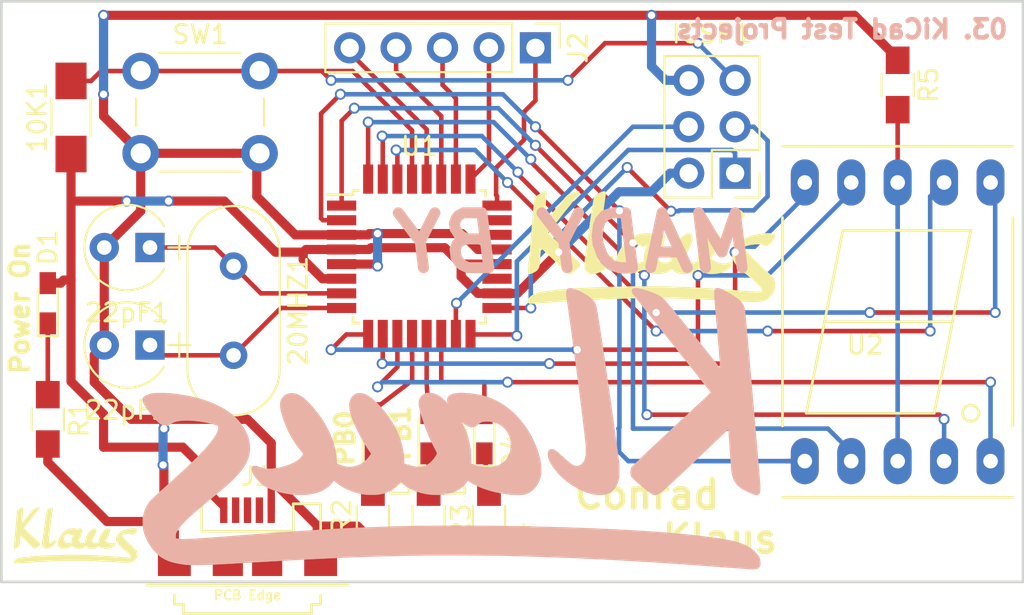
<source format=kicad_pcb>
(kicad_pcb (version 20171130) (host pcbnew 5.1.5-52549c5~86~ubuntu18.04.1)

  (general
    (thickness 1.6)
    (drawings 12)
    (tracks 343)
    (zones 0)
    (modules 22)
    (nets 36)
  )

  (page A4)
  (layers
    (0 F.Cu signal)
    (31 B.Cu signal)
    (32 B.Adhes user)
    (33 F.Adhes user)
    (34 B.Paste user)
    (35 F.Paste user)
    (36 B.SilkS user)
    (37 F.SilkS user)
    (38 B.Mask user)
    (39 F.Mask user)
    (40 Dwgs.User user)
    (41 Cmts.User user)
    (42 Eco1.User user)
    (43 Eco2.User user)
    (44 Edge.Cuts user)
    (45 Margin user)
    (46 B.CrtYd user)
    (47 F.CrtYd user)
    (48 B.Fab user)
    (49 F.Fab user hide)
  )

  (setup
    (last_trace_width 0.25)
    (trace_clearance 0.2)
    (zone_clearance 0.508)
    (zone_45_only no)
    (trace_min 0.2)
    (via_size 0.6)
    (via_drill 0.4)
    (via_min_size 0.4)
    (via_min_drill 0.3)
    (uvia_size 0.3)
    (uvia_drill 0.1)
    (uvias_allowed no)
    (uvia_min_size 0.2)
    (uvia_min_drill 0.1)
    (edge_width 0.15)
    (segment_width 0.2)
    (pcb_text_width 0.3)
    (pcb_text_size 1.5 1.5)
    (mod_edge_width 0.15)
    (mod_text_size 1 1)
    (mod_text_width 0.15)
    (pad_size 1.524 1.524)
    (pad_drill 0.762)
    (pad_to_mask_clearance 0.2)
    (aux_axis_origin 0 0)
    (visible_elements 7FFFFFFF)
    (pcbplotparams
      (layerselection 0x010f0_80000001)
      (usegerberextensions false)
      (usegerberattributes false)
      (usegerberadvancedattributes false)
      (creategerberjobfile false)
      (excludeedgelayer true)
      (linewidth 0.100000)
      (plotframeref false)
      (viasonmask false)
      (mode 1)
      (useauxorigin false)
      (hpglpennumber 1)
      (hpglpenspeed 20)
      (hpglpendiameter 15.000000)
      (psnegative false)
      (psa4output false)
      (plotreference true)
      (plotvalue true)
      (plotinvisibletext false)
      (padsonsilk false)
      (subtractmaskfromsilk false)
      (outputformat 1)
      (mirror false)
      (drillshape 0)
      (scaleselection 1)
      (outputdirectory "D:/Users/Conrad/Downloads/Gerber"))
  )

  (net 0 "")
  (net 1 +5V)
  (net 2 "Net-(10K1-Pad2)")
  (net 3 "Net-(20MHZ1-Pad1)")
  (net 4 "Net-(20MHZ1-Pad2)")
  (net 5 GND)
  (net 6 "Net-(D1-Pad1)")
  (net 7 "Net-(D2-Pad1)")
  (net 8 "Net-(D2-Pad2)")
  (net 9 "Net-(D3-Pad1)")
  (net 10 "Net-(D3-Pad2)")
  (net 11 "Net-(D4-Pad1)")
  (net 12 "Net-(D4-Pad2)")
  (net 13 "Net-(ICSP1-Pad1)")
  (net 14 "Net-(ICSP1-Pad3)")
  (net 15 "Net-(ICSP1-Pad4)")
  (net 16 "Net-(J2-Pad5)")
  (net 17 "Net-(J2-Pad1)")
  (net 18 "Net-(J2-Pad2)")
  (net 19 "Net-(J2-Pad4)")
  (net 20 "Net-(J2-Pad3)")
  (net 21 "Net-(R5-Pad2)")
  (net 22 "Net-(U1-Pad1)")
  (net 23 "Net-(U1-Pad2)")
  (net 24 "Net-(U1-Pad9)")
  (net 25 "Net-(U1-Pad10)")
  (net 26 "Net-(U1-Pad11)")
  (net 27 "Net-(U1-Pad30)")
  (net 28 "Net-(U1-Pad31)")
  (net 29 "Net-(U1-Pad32)")
  (net 30 "Net-(J1-Pad2)")
  (net 31 "Net-(J1-Pad4)")
  (net 32 "Net-(J1-Pad3)")
  (net 33 "Net-(U1-Pad19)")
  (net 34 "Net-(U1-Pad22)")
  (net 35 "Net-(U1-Pad23)")

  (net_class Default "This is the default net class."
    (clearance 0.2)
    (trace_width 0.25)
    (via_dia 0.6)
    (via_drill 0.4)
    (uvia_dia 0.3)
    (uvia_drill 0.1)
    (add_net "Net-(10K1-Pad2)")
    (add_net "Net-(20MHZ1-Pad1)")
    (add_net "Net-(20MHZ1-Pad2)")
    (add_net "Net-(D1-Pad1)")
    (add_net "Net-(D2-Pad1)")
    (add_net "Net-(D2-Pad2)")
    (add_net "Net-(D3-Pad1)")
    (add_net "Net-(D3-Pad2)")
    (add_net "Net-(D4-Pad1)")
    (add_net "Net-(D4-Pad2)")
    (add_net "Net-(ICSP1-Pad1)")
    (add_net "Net-(ICSP1-Pad3)")
    (add_net "Net-(ICSP1-Pad4)")
    (add_net "Net-(J1-Pad2)")
    (add_net "Net-(J1-Pad3)")
    (add_net "Net-(J1-Pad4)")
    (add_net "Net-(J2-Pad1)")
    (add_net "Net-(J2-Pad2)")
    (add_net "Net-(J2-Pad3)")
    (add_net "Net-(J2-Pad4)")
    (add_net "Net-(J2-Pad5)")
    (add_net "Net-(R5-Pad2)")
    (add_net "Net-(U1-Pad1)")
    (add_net "Net-(U1-Pad10)")
    (add_net "Net-(U1-Pad11)")
    (add_net "Net-(U1-Pad19)")
    (add_net "Net-(U1-Pad2)")
    (add_net "Net-(U1-Pad22)")
    (add_net "Net-(U1-Pad23)")
    (add_net "Net-(U1-Pad30)")
    (add_net "Net-(U1-Pad31)")
    (add_net "Net-(U1-Pad32)")
    (add_net "Net-(U1-Pad9)")
  )

  (net_class Power ""
    (clearance 0.2)
    (trace_width 0.5)
    (via_dia 0.7)
    (via_drill 0.4)
    (uvia_dia 0.3)
    (uvia_drill 0.1)
    (add_net +5V)
    (add_net GND)
  )

  (module Logo:Klaus_Logo_Big (layer B.Cu) (tedit 5A7F3BC5) (tstamp 5A7F3BE2)
    (at 98.298 91.948 180)
    (fp_text reference "" (at 0 0 180) (layer B.SilkS) hide
      (effects (font (size 1.524 1.524) (thickness 0.3)) (justify mirror))
    )
    (fp_text value "" (at 0.75 0 180) (layer B.SilkS) hide
      (effects (font (size 1.524 1.524) (thickness 0.3)) (justify mirror))
    )
    (fp_poly (pts (xy 16.030332 1.948952) (xy 16.132427 1.947938) (xy 16.216946 1.945592) (xy 16.287799 1.941442)
      (xy 16.348896 1.935014) (xy 16.404148 1.925837) (xy 16.457465 1.913438) (xy 16.512757 1.897345)
      (xy 16.573935 1.877086) (xy 16.6116 1.863964) (xy 16.714658 1.822718) (xy 16.796427 1.778091)
      (xy 16.857089 1.72867) (xy 16.896826 1.67304) (xy 16.915823 1.609787) (xy 16.914261 1.537497)
      (xy 16.892325 1.454755) (xy 16.850197 1.360147) (xy 16.788059 1.252259) (xy 16.706535 1.1303)
      (xy 16.569539 0.939925) (xy 16.442191 0.772039) (xy 16.323763 0.625945) (xy 16.21353 0.500947)
      (xy 16.110765 0.39635) (xy 16.01474 0.311457) (xy 15.92473 0.245572) (xy 15.840009 0.197999)
      (xy 15.759849 0.168042) (xy 15.68905 0.155405) (xy 15.627326 0.152801) (xy 15.57608 0.157637)
      (xy 15.527946 0.172167) (xy 15.47556 0.198648) (xy 15.411557 0.239333) (xy 15.408719 0.241242)
      (xy 15.318595 0.295155) (xy 15.221371 0.33933) (xy 15.113769 0.374595) (xy 14.992508 0.401777)
      (xy 14.854308 0.421701) (xy 14.695889 0.435196) (xy 14.62405 0.439076) (xy 14.458672 0.441608)
      (xy 14.275032 0.435341) (xy 14.078434 0.420951) (xy 13.87418 0.399115) (xy 13.667575 0.370509)
      (xy 13.463922 0.335812) (xy 13.268525 0.295699) (xy 13.086687 0.250847) (xy 13.034312 0.236205)
      (xy 12.951703 0.21205) (xy 12.890287 0.192883) (xy 12.846736 0.177076) (xy 12.81772 0.163004)
      (xy 12.799908 0.149039) (xy 12.789972 0.133555) (xy 12.784581 0.114927) (xy 12.784423 0.114144)
      (xy 12.777494 0.035497) (xy 12.78741 -0.050191) (xy 12.814802 -0.144663) (xy 12.860303 -0.249657)
      (xy 12.924544 -0.366917) (xy 13.004767 -0.49314) (xy 13.093668 -0.61953) (xy 13.196283 -0.753972)
      (xy 13.3132 -0.897071) (xy 13.445006 -1.04943) (xy 13.592287 -1.211653) (xy 13.75563 -1.384345)
      (xy 13.935624 -1.568109) (xy 14.132853 -1.763549) (xy 14.347907 -1.971268) (xy 14.58137 -2.191872)
      (xy 14.833832 -2.425963) (xy 15.105878 -2.674146) (xy 15.259261 -2.812553) (xy 15.43471 -2.970361)
      (xy 15.592324 -3.112252) (xy 15.733189 -3.239257) (xy 15.858389 -3.352404) (xy 15.969012 -3.452723)
      (xy 16.066144 -3.541243) (xy 16.150869 -3.618992) (xy 16.224275 -3.687001) (xy 16.287447 -3.746297)
      (xy 16.341472 -3.797911) (xy 16.387435 -3.84287) (xy 16.426422 -3.882206) (xy 16.459519 -3.916946)
      (xy 16.487813 -3.948119) (xy 16.512389 -3.976756) (xy 16.534333 -4.003884) (xy 16.554731 -4.030533)
      (xy 16.57467 -4.057733) (xy 16.577701 -4.061942) (xy 16.682524 -4.227882) (xy 16.771307 -4.410652)
      (xy 16.842223 -4.606033) (xy 16.886304 -4.7752) (xy 16.898543 -4.852952) (xy 16.90671 -4.949259)
      (xy 16.910855 -5.05761) (xy 16.911026 -5.171497) (xy 16.907275 -5.284409) (xy 16.899649 -5.389838)
      (xy 16.888198 -5.481274) (xy 16.880642 -5.521622) (xy 16.828893 -5.720143) (xy 16.760564 -5.91287)
      (xy 16.67396 -6.103474) (xy 16.567387 -6.295625) (xy 16.439153 -6.492994) (xy 16.419235 -6.52145)
      (xy 16.35502 -6.604829) (xy 16.276413 -6.694934) (xy 16.188669 -6.786586) (xy 16.097044 -6.874607)
      (xy 16.006795 -6.953816) (xy 15.923178 -7.019037) (xy 15.893106 -7.039823) (xy 15.729994 -7.136398)
      (xy 15.553239 -7.21915) (xy 15.36051 -7.288911) (xy 15.149475 -7.346517) (xy 14.917804 -7.392801)
      (xy 14.8971 -7.396238) (xy 14.800348 -7.411975) (xy 14.718027 -7.424941) (xy 14.646246 -7.435397)
      (xy 14.581115 -7.443609) (xy 14.518741 -7.449839) (xy 14.455234 -7.45435) (xy 14.386701 -7.457406)
      (xy 14.309253 -7.459271) (xy 14.218998 -7.460208) (xy 14.112044 -7.460481) (xy 13.9845 -7.460352)
      (xy 13.95095 -7.460291) (xy 13.866877 -7.460063) (xy 13.786408 -7.459655) (xy 13.708168 -7.459002)
      (xy 13.63078 -7.458042) (xy 13.552867 -7.45671) (xy 13.473054 -7.454944) (xy 13.389964 -7.45268)
      (xy 13.302221 -7.449854) (xy 13.208449 -7.446404) (xy 13.107272 -7.442265) (xy 12.997313 -7.437374)
      (xy 12.877197 -7.431667) (xy 12.745546 -7.425082) (xy 12.600986 -7.417554) (xy 12.442139 -7.40902)
      (xy 12.26763 -7.399417) (xy 12.076081 -7.388682) (xy 11.866118 -7.37675) (xy 11.636364 -7.363558)
      (xy 11.385442 -7.349043) (xy 11.111977 -7.333141) (xy 10.814592 -7.315789) (xy 10.80135 -7.315015)
      (xy 10.267453 -7.284019) (xy 9.757344 -7.254822) (xy 9.26948 -7.22736) (xy 8.802317 -7.201568)
      (xy 8.354311 -7.177381) (xy 7.92392 -7.154736) (xy 7.509599 -7.133568) (xy 7.109805 -7.113812)
      (xy 6.722994 -7.095404) (xy 6.347624 -7.078279) (xy 5.982149 -7.062374) (xy 5.625028 -7.047623)
      (xy 5.274717 -7.033962) (xy 4.929671 -7.021326) (xy 4.588348 -7.009652) (xy 4.249203 -6.998874)
      (xy 3.910694 -6.988929) (xy 3.571278 -6.979751) (xy 3.229409 -6.971277) (xy 2.883545 -6.963441)
      (xy 2.532143 -6.95618) (xy 2.173659 -6.949429) (xy 1.9558 -6.945618) (xy 1.815736 -6.943576)
      (xy 1.65372 -6.941817) (xy 1.471954 -6.940336) (xy 1.272636 -6.939125) (xy 1.057968 -6.93818)
      (xy 0.830151 -6.937493) (xy 0.591384 -6.937061) (xy 0.343869 -6.936876) (xy 0.089806 -6.936933)
      (xy -0.168605 -6.937226) (xy -0.429162 -6.937749) (xy -0.689666 -6.938496) (xy -0.947916 -6.939462)
      (xy -1.201711 -6.94064) (xy -1.44885 -6.942025) (xy -1.687134 -6.94361) (xy -1.914362 -6.945391)
      (xy -2.128332 -6.947361) (xy -2.326845 -6.949514) (xy -2.5077 -6.951844) (xy -2.668696 -6.954346)
      (xy -2.807633 -6.957014) (xy -2.8702 -6.958459) (xy -3.435484 -6.972971) (xy -3.987003 -6.988206)
      (xy -4.526651 -7.004264) (xy -5.056321 -7.021241) (xy -5.577909 -7.039236) (xy -6.093307 -7.058347)
      (xy -6.604411 -7.078673) (xy -7.113115 -7.100312) (xy -7.621312 -7.123362) (xy -8.130897 -7.147921)
      (xy -8.643763 -7.174087) (xy -9.161806 -7.201959) (xy -9.686918 -7.231635) (xy -10.220995 -7.263213)
      (xy -10.76593 -7.296791) (xy -11.323617 -7.332468) (xy -11.895951 -7.370342) (xy -12.484825 -7.410511)
      (xy -13.092134 -7.453073) (xy -13.719772 -7.498126) (xy -14.369633 -7.54577) (xy -14.7701 -7.575572)
      (xy -15.018372 -7.594123) (xy -15.242613 -7.610823) (xy -15.444118 -7.625749) (xy -15.624183 -7.63898)
      (xy -15.784104 -7.650593) (xy -15.925177 -7.660667) (xy -16.048697 -7.669279) (xy -16.155959 -7.676507)
      (xy -16.24826 -7.682431) (xy -16.326894 -7.687127) (xy -16.393158 -7.690674) (xy -16.448347 -7.69315)
      (xy -16.493757 -7.694632) (xy -16.530683 -7.6952) (xy -16.56042 -7.694931) (xy -16.584266 -7.693902)
      (xy -16.603514 -7.692193) (xy -16.619461 -7.689881) (xy -16.63065 -7.687664) (xy -16.720166 -7.65677)
      (xy -16.793736 -7.606518) (xy -16.84133 -7.552925) (xy -16.856533 -7.53099) (xy -16.866867 -7.511122)
      (xy -16.873271 -7.487891) (xy -16.876686 -7.455867) (xy -16.878049 -7.409621) (xy -16.8783 -7.343721)
      (xy -16.878301 -7.339164) (xy -16.876678 -7.25263) (xy -16.870276 -7.183553) (xy -16.856788 -7.124333)
      (xy -16.83391 -7.067365) (xy -16.799338 -7.005047) (xy -16.75706 -6.939217) (xy -16.661089 -6.815355)
      (xy -16.542063 -6.696668) (xy -16.402033 -6.584481) (xy -16.24305 -6.480115) (xy -16.067164 -6.384892)
      (xy -15.876427 -6.300134) (xy -15.67289 -6.227165) (xy -15.6337 -6.214973) (xy -15.549693 -6.190129)
      (xy -15.471124 -6.16857) (xy -15.392461 -6.14903) (xy -15.308172 -6.130246) (xy -15.212725 -6.110951)
      (xy -15.100588 -6.089882) (xy -15.033121 -6.077676) (xy -14.69761 -6.020829) (xy -14.336944 -5.966012)
      (xy -13.951289 -5.913235) (xy -13.540809 -5.862512) (xy -13.10567 -5.813854) (xy -12.646037 -5.767272)
      (xy -12.162074 -5.722779) (xy -11.653948 -5.680386) (xy -11.121823 -5.640105) (xy -10.565863 -5.601948)
      (xy -9.986235 -5.565927) (xy -9.383104 -5.532054) (xy -8.756634 -5.50034) (xy -8.10699 -5.470798)
      (xy -7.434338 -5.443438) (xy -6.738843 -5.418274) (xy -6.020669 -5.395317) (xy -5.279983 -5.374578)
      (xy -5.1943 -5.37236) (xy -4.402426 -5.353328) (xy -3.627663 -5.337326) (xy -2.870738 -5.324357)
      (xy -2.132378 -5.314423) (xy -1.413308 -5.307526) (xy -0.714256 -5.303668) (xy -0.035947 -5.302851)
      (xy 0.620892 -5.305079) (xy 1.255534 -5.310352) (xy 1.867254 -5.318673) (xy 2.455325 -5.330045)
      (xy 3.019021 -5.34447) (xy 3.10515 -5.347008) (xy 3.478618 -5.358649) (xy 3.846915 -5.371023)
      (xy 4.211581 -5.384221) (xy 4.574156 -5.398332) (xy 4.936181 -5.413447) (xy 5.299199 -5.429657)
      (xy 5.664749 -5.44705) (xy 6.034373 -5.465719) (xy 6.409612 -5.485752) (xy 6.792006 -5.507241)
      (xy 7.183098 -5.530275) (xy 7.584427 -5.554945) (xy 7.997535 -5.581342) (xy 8.423962 -5.609554)
      (xy 8.865251 -5.639673) (xy 9.322941 -5.671789) (xy 9.798574 -5.705992) (xy 10.29369 -5.742373)
      (xy 10.809832 -5.781021) (xy 11.348539 -5.822027) (xy 11.7729 -5.854739) (xy 12.104138 -5.880286)
      (xy 12.411088 -5.903709) (xy 12.69477 -5.925068) (xy 12.956202 -5.944421) (xy 13.196402 -5.961827)
      (xy 13.416388 -5.977344) (xy 13.617181 -5.991031) (xy 13.799798 -6.002946) (xy 13.965257 -6.013149)
      (xy 14.114578 -6.021698) (xy 14.248779 -6.028651) (xy 14.368878 -6.034068) (xy 14.475895 -6.038006)
      (xy 14.570848 -6.040525) (xy 14.654755 -6.041683) (xy 14.728636 -6.041539) (xy 14.793508 -6.040151)
      (xy 14.85039 -6.037578) (xy 14.894134 -6.034425) (xy 14.974793 -6.026699) (xy 15.033613 -6.018369)
      (xy 15.07413 -6.007696) (xy 15.099881 -5.992942) (xy 15.114401 -5.972369) (xy 15.121227 -5.94424)
      (xy 15.123168 -5.921856) (xy 15.116818 -5.842364) (xy 15.089852 -5.750811) (xy 15.043053 -5.648816)
      (xy 14.977204 -5.538) (xy 14.893088 -5.419983) (xy 14.860422 -5.37845) (xy 14.790545 -5.294162)
      (xy 14.714955 -5.20813) (xy 14.632387 -5.119193) (xy 14.541575 -5.026192) (xy 14.441255 -4.927967)
      (xy 14.330162 -4.823358) (xy 14.207029 -4.711206) (xy 14.070593 -4.590349) (xy 13.919587 -4.459629)
      (xy 13.752748 -4.317886) (xy 13.568809 -4.16396) (xy 13.366505 -3.996691) (xy 13.23975 -3.892689)
      (xy 13.04581 -3.733486) (xy 12.870432 -3.588484) (xy 12.712081 -3.456351) (xy 12.569222 -3.335755)
      (xy 12.440321 -3.225365) (xy 12.323842 -3.123848) (xy 12.21825 -3.029873) (xy 12.122011 -2.942107)
      (xy 12.033588 -2.85922) (xy 11.951449 -2.779879) (xy 11.910268 -2.739141) (xy 11.722633 -2.542655)
      (xy 11.55905 -2.351233) (xy 11.418909 -2.163849) (xy 11.301603 -1.979478) (xy 11.206524 -1.797092)
      (xy 11.133063 -1.615668) (xy 11.080614 -1.434178) (xy 11.054405 -1.2954) (xy 11.038739 -1.109123)
      (xy 11.044285 -0.914854) (xy 11.070529 -0.717761) (xy 11.116958 -0.523014) (xy 11.137602 -0.4572)
      (xy 11.176216 -0.356455) (xy 11.228494 -0.241985) (xy 11.29137 -0.119181) (xy 11.361781 0.00657)
      (xy 11.436663 0.129877) (xy 11.51295 0.245351) (xy 11.587579 0.347602) (xy 11.614256 0.381125)
      (xy 11.779328 0.563952) (xy 11.96734 0.737319) (xy 12.177534 0.90091) (xy 12.409153 1.054406)
      (xy 12.661438 1.197491) (xy 12.933633 1.329847) (xy 13.224978 1.451157) (xy 13.534716 1.561103)
      (xy 13.86209 1.659368) (xy 14.206342 1.745635) (xy 14.566713 1.819586) (xy 14.942447 1.880904)
      (xy 15.3035 1.926153) (xy 15.388934 1.934198) (xy 15.480231 1.94033) (xy 15.581739 1.944714)
      (xy 15.697805 1.947514) (xy 15.832777 1.948896) (xy 15.90675 1.949106) (xy 16.030332 1.948952)) (layer B.SilkS) (width 0.01))
    (fp_poly (pts (xy -14.461651 7.682249) (xy -14.421354 7.657134) (xy -14.409404 7.644574) (xy -14.394921 7.625522)
      (xy -14.382555 7.604201) (xy -14.372328 7.578984) (xy -14.364263 7.548245) (xy -14.358382 7.510356)
      (xy -14.354708 7.463689) (xy -14.353264 7.406618) (xy -14.354072 7.337515) (xy -14.357154 7.254753)
      (xy -14.362533 7.156704) (xy -14.370232 7.041742) (xy -14.380274 6.908239) (xy -14.392679 6.754568)
      (xy -14.407473 6.579101) (xy -14.424675 6.380212) (xy -14.427337 6.349723) (xy -14.433296 6.28155)
      (xy -14.441177 6.19145) (xy -14.450682 6.082802) (xy -14.461517 5.958982) (xy -14.473386 5.823369)
      (xy -14.485994 5.679338) (xy -14.499045 5.530268) (xy -14.512242 5.379536) (xy -14.522347 5.26415)
      (xy -14.546424 4.988015) (xy -14.568138 4.73637) (xy -14.587544 4.508424) (xy -14.604699 4.303381)
      (xy -14.619659 4.120451) (xy -14.632481 3.958838) (xy -14.643221 3.81775) (xy -14.651935 3.696394)
      (xy -14.658679 3.593976) (xy -14.663511 3.509702) (xy -14.666486 3.442781) (xy -14.66766 3.392418)
      (xy -14.667091 3.357819) (xy -14.664834 3.338193) (xy -14.660946 3.332746) (xy -14.659477 3.33375)
      (xy -14.649928 3.345325) (xy -14.625668 3.375344) (xy -14.587827 3.422397) (xy -14.537532 3.485074)
      (xy -14.475915 3.561963) (xy -14.404103 3.651653) (xy -14.323227 3.752735) (xy -14.234416 3.863798)
      (xy -14.1388 3.983431) (xy -14.037507 4.110223) (xy -13.931667 4.242763) (xy -13.917227 4.26085)
      (xy -13.694918 4.538976) (xy -13.480156 4.80698) (xy -13.273615 5.064031) (xy -13.075971 5.309301)
      (xy -12.887899 5.54196) (xy -12.710074 5.76118) (xy -12.543172 5.96613) (xy -12.387867 6.155982)
      (xy -12.244836 6.329906) (xy -12.114753 6.487073) (xy -11.998294 6.626654) (xy -11.896133 6.747819)
      (xy -11.812948 6.845104) (xy -11.713102 6.957837) (xy -11.622368 7.052624) (xy -11.536113 7.132754)
      (xy -11.449707 7.201515) (xy -11.358519 7.262193) (xy -11.257915 7.318075) (xy -11.143266 7.372451)
      (xy -11.009939 7.428606) (xy -10.96645 7.445958) (xy -10.856051 7.487514) (xy -10.73733 7.528555)
      (xy -10.614865 7.567777) (xy -10.49323 7.603872) (xy -10.377004 7.635535) (xy -10.270761 7.661459)
      (xy -10.179078 7.68034) (xy -10.1092 7.690606) (xy -10.017478 7.691317) (xy -9.941909 7.67338)
      (xy -9.883199 7.636974) (xy -9.877104 7.631158) (xy -9.855776 7.607405) (xy -9.845335 7.585114)
      (xy -9.84297 7.554615) (xy -9.844833 7.520142) (xy -9.861748 7.436823) (xy -9.884647 7.387836)
      (xy -9.895441 7.372916) (xy -9.921385 7.338953) (xy -9.961815 7.286785) (xy -10.016073 7.217246)
      (xy -10.083496 7.131176) (xy -10.163424 7.02941) (xy -10.255196 6.912786) (xy -10.35815 6.78214)
      (xy -10.471627 6.638311) (xy -10.594964 6.482133) (xy -10.727502 6.314445) (xy -10.868578 6.136084)
      (xy -11.017532 5.947886) (xy -11.173704 5.750688) (xy -11.336431 5.545328) (xy -11.505054 5.332641)
      (xy -11.678911 5.113467) (xy -11.857341 4.88864) (xy -12.035229 4.664607) (xy -12.217108 4.435602)
      (xy -12.394907 4.211734) (xy -12.567974 3.993821) (xy -12.735659 3.782685) (xy -12.897311 3.579143)
      (xy -13.052279 3.384015) (xy -13.199913 3.19812) (xy -13.339563 3.022278) (xy -13.470576 2.857308)
      (xy -13.592304 2.70403) (xy -13.704094 2.563262) (xy -13.805297 2.435824) (xy -13.895262 2.322536)
      (xy -13.973337 2.224216) (xy -14.038873 2.141685) (xy -14.091219 2.07576) (xy -14.129724 2.027263)
      (xy -14.153737 1.997011) (xy -14.162608 1.985825) (xy -14.162614 1.985816) (xy -14.156719 1.974466)
      (xy -14.133157 1.947627) (xy -14.091731 1.90511) (xy -14.032245 1.846724) (xy -13.954503 1.772281)
      (xy -13.85831 1.681589) (xy -13.743469 1.57446) (xy -13.61164 1.452416) (xy -13.291835 1.157023)
      (xy -12.983632 0.871899) (xy -12.687404 0.597395) (xy -12.403522 0.333862) (xy -12.132358 0.081652)
      (xy -11.874283 -0.158886) (xy -11.629669 -0.387399) (xy -11.398887 -0.603538) (xy -11.182308 -0.80695)
      (xy -10.980305 -0.997286) (xy -10.793249 -1.174193) (xy -10.621511 -1.337322) (xy -10.465463 -1.486321)
      (xy -10.325476 -1.62084) (xy -10.201922 -1.740527) (xy -10.095173 -1.845031) (xy -10.005599 -1.934002)
      (xy -9.933573 -2.007088) (xy -9.879466 -2.063939) (xy -9.843649 -2.104203) (xy -9.83477 -2.115268)
      (xy -9.802756 -2.174221) (xy -9.780733 -2.249964) (xy -9.769063 -2.335787) (xy -9.768104 -2.424978)
      (xy -9.778215 -2.510824) (xy -9.799756 -2.586615) (xy -9.808486 -2.606358) (xy -9.831167 -2.644452)
      (xy -9.865484 -2.688914) (xy -9.912634 -2.740862) (xy -9.973817 -2.801414) (xy -10.050229 -2.87169)
      (xy -10.143069 -2.952808) (xy -10.253535 -3.045885) (xy -10.382826 -3.152042) (xy -10.458835 -3.213541)
      (xy -10.566216 -3.299915) (xy -10.656025 -3.371741) (xy -10.730353 -3.430547) (xy -10.791294 -3.47786)
      (xy -10.84094 -3.515209) (xy -10.881385 -3.544121) (xy -10.914721 -3.566122) (xy -10.943042 -3.582742)
      (xy -10.968439 -3.595507) (xy -10.993006 -3.605946) (xy -11.000317 -3.608772) (xy -11.087003 -3.630516)
      (xy -11.173545 -3.629153) (xy -11.261469 -3.604272) (xy -11.352302 -3.555457) (xy -11.438818 -3.48985)
      (xy -11.478402 -3.456086) (xy -11.531022 -3.411275) (xy -11.590345 -3.360807) (xy -11.65004 -3.310069)
      (xy -11.661068 -3.300701) (xy -11.726361 -3.244145) (xy -11.808517 -3.171063) (xy -11.907625 -3.081368)
      (xy -12.023777 -2.974976) (xy -12.157063 -2.8518) (xy -12.307574 -2.711756) (xy -12.475402 -2.554758)
      (xy -12.660636 -2.38072) (xy -12.863368 -2.189558) (xy -13.083689 -1.981186) (xy -13.321689 -1.755518)
      (xy -13.57746 -1.512468) (xy -13.851092 -1.251953) (xy -14.142675 -0.973886) (xy -14.452302 -0.678181)
      (xy -14.566003 -0.569495) (xy -14.664983 -0.474996) (xy -14.758432 -0.38604) (xy -14.844754 -0.304128)
      (xy -14.922354 -0.230762) (xy -14.989636 -0.167444) (xy -15.045006 -0.115673) (xy -15.086867 -0.076953)
      (xy -15.113624 -0.052784) (xy -15.123682 -0.044668) (xy -15.123702 -0.04468) (xy -15.125286 -0.057747)
      (xy -15.128399 -0.094037) (xy -15.132888 -0.151431) (xy -15.1386 -0.227809) (xy -15.14538 -0.321051)
      (xy -15.153076 -0.429035) (xy -15.161534 -0.549643) (xy -15.1706 -0.680754) (xy -15.180121 -0.820248)
      (xy -15.183592 -0.871541) (xy -15.19821 -1.087572) (xy -15.211307 -1.279919) (xy -15.223011 -1.450245)
      (xy -15.23345 -1.600213) (xy -15.242753 -1.731485) (xy -15.251048 -1.845724) (xy -15.258465 -1.944593)
      (xy -15.265131 -2.029755) (xy -15.271174 -2.102872) (xy -15.276724 -2.165607) (xy -15.281909 -2.219622)
      (xy -15.286858 -2.266581) (xy -15.291698 -2.308146) (xy -15.296558 -2.345979) (xy -15.298782 -2.3622)
      (xy -15.332243 -2.543505) (xy -15.380043 -2.705379) (xy -15.443667 -2.850298) (xy -15.524598 -2.980739)
      (xy -15.624321 -3.099178) (xy -15.744321 -3.20809) (xy -15.854375 -3.288984) (xy -15.895654 -3.314033)
      (xy -15.955523 -3.346607) (xy -16.029152 -3.384405) (xy -16.111708 -3.425127) (xy -16.198361 -3.466471)
      (xy -16.284277 -3.506137) (xy -16.364626 -3.541825) (xy -16.434576 -3.571234) (xy -16.489295 -3.592062)
      (xy -16.494871 -3.593964) (xy -16.591572 -3.621357) (xy -16.670368 -3.632425) (xy -16.732788 -3.627202)
      (xy -16.780357 -3.605722) (xy -16.787028 -3.600497) (xy -16.812634 -3.574936) (xy -16.833557 -3.54396)
      (xy -16.849957 -3.505443) (xy -16.861992 -3.457262) (xy -16.869822 -3.397294) (xy -16.873606 -3.323414)
      (xy -16.873502 -3.233498) (xy -16.869669 -3.125424) (xy -16.862267 -2.997067) (xy -16.851454 -2.846303)
      (xy -16.84738 -2.794) (xy -16.839358 -2.694005) (xy -16.829221 -2.570082) (xy -16.817088 -2.423604)
      (xy -16.803078 -2.255944) (xy -16.78731 -2.068475) (xy -16.769903 -1.86257) (xy -16.750977 -1.639602)
      (xy -16.730651 -1.400946) (xy -16.709044 -1.147972) (xy -16.686275 -0.882056) (xy -16.662463 -0.604569)
      (xy -16.637729 -0.316886) (xy -16.61219 -0.020379) (xy -16.585967 0.283579) (xy -16.559178 0.593614)
      (xy -16.531942 0.908354) (xy -16.50438 1.226425) (xy -16.47661 1.546453) (xy -16.448751 1.867067)
      (xy -16.420923 2.186892) (xy -16.393244 2.504556) (xy -16.365835 2.818686) (xy -16.338814 3.127907)
      (xy -16.312301 3.430848) (xy -16.286414 3.726135) (xy -16.261273 4.012395) (xy -16.236998 4.288254)
      (xy -16.213707 4.55234) (xy -16.191519 4.803279) (xy -16.170555 5.039699) (xy -16.150932 5.260226)
      (xy -16.132771 5.463487) (xy -16.116191 5.648108) (xy -16.10131 5.812718) (xy -16.088249 5.955942)
      (xy -16.077666 6.0706) (xy -16.061912 6.228144) (xy -16.045593 6.363179) (xy -16.02775 6.478596)
      (xy -16.007424 6.577284) (xy -15.983656 6.662131) (xy -15.955487 6.736028) (xy -15.921959 6.801862)
      (xy -15.882112 6.862524) (xy -15.834989 6.920902) (xy -15.779629 6.979886) (xy -15.774028 6.985504)
      (xy -15.702364 7.050512) (xy -15.610786 7.123077) (xy -15.502799 7.200918) (xy -15.381906 7.281756)
      (xy -15.251613 7.363312) (xy -15.115422 7.443304) (xy -14.97684 7.519453) (xy -14.86535 7.576697)
      (xy -14.752196 7.629436) (xy -14.656885 7.666116) (xy -14.577781 7.686983) (xy -14.513248 7.692279)
      (xy -14.461651 7.682249)) (layer B.SilkS) (width 0.01))
    (fp_poly (pts (xy -6.416397 7.679423) (xy -6.388235 7.670856) (xy -6.340288 7.639651) (xy -6.297471 7.591613)
      (xy -6.266791 7.535239) (xy -6.260389 7.515757) (xy -6.25511 7.49161) (xy -6.25186 7.463761)
      (xy -6.250862 7.429798) (xy -6.252336 7.38731) (xy -6.256503 7.333886) (xy -6.263585 7.267114)
      (xy -6.273802 7.184582) (xy -6.287376 7.083878) (xy -6.304528 6.962593) (xy -6.32246 6.83895)
      (xy -6.354667 6.616636) (xy -6.388955 6.376343) (xy -6.425112 6.119711) (xy -6.462925 5.848382)
      (xy -6.50218 5.563996) (xy -6.542665 5.268192) (xy -6.584166 4.962612) (xy -6.62647 4.648895)
      (xy -6.669365 4.328683) (xy -6.712637 4.003615) (xy -6.756073 3.675331) (xy -6.79946 3.345472)
      (xy -6.842585 3.015679) (xy -6.885236 2.687592) (xy -6.927198 2.362851) (xy -6.968259 2.043096)
      (xy -7.008207 1.729968) (xy -7.046827 1.425107) (xy -7.083906 1.130154) (xy -7.119233 0.846749)
      (xy -7.152593 0.576532) (xy -7.183774 0.321143) (xy -7.212562 0.082223) (xy -7.238745 -0.138587)
      (xy -7.262109 -0.339648) (xy -7.282442 -0.519319) (xy -7.29953 -0.675959) (xy -7.303922 -0.71755)
      (xy -7.3205 -0.903898) (xy -7.329907 -1.076214) (xy -7.33214 -1.232225) (xy -7.327193 -1.369662)
      (xy -7.315064 -1.486255) (xy -7.305352 -1.54057) (xy -7.268312 -1.676556) (xy -7.219586 -1.790368)
      (xy -7.158708 -1.88262) (xy -7.085211 -1.953927) (xy -6.998628 -2.004902) (xy -6.935475 -2.027324)
      (xy -6.884394 -2.039424) (xy -6.842411 -2.042549) (xy -6.795116 -2.037345) (xy -6.778282 -2.034358)
      (xy -6.730157 -2.023751) (xy -6.684116 -2.009445) (xy -6.637858 -1.989847) (xy -6.589083 -1.963369)
      (xy -6.535491 -1.92842) (xy -6.474783 -1.883411) (xy -6.404658 -1.82675) (xy -6.322816 -1.756849)
      (xy -6.226957 -1.672117) (xy -6.136567 -1.590713) (xy -6.026556 -1.491564) (xy -5.932877 -1.408254)
      (xy -5.853507 -1.33907) (xy -5.786421 -1.282296) (xy -5.729594 -1.236219) (xy -5.681001 -1.199124)
      (xy -5.639902 -1.170157) (xy -5.600494 -1.145286) (xy -5.568529 -1.131386) (xy -5.533228 -1.12532)
      (xy -5.483818 -1.123951) (xy -5.481152 -1.12395) (xy -5.410543 -1.129482) (xy -5.357643 -1.148295)
      (xy -5.31679 -1.183718) (xy -5.282324 -1.239075) (xy -5.281116 -1.241513) (xy -5.259932 -1.306785)
      (xy -5.25068 -1.387766) (xy -5.253254 -1.477798) (xy -5.267546 -1.570223) (xy -5.287476 -1.641786)
      (xy -5.347753 -1.78875) (xy -5.429916 -1.943376) (xy -5.532444 -2.103465) (xy -5.653814 -2.266822)
      (xy -5.792502 -2.43125) (xy -5.946988 -2.594552) (xy -5.949697 -2.597261) (xy -6.132414 -2.766842)
      (xy -6.330368 -2.926724) (xy -6.540209 -3.07503) (xy -6.758585 -3.209886) (xy -6.982146 -3.329416)
      (xy -7.207539 -3.431744) (xy -7.431414 -3.514994) (xy -7.65042 -3.577291) (xy -7.73279 -3.595303)
      (xy -7.820805 -3.609374) (xy -7.921005 -3.619689) (xy -8.026609 -3.626037) (xy -8.130839 -3.628206)
      (xy -8.226917 -3.625984) (xy -8.308063 -3.61916) (xy -8.339326 -3.614262) (xy -8.482925 -3.577995)
      (xy -8.609011 -3.526347) (xy -8.721724 -3.457214) (xy -8.825206 -3.368493) (xy -8.827552 -3.366164)
      (xy -8.914327 -3.268386) (xy -8.986656 -3.16103) (xy -9.046418 -3.040337) (xy -9.095493 -2.902547)
      (xy -9.133705 -2.753389) (xy -9.142456 -2.711101) (xy -9.149233 -2.671498) (xy -9.154284 -2.630471)
      (xy -9.157856 -2.583915) (xy -9.160199 -2.527723) (xy -9.161559 -2.457789) (xy -9.162185 -2.370006)
      (xy -9.162326 -2.27965) (xy -9.16239 -1.93675) (xy -9.082779 -1.3462) (xy -9.031563 -0.967532)
      (xy -8.979915 -0.588104) (xy -8.927967 -0.208799) (xy -8.875848 0.169499) (xy -8.823689 0.545903)
      (xy -8.771621 0.919531) (xy -8.719775 1.289497) (xy -8.66828 1.654917) (xy -8.617268 2.014907)
      (xy -8.566869 2.368581) (xy -8.517213 2.715056) (xy -8.468432 3.053447) (xy -8.420655 3.382868)
      (xy -8.374014 3.702437) (xy -8.328638 4.011268) (xy -8.284659 4.308476) (xy -8.242207 4.593177)
      (xy -8.201412 4.864487) (xy -8.162406 5.121521) (xy -8.125318 5.363395) (xy -8.090279 5.589223)
      (xy -8.057421 5.798122) (xy -8.026872 5.989207) (xy -7.998765 6.161593) (xy -7.973229 6.314396)
      (xy -7.950395 6.446731) (xy -7.930393 6.557714) (xy -7.913355 6.64646) (xy -7.899411 6.712084)
      (xy -7.888691 6.753703) (xy -7.885977 6.761769) (xy -7.831696 6.873783) (xy -7.753863 6.984292)
      (xy -7.65431 7.090909) (xy -7.588787 7.148828) (xy -7.450859 7.25302) (xy -7.291698 7.355695)
      (xy -7.115456 7.454493) (xy -6.926287 7.547053) (xy -6.7691 7.614754) (xy -6.664398 7.651891)
      (xy -6.568553 7.675366) (xy -6.484806 7.684702) (xy -6.416397 7.679423)) (layer B.SilkS) (width 0.01))
    (fp_poly (pts (xy -0.326973 1.947178) (xy -0.1967 1.933029) (xy -0.084877 1.910462) (xy 0.010462 1.87908)
      (xy 0.091284 1.838489) (xy 0.159145 1.78865) (xy 0.213792 1.724563) (xy 0.247574 1.64839)
      (xy 0.259876 1.563371) (xy 0.250085 1.472751) (xy 0.230757 1.410253) (xy 0.203647 1.340956)
      (xy 0.244241 1.391203) (xy 0.37001 1.531891) (xy 0.506622 1.657113) (xy 0.650813 1.764455)
      (xy 0.799315 1.851504) (xy 0.948863 1.915845) (xy 0.95885 1.919289) (xy 0.999157 1.931847)
      (xy 1.037148 1.94041) (xy 1.079277 1.945706) (xy 1.132 1.948464) (xy 1.201773 1.949411)
      (xy 1.22623 1.94945) (xy 1.404711 1.94945) (xy 1.49928 1.902686) (xy 1.601888 1.838946)
      (xy 1.68496 1.759386) (xy 1.747948 1.665059) (xy 1.790305 1.557013) (xy 1.811482 1.436299)
      (xy 1.810989 1.304635) (xy 1.804439 1.260408) (xy 1.790811 1.195126) (xy 1.770964 1.11186)
      (xy 1.745758 1.013684) (xy 1.716053 0.903669) (xy 1.682706 0.784888) (xy 1.646579 0.660413)
      (xy 1.60853 0.533317) (xy 1.569419 0.406672) (xy 1.530104 0.283551) (xy 1.499368 0.1905)
      (xy 1.40496 -0.073214) (xy 1.297843 -0.339271) (xy 1.176355 -0.611419) (xy 1.038836 -0.893407)
      (xy 0.909178 -1.141625) (xy 0.869072 -1.215553) (xy 0.839653 -1.271431) (xy 0.820956 -1.31427)
      (xy 0.813013 -1.349077) (xy 0.815858 -1.38086) (xy 0.829525 -1.414629) (xy 0.854048 -1.455393)
      (xy 0.889459 -1.508158) (xy 0.911853 -1.541502) (xy 1.009557 -1.674735) (xy 1.114441 -1.792691)
      (xy 1.223797 -1.892882) (xy 1.334918 -1.972818) (xy 1.44145 -2.028488) (xy 1.572472 -2.07016)
      (xy 1.717563 -2.090951) (xy 1.876368 -2.09089) (xy 2.048533 -2.070002) (xy 2.233704 -2.028315)
      (xy 2.431527 -1.965857) (xy 2.477719 -1.948953) (xy 2.599589 -1.903279) (xy 2.607661 -1.697764)
      (xy 2.632368 -1.391924) (xy 2.682437 -1.086274) (xy 2.757832 -0.780932) (xy 2.858515 -0.476017)
      (xy 2.984448 -0.171646) (xy 3.135594 0.132062) (xy 3.250469 0.334313) (xy 3.40758 0.579968)
      (xy 3.585362 0.825789) (xy 3.779658 1.066592) (xy 3.98631 1.297194) (xy 4.178265 1.490623)
      (xy 4.311419 1.611019) (xy 4.438261 1.710591) (xy 4.562312 1.791936) (xy 4.65455 1.842007)
      (xy 4.749731 1.886011) (xy 4.832467 1.916056) (xy 4.910237 1.933934) (xy 4.990525 1.941435)
      (xy 5.067632 1.94094) (xy 5.129791 1.937411) (xy 5.175808 1.931321) (xy 5.214938 1.920586)
      (xy 5.256434 1.903119) (xy 5.274832 1.894242) (xy 5.369641 1.833689) (xy 5.451626 1.752803)
      (xy 5.518946 1.654151) (xy 5.569761 1.540303) (xy 5.596018 1.446087) (xy 5.610283 1.33004)
      (xy 5.607684 1.196262) (xy 5.588547 1.045721) (xy 5.553199 0.879386) (xy 5.501965 0.698226)
      (xy 5.435171 0.503209) (xy 5.353142 0.295303) (xy 5.256206 0.075479) (xy 5.144687 -0.155297)
      (xy 5.018911 -0.396055) (xy 4.910893 -0.59055) (xy 4.864905 -0.669662) (xy 4.810507 -0.760554)
      (xy 4.75073 -0.858392) (xy 4.688601 -0.958344) (xy 4.627149 -1.055576) (xy 4.569402 -1.145255)
      (xy 4.518389 -1.222549) (xy 4.477713 -1.281813) (xy 4.419869 -1.363477) (xy 4.453488 -1.421513)
      (xy 4.545824 -1.560177) (xy 4.655353 -1.689383) (xy 4.776238 -1.802545) (xy 4.825058 -1.840801)
      (xy 4.952753 -1.922052) (xy 5.096875 -1.990331) (xy 5.250738 -2.043197) (xy 5.407655 -2.078209)
      (xy 5.508538 -2.090269) (xy 5.638643 -2.09129) (xy 5.78038 -2.076515) (xy 5.926166 -2.046762)
      (xy 5.936571 -2.044076) (xy 5.982587 -2.030317) (xy 6.038625 -2.011034) (xy 6.099108 -1.988456)
      (xy 6.158463 -1.964812) (xy 6.211113 -1.942331) (xy 6.251483 -1.923242) (xy 6.274 -1.909774)
      (xy 6.275194 -1.908685) (xy 6.279496 -1.893119) (xy 6.284774 -1.856727) (xy 6.290511 -1.804038)
      (xy 6.296193 -1.739581) (xy 6.299484 -1.695363) (xy 6.333551 -1.380777) (xy 6.391998 -1.069537)
      (xy 6.47501 -0.761084) (xy 6.582772 -0.454858) (xy 6.715469 -0.150301) (xy 6.873288 0.153147)
      (xy 6.961879 0.304968) (xy 7.060539 0.461439) (xy 7.168822 0.621156) (xy 7.284408 0.781341)
      (xy 7.40498 0.939219) (xy 7.528219 1.092013) (xy 7.651806 1.236945) (xy 7.773422 1.371239)
      (xy 7.890748 1.49212) (xy 8.001466 1.596809) (xy 8.103257 1.682531) (xy 8.128 1.701387)
      (xy 8.265811 1.792858) (xy 8.403356 1.86284) (xy 8.539079 1.911242) (xy 8.671424 1.937972)
      (xy 8.798835 1.942938) (xy 8.919759 1.926048) (xy 9.032638 1.887211) (xy 9.135918 1.826334)
      (xy 9.20717 1.765136) (xy 9.281325 1.678444) (xy 9.336772 1.58398) (xy 9.373775 1.47996)
      (xy 9.392598 1.364597) (xy 9.393505 1.236106) (xy 9.376759 1.092703) (xy 9.342625 0.932602)
      (xy 9.334726 0.90214) (xy 9.225403 0.535671) (xy 9.096321 0.184817) (xy 8.94756 -0.150263)
      (xy 8.779202 -0.46941) (xy 8.591328 -0.772466) (xy 8.38402 -1.059272) (xy 8.234735 -1.241745)
      (xy 8.196901 -1.288023) (xy 8.166424 -1.329569) (xy 8.146715 -1.36145) (xy 8.140978 -1.377279)
      (xy 8.15148 -1.424375) (xy 8.180441 -1.481565) (xy 8.225349 -1.544612) (xy 8.270633 -1.595964)
      (xy 8.369448 -1.684893) (xy 8.490259 -1.770196) (xy 8.629789 -1.850775) (xy 8.784762 -1.925531)
      (xy 8.951898 -1.993367) (xy 9.127922 -2.053186) (xy 9.309555 -2.103887) (xy 9.49352 -2.144375)
      (xy 9.676541 -2.17355) (xy 9.855339 -2.190315) (xy 10.026637 -2.193571) (xy 10.05205 -2.192805)
      (xy 10.155323 -2.187483) (xy 10.240659 -2.178998) (xy 10.315469 -2.165797) (xy 10.387162 -2.146324)
      (xy 10.463152 -2.119026) (xy 10.524622 -2.093679) (xy 10.595788 -2.065285) (xy 10.654037 -2.047388)
      (xy 10.708308 -2.037546) (xy 10.740754 -2.034612) (xy 10.81901 -2.034514) (xy 10.876416 -2.047212)
      (xy 10.915203 -2.074898) (xy 10.937602 -2.119762) (xy 10.945843 -2.183999) (xy 10.944788 -2.235094)
      (xy 10.939834 -2.289071) (xy 10.930178 -2.335046) (xy 10.91298 -2.383059) (xy 10.886625 -2.440616)
      (xy 10.813426 -2.570009) (xy 10.719699 -2.700948) (xy 10.609609 -2.829036) (xy 10.487323 -2.949875)
      (xy 10.357007 -3.059069) (xy 10.222826 -3.152219) (xy 10.198419 -3.167041) (xy 10.025919 -3.258843)
      (xy 9.831719 -3.342899) (xy 9.618562 -3.418372) (xy 9.389189 -3.484429) (xy 9.146342 -3.540236)
      (xy 8.892763 -3.584956) (xy 8.76935 -3.602073) (xy 8.685697 -3.610462) (xy 8.584783 -3.617039)
      (xy 8.471967 -3.621761) (xy 8.352607 -3.624586) (xy 8.232061 -3.625474) (xy 8.11569 -3.624381)
      (xy 8.008852 -3.621266) (xy 7.916906 -3.616088) (xy 7.8486 -3.609268) (xy 7.615739 -3.569225)
      (xy 7.399229 -3.514146) (xy 7.199964 -3.444492) (xy 7.018835 -3.360724) (xy 6.856734 -3.263303)
      (xy 6.714554 -3.152688) (xy 6.593188 -3.029341) (xy 6.509033 -2.917825) (xy 6.484323 -2.881476)
      (xy 6.465297 -2.855322) (xy 6.455929 -2.844817) (xy 6.45581 -2.8448) (xy 6.444734 -2.852466)
      (xy 6.418345 -2.873287) (xy 6.380709 -2.903995) (xy 6.340133 -2.937762) (xy 6.26311 -3.001169)
      (xy 6.196255 -3.052854) (xy 6.13151 -3.09847) (xy 6.060816 -3.143674) (xy 5.976114 -3.194119)
      (xy 5.968389 -3.19861) (xy 5.741496 -3.317017) (xy 5.497874 -3.419101) (xy 5.241262 -3.503577)
      (xy 4.975399 -3.569162) (xy 4.79425 -3.601851) (xy 4.691282 -3.613994) (xy 4.571821 -3.621943)
      (xy 4.442471 -3.625742) (xy 4.309838 -3.625436) (xy 4.180527 -3.621071) (xy 4.061144 -3.612693)
      (xy 3.958293 -3.600346) (xy 3.93194 -3.595928) (xy 3.732803 -3.549606) (xy 3.542291 -3.485163)
      (xy 3.363668 -3.404141) (xy 3.200201 -3.308079) (xy 3.055154 -3.198519) (xy 3.016495 -3.16397)
      (xy 2.961592 -3.11052) (xy 2.905722 -3.052048) (xy 2.855244 -2.99547) (xy 2.816518 -2.9477)
      (xy 2.812069 -2.941658) (xy 2.785689 -2.905179) (xy 2.716819 -2.978071) (xy 2.612491 -3.074608)
      (xy 2.486101 -3.167965) (xy 2.340939 -3.256518) (xy 2.180296 -3.338643) (xy 2.007461 -3.412716)
      (xy 1.825725 -3.477113) (xy 1.638378 -3.530211) (xy 1.5621 -3.548033) (xy 1.411172 -3.578547)
      (xy 1.271852 -3.600726) (xy 1.133324 -3.615918) (xy 0.984775 -3.625472) (xy 0.92075 -3.627996)
      (xy 0.673215 -3.627298) (xy 0.438544 -3.608356) (xy 0.217709 -3.57148) (xy 0.011684 -3.516977)
      (xy -0.178556 -3.445158) (xy -0.352038 -3.35633) (xy -0.507788 -3.250804) (xy -0.641598 -3.132179)
      (xy -0.689831 -3.080517) (xy -0.7381 -3.024003) (xy -0.782581 -2.967615) (xy -0.819452 -2.916333)
      (xy -0.844886 -2.875136) (xy -0.853361 -2.856469) (xy -0.865238 -2.857065) (xy -0.89404 -2.87017)
      (xy -0.935846 -2.89378) (xy -0.978336 -2.920389) (xy -1.059151 -2.969564) (xy -1.157984 -3.024304)
      (xy -1.268908 -3.081707) (xy -1.385993 -3.13887) (xy -1.503311 -3.192891) (xy -1.614933 -3.240866)
      (xy -1.705546 -3.276447) (xy -2.002426 -3.375772) (xy -2.317057 -3.46096) (xy -2.645506 -3.531099)
      (xy -2.983839 -3.585279) (xy -3.10515 -3.600453) (xy -3.190286 -3.608778) (xy -3.287198 -3.615661)
      (xy -3.391526 -3.621032) (xy -3.498913 -3.624821) (xy -3.604997 -3.626956) (xy -3.705421 -3.627367)
      (xy -3.795824 -3.625983) (xy -3.871848 -3.622734) (xy -3.929134 -3.617549) (xy -3.9497 -3.614143)
      (xy -4.101108 -3.569438) (xy -4.243896 -3.501881) (xy -4.376673 -3.412968) (xy -4.498048 -3.304196)
      (xy -4.60663 -3.177063) (xy -4.701026 -3.033065) (xy -4.779847 -2.873701) (xy -4.8417 -2.700466)
      (xy -4.859481 -2.63525) (xy -4.880086 -2.529136) (xy -4.89389 -2.406383) (xy -4.900601 -2.274901)
      (xy -4.899927 -2.142602) (xy -4.891574 -2.017399) (xy -4.884452 -1.9601) (xy -4.868594 -1.867851)
      (xy -4.846137 -1.758517) (xy -4.818757 -1.63903) (xy -4.788128 -1.516321) (xy -4.755925 -1.397321)
      (xy -4.723824 -1.28896) (xy -4.717181 -1.267982) (xy -4.606729 -0.958592) (xy -4.571263 -0.8763)
      (xy -3.219234 -0.8763) (xy -3.218575 -0.971237) (xy -3.216122 -1.046347) (xy -3.211478 -1.107167)
      (xy -3.204243 -1.15923) (xy -3.195895 -1.20015) (xy -3.146949 -1.365462) (xy -3.079916 -1.515171)
      (xy -3.021286 -1.612821) (xy -2.92085 -1.740788) (xy -2.803611 -1.850273) (xy -2.670614 -1.940867)
      (xy -2.522906 -2.012158) (xy -2.361532 -2.063737) (xy -2.187538 -2.095191) (xy -2.001971 -2.106112)
      (xy -1.805875 -2.096088) (xy -1.793375 -2.094766) (xy -1.707708 -2.083251) (xy -1.610636 -2.06657)
      (xy -1.507445 -2.045964) (xy -1.403417 -2.022675) (xy -1.303838 -1.997944) (xy -1.213991 -1.973012)
      (xy -1.139162 -1.94912) (xy -1.08808 -1.929104) (xy -1.057383 -1.915118) (xy -1.050512 -1.570334)
      (xy -1.047373 -1.442559) (xy -1.04332 -1.335421) (xy -1.038042 -1.244165) (xy -1.031229 -1.164037)
      (xy -1.022571 -1.090281) (xy -1.01646 -1.04775) (xy -0.966547 -0.774047) (xy -0.902114 -0.515799)
      (xy -0.821028 -0.266283) (xy -0.721159 -0.018781) (xy -0.626154 0.182592) (xy -0.591758 0.251601)
      (xy -0.567949 0.300531) (xy -0.553851 0.331966) (xy -0.548588 0.348491) (xy -0.551283 0.352694)
      (xy -0.561061 0.347159) (xy -0.573787 0.337138) (xy -0.689499 0.24777) (xy -0.793629 0.178494)
      (xy -0.888615 0.128221) (xy -0.976896 0.095865) (xy -1.060909 0.080337) (xy -1.143094 0.080548)
      (xy -1.147751 0.08101) (xy -1.224733 0.096243) (xy -1.298927 0.126946) (xy -1.375052 0.17559)
      (xy -1.454672 0.241774) (xy -1.514692 0.29217) (xy -1.571856 0.329604) (xy -1.63192 0.356114)
      (xy -1.700638 0.373736) (xy -1.783765 0.384508) (xy -1.87325 0.389931) (xy -2.062534 0.386254)
      (xy -2.242612 0.359914) (xy -2.412221 0.31165) (xy -2.570096 0.2422) (xy -2.714973 0.152304)
      (xy -2.845588 0.042701) (xy -2.960678 -0.085871) (xy -3.058978 -0.232672) (xy -3.111687 -0.334117)
      (xy -3.149717 -0.420889) (xy -3.177987 -0.500145) (xy -3.197785 -0.578381) (xy -3.210399 -0.662094)
      (xy -3.217117 -0.757778) (xy -3.219228 -0.87193) (xy -3.219234 -0.8763) (xy -4.571263 -0.8763)
      (xy -4.477454 -0.658638) (xy -4.330486 -0.369343) (xy -4.166954 -0.091929) (xy -3.987989 0.172379)
      (xy -3.794721 0.422359) (xy -3.588278 0.656787) (xy -3.369791 0.874441) (xy -3.14039 1.074097)
      (xy -2.901203 1.254532) (xy -2.653362 1.414523) (xy -2.397996 1.552846) (xy -2.136233 1.668279)
      (xy -1.941179 1.737573) (xy -1.701829 1.805401) (xy -1.446448 1.861929) (xy -1.182317 1.905948)
      (xy -0.916713 1.936251) (xy -0.656917 1.951628) (xy -0.650735 1.951806) (xy -0.477663 1.953305)
      (xy -0.326973 1.947178)) (layer B.SilkS) (width 0.01))
  )

  (module Displays_7-Segment:7SegmentLED_LTS6760_LTS6780 (layer F.Cu) (tedit 5A7EDED3) (tstamp 5A7DF81A)
    (at 122.682 86.106)
    (path /5A7DD618)
    (fp_text reference U2 (at -1.778 1.27) (layer F.SilkS)
      (effects (font (size 1 1) (thickness 0.15)))
    )
    (fp_text value 7SEGMENT_CA (at -0.4 12) (layer F.Fab)
      (effects (font (size 1 1) (thickness 0.15)))
    )
    (fp_circle (center 4 5) (end 4.4 5.2) (layer F.SilkS) (width 0.15))
    (fp_line (start -3 -5) (end -4 0) (layer F.SilkS) (width 0.15))
    (fp_line (start -4 0) (end -5 5) (layer F.SilkS) (width 0.15))
    (fp_line (start -5 5) (end 2 5) (layer F.SilkS) (width 0.15))
    (fp_line (start 2 5) (end 3 0) (layer F.SilkS) (width 0.15))
    (fp_line (start 4 -5) (end 3 0) (layer F.SilkS) (width 0.15))
    (fp_line (start 3 0) (end -4 0) (layer F.SilkS) (width 0.15))
    (fp_line (start -3 -5) (end 4 -5) (layer F.SilkS) (width 0.15))
    (fp_line (start 6.3 9.6) (end -6.3 9.6) (layer F.SilkS) (width 0.15))
    (fp_line (start -6.3 -5.7) (end -6.3 5.7) (layer F.SilkS) (width 0.15))
    (fp_line (start 6.3 -5.7) (end 6.3 5.7) (layer F.SilkS) (width 0.15))
    (fp_line (start -6.3 -9.6) (end 6.3 -9.6) (layer F.SilkS) (width 0.15))
    (pad 1 thru_hole oval (at -5.08 7.62) (size 1.524 2.524) (drill 0.8) (layers *.Cu *.Mask)
      (net 23 "Net-(U1-Pad2)"))
    (pad 2 thru_hole oval (at -2.54 7.62) (size 1.524 2.524) (drill 0.8) (layers *.Cu *.Mask)
      (net 22 "Net-(U1-Pad1)"))
    (pad 3 thru_hole oval (at 0 7.62) (size 1.524 2.524) (drill 0.8) (layers *.Cu *.Mask)
      (net 21 "Net-(R5-Pad2)"))
    (pad 4 thru_hole oval (at 2.54 7.62) (size 1.524 2.524) (drill 0.8) (layers *.Cu *.Mask)
      (net 29 "Net-(U1-Pad32)"))
    (pad 5 thru_hole oval (at 5.08 7.62) (size 1.524 2.524) (drill 0.8) (layers *.Cu *.Mask)
      (net 26 "Net-(U1-Pad11)"))
    (pad 6 thru_hole oval (at 5.08 -7.62) (size 1.524 2.524) (drill 0.8) (layers *.Cu *.Mask)
      (net 28 "Net-(U1-Pad31)"))
    (pad 7 thru_hole oval (at 2.54 -7.62) (size 1.524 2.524) (drill 0.8) (layers *.Cu *.Mask)
      (net 27 "Net-(U1-Pad30)"))
    (pad 8 thru_hole oval (at 0 -7.62) (size 1.524 2.524) (drill 0.8) (layers *.Cu *.Mask)
      (net 21 "Net-(R5-Pad2)"))
    (pad 9 thru_hole oval (at -2.54 -7.62) (size 1.524 2.524) (drill 0.8) (layers *.Cu *.Mask)
      (net 24 "Net-(U1-Pad9)"))
    (pad 10 thru_hole oval (at -5.08 -7.62) (size 1.524 2.524) (drill 0.8) (layers *.Cu *.Mask)
      (net 25 "Net-(U1-Pad10)"))
    (model Displays_7-Segment.3dshapes/7SegmentLED_LTS6760_LTS6780.wrl
      (at (xyz 0 0 0))
      (scale (xyz 0.3937 0.3937 0.3937))
      (rotate (xyz 0 0 0))
    )
  )

  (module LEDs:LED_0603_HandSoldering (layer F.Cu) (tedit 595FC9C0) (tstamp 5A7DF77A)
    (at 100.076 92.202 90)
    (descr "LED SMD 0603, hand soldering")
    (tags "LED 0603")
    (path /5A7DE2A6)
    (attr smd)
    (fp_text reference D4 (at -1.016 1.524 90) (layer F.SilkS)
      (effects (font (size 1 1) (thickness 0.15)))
    )
    (fp_text value LED (at 0 1.55 90) (layer F.Fab)
      (effects (font (size 1 1) (thickness 0.15)))
    )
    (fp_line (start -1.8 -0.55) (end -1.8 0.55) (layer F.SilkS) (width 0.12))
    (fp_line (start -0.2 -0.2) (end -0.2 0.2) (layer F.Fab) (width 0.1))
    (fp_line (start -0.15 0) (end 0.15 -0.2) (layer F.Fab) (width 0.1))
    (fp_line (start 0.15 0.2) (end -0.15 0) (layer F.Fab) (width 0.1))
    (fp_line (start 0.15 -0.2) (end 0.15 0.2) (layer F.Fab) (width 0.1))
    (fp_line (start 0.8 0.4) (end -0.8 0.4) (layer F.Fab) (width 0.1))
    (fp_line (start 0.8 -0.4) (end 0.8 0.4) (layer F.Fab) (width 0.1))
    (fp_line (start -0.8 -0.4) (end 0.8 -0.4) (layer F.Fab) (width 0.1))
    (fp_line (start -1.8 0.55) (end 0.8 0.55) (layer F.SilkS) (width 0.12))
    (fp_line (start -1.8 -0.55) (end 0.8 -0.55) (layer F.SilkS) (width 0.12))
    (fp_line (start -1.96 -0.7) (end 1.95 -0.7) (layer F.CrtYd) (width 0.05))
    (fp_line (start -1.96 -0.7) (end -1.96 0.7) (layer F.CrtYd) (width 0.05))
    (fp_line (start 1.95 0.7) (end 1.95 -0.7) (layer F.CrtYd) (width 0.05))
    (fp_line (start 1.95 0.7) (end -1.96 0.7) (layer F.CrtYd) (width 0.05))
    (fp_line (start -0.8 -0.4) (end -0.8 0.4) (layer F.Fab) (width 0.1))
    (pad 1 smd rect (at -1.1 0 90) (size 1.2 0.9) (layers F.Cu F.Paste F.Mask)
      (net 11 "Net-(D4-Pad1)"))
    (pad 2 smd rect (at 1.1 0 90) (size 1.2 0.9) (layers F.Cu F.Paste F.Mask)
      (net 12 "Net-(D4-Pad2)"))
    (model ${KISYS3DMOD}/LEDs.3dshapes/LED_0603.wrl
      (at (xyz 0 0 0))
      (scale (xyz 1 1 1))
      (rotate (xyz 0 0 180))
    )
  )

  (module Libary:USB_Micro_Conn_Reichelt (layer F.Cu) (tedit 5A7E1C35) (tstamp 5A7E1FFE)
    (at 87.122 99.06)
    (path /5A7DC27E)
    (fp_text reference J1 (at 0.5 -4.5) (layer F.SilkS)
      (effects (font (size 1 1) (thickness 0.15)))
    )
    (fp_text value USB_OTG (at -1 5) (layer F.Fab)
      (effects (font (size 1 1) (thickness 0.15)))
    )
    (fp_text user "PCB Edge" (at 0 2) (layer F.SilkS)
      (effects (font (size 0.5 0.5) (thickness 0.1)))
    )
    (fp_line (start -4 2) (end -4 2.5) (layer F.SilkS) (width 0.15))
    (fp_line (start -4 2.5) (end -3.5 2.5) (layer F.SilkS) (width 0.15))
    (fp_line (start -3.5 2.5) (end -3.5 3) (layer F.SilkS) (width 0.15))
    (fp_line (start -3.5 3) (end 3.5 3) (layer F.SilkS) (width 0.15))
    (fp_line (start 3.5 3) (end 3.5 2.5) (layer F.SilkS) (width 0.15))
    (fp_line (start 3.5 2.5) (end 4 2.5) (layer F.SilkS) (width 0.15))
    (fp_line (start 4 2.5) (end 4 2) (layer F.SilkS) (width 0.15))
    (fp_line (start -2.5 -3) (end -4 -3) (layer F.SilkS) (width 0.15))
    (fp_line (start -4 -3) (end -4 -1) (layer F.SilkS) (width 0.15))
    (fp_line (start -2.5 -3) (end -2.5 -1.5) (layer F.SilkS) (width 0.15))
    (fp_line (start -2.5 -1.5) (end 2.5 -1.5) (layer F.SilkS) (width 0.15))
    (fp_line (start 2.5 -1.5) (end 2.5 -3) (layer F.SilkS) (width 0.15))
    (fp_line (start 2.5 -3) (end 4 -3) (layer F.SilkS) (width 0.15))
    (fp_line (start 4 -3) (end 4 -1) (layer F.SilkS) (width 0.15))
    (fp_line (start -5.5 1.45) (end 5.5 1.45) (layer F.SilkS) (width 0.15))
    (pad "" smd rect (at 1.075 0) (size 1.65 1.9) (layers F.Cu F.Paste F.Mask))
    (pad 6 smd rect (at 4 0) (size 1.8 1.9) (layers F.Cu F.Paste F.Mask)
      (net 5 GND))
    (pad 5 smd rect (at 1.3 -2.65) (size 0.4 1.4) (layers F.Cu F.Paste F.Mask)
      (net 5 GND))
    (pad 1 smd rect (at -1.3 -2.65) (size 0.4 1.4) (layers F.Cu F.Paste F.Mask)
      (net 1 +5V))
    (pad 2 smd rect (at -0.65 -2.65) (size 0.4 1.4) (layers F.Cu F.Paste F.Mask)
      (net 30 "Net-(J1-Pad2)"))
    (pad 4 smd rect (at 0.65 -2.65) (size 0.4 1.4) (layers F.Cu F.Paste F.Mask)
      (net 31 "Net-(J1-Pad4)"))
    (pad "" np_thru_hole circle (at -2 -2.15) (size 0.8 0.8) (drill 0.8) (layers *.Cu *.Mask))
    (pad "" np_thru_hole circle (at 2 -2.15) (size 0.8 0.8) (drill 0.8) (layers *.Cu *.Mask))
    (pad 3 smd rect (at 0 -2.65) (size 0.4 1.4) (layers F.Cu F.Paste F.Mask)
      (net 32 "Net-(J1-Pad3)"))
    (pad 6 smd rect (at -4 0) (size 1.8 1.9) (layers F.Cu F.Paste F.Mask)
      (net 5 GND))
    (pad "" smd rect (at -1.075 0) (size 1.65 1.9) (layers F.Cu F.Paste F.Mask))
  )

  (module Resistors_SMD:R_1206_HandSoldering (layer F.Cu) (tedit 5A7EF682) (tstamp 5A7DF750)
    (at 77.47 74.93 90)
    (descr "Resistor SMD 1206, hand soldering")
    (tags "resistor 1206")
    (path /5A7DC63A)
    (attr smd)
    (fp_text reference 10K1 (at 0 -1.85 90) (layer F.SilkS)
      (effects (font (size 1 1) (thickness 0.15)))
    )
    (fp_text value R (at 0 1.9 90) (layer F.Fab)
      (effects (font (size 1 1) (thickness 0.15)))
    )
    (fp_text user %R (at 0 0 90) (layer F.Fab)
      (effects (font (size 0.7 0.7) (thickness 0.105)))
    )
    (fp_line (start -1.6 0.8) (end -1.6 -0.8) (layer F.Fab) (width 0.1))
    (fp_line (start 1.6 0.8) (end -1.6 0.8) (layer F.Fab) (width 0.1))
    (fp_line (start 1.6 -0.8) (end 1.6 0.8) (layer F.Fab) (width 0.1))
    (fp_line (start -1.6 -0.8) (end 1.6 -0.8) (layer F.Fab) (width 0.1))
    (fp_line (start 1 1.07) (end -1 1.07) (layer F.SilkS) (width 0.12))
    (fp_line (start -1 -1.07) (end 1 -1.07) (layer F.SilkS) (width 0.12))
    (fp_line (start -3.25 -1.11) (end 3.25 -1.11) (layer F.CrtYd) (width 0.05))
    (fp_line (start -3.25 -1.11) (end -3.25 1.1) (layer F.CrtYd) (width 0.05))
    (fp_line (start 3.25 1.1) (end 3.25 -1.11) (layer F.CrtYd) (width 0.05))
    (fp_line (start 3.25 1.1) (end -3.25 1.1) (layer F.CrtYd) (width 0.05))
    (pad 1 smd rect (at -2 0 90) (size 2 1.7) (layers F.Cu F.Paste F.Mask)
      (net 1 +5V))
    (pad 2 smd rect (at 2 0 90) (size 2 1.7) (layers F.Cu F.Paste F.Mask)
      (net 2 "Net-(10K1-Pad2)"))
    (model ${KISYS3DMOD}/Resistors_SMD.3dshapes/R_1206.wrl
      (at (xyz 0 0 0))
      (scale (xyz 1 1 1))
      (rotate (xyz 0 0 0))
    )
  )

  (module Crystals:Crystal_HC49-4H_Vertical (layer F.Cu) (tedit 5A7EE9A2) (tstamp 5A7DF756)
    (at 86.36 83.058 270)
    (descr "Crystal THT HC-49-4H http://5hertz.com/pdfs/04404_D.pdf")
    (tags "THT crystalHC-49-4H")
    (path /5A7DC309)
    (fp_text reference 20MHZ1 (at 2.44 -3.525 270) (layer F.SilkS)
      (effects (font (size 1 1) (thickness 0.15)))
    )
    (fp_text value Crystal (at 2.44 3.525 270) (layer F.Fab)
      (effects (font (size 1 1) (thickness 0.15)))
    )
    (fp_text user %R (at 2.44 0 270) (layer F.Fab)
      (effects (font (size 1 1) (thickness 0.15)))
    )
    (fp_line (start -0.76 -2.325) (end 5.64 -2.325) (layer F.Fab) (width 0.1))
    (fp_line (start -0.76 2.325) (end 5.64 2.325) (layer F.Fab) (width 0.1))
    (fp_line (start -0.56 -2) (end 5.44 -2) (layer F.Fab) (width 0.1))
    (fp_line (start -0.56 2) (end 5.44 2) (layer F.Fab) (width 0.1))
    (fp_line (start -0.76 -2.525) (end 5.64 -2.525) (layer F.SilkS) (width 0.12))
    (fp_line (start -0.76 2.525) (end 5.64 2.525) (layer F.SilkS) (width 0.12))
    (fp_line (start -3.6 -2.8) (end -3.6 2.8) (layer F.CrtYd) (width 0.05))
    (fp_line (start -3.6 2.8) (end 8.5 2.8) (layer F.CrtYd) (width 0.05))
    (fp_line (start 8.5 2.8) (end 8.5 -2.8) (layer F.CrtYd) (width 0.05))
    (fp_line (start 8.5 -2.8) (end -3.6 -2.8) (layer F.CrtYd) (width 0.05))
    (fp_arc (start -0.76 0) (end -0.76 -2.325) (angle -180) (layer F.Fab) (width 0.1))
    (fp_arc (start 5.64 0) (end 5.64 -2.325) (angle 180) (layer F.Fab) (width 0.1))
    (fp_arc (start -0.56 0) (end -0.56 -2) (angle -180) (layer F.Fab) (width 0.1))
    (fp_arc (start 5.44 0) (end 5.44 -2) (angle 180) (layer F.Fab) (width 0.1))
    (fp_arc (start -0.76 0) (end -0.76 -2.525) (angle -180) (layer F.SilkS) (width 0.12))
    (fp_arc (start 5.64 0) (end 5.64 -2.525) (angle 180) (layer F.SilkS) (width 0.12))
    (pad 1 thru_hole circle (at 0 0 270) (size 1.5 1.5) (drill 0.8) (layers *.Cu *.Mask)
      (net 3 "Net-(20MHZ1-Pad1)"))
    (pad 2 thru_hole circle (at 4.88 0 270) (size 1.5 1.5) (drill 0.8) (layers *.Cu *.Mask)
      (net 4 "Net-(20MHZ1-Pad2)"))
    (model ${KISYS3DMOD}/Crystals.3dshapes/Crystal_HC49-4H_Vertical.wrl
      (at (xyz 0 0 0))
      (scale (xyz 0.393701 0.393701 0.393701))
      (rotate (xyz 0 0 0))
    )
  )

  (module Capacitors_THT:CP_Radial_Tantal_D4.5mm_P2.50mm (layer F.Cu) (tedit 597C781B) (tstamp 5A7DF75C)
    (at 81.788 82.042 180)
    (descr "CP, Radial_Tantal series, Radial, pin pitch=2.50mm, , diameter=4.5mm, Tantal Electrolytic Capacitor, http://cdn-reichelt.de/documents/datenblatt/B300/TANTAL-TB-Serie%23.pdf")
    (tags "CP Radial_Tantal series Radial pin pitch 2.50mm  diameter 4.5mm Tantal Electrolytic Capacitor")
    (path /5A7DC3CC)
    (fp_text reference 22pF1 (at 1.25 -3.56 180) (layer F.SilkS)
      (effects (font (size 1 1) (thickness 0.15)))
    )
    (fp_text value CP (at 1.25 3.56 180) (layer F.Fab)
      (effects (font (size 1 1) (thickness 0.15)))
    )
    (fp_arc (start 1.25 0) (end -0.770693 -1.18) (angle 119.4) (layer F.SilkS) (width 0.12))
    (fp_arc (start 1.25 0) (end -0.770693 1.18) (angle -119.4) (layer F.SilkS) (width 0.12))
    (fp_arc (start 1.25 0) (end 3.270693 -1.18) (angle 60.6) (layer F.SilkS) (width 0.12))
    (fp_circle (center 1.25 0) (end 3.5 0) (layer F.Fab) (width 0.1))
    (fp_line (start -2.2 0) (end -1 0) (layer F.Fab) (width 0.1))
    (fp_line (start -1.6 -0.65) (end -1.6 0.65) (layer F.Fab) (width 0.1))
    (fp_line (start -2.2 0) (end -1 0) (layer F.SilkS) (width 0.12))
    (fp_line (start -1.6 -0.65) (end -1.6 0.65) (layer F.SilkS) (width 0.12))
    (fp_line (start -1.35 -2.6) (end -1.35 2.6) (layer F.CrtYd) (width 0.05))
    (fp_line (start -1.35 2.6) (end 3.85 2.6) (layer F.CrtYd) (width 0.05))
    (fp_line (start 3.85 2.6) (end 3.85 -2.6) (layer F.CrtYd) (width 0.05))
    (fp_line (start 3.85 -2.6) (end -1.35 -2.6) (layer F.CrtYd) (width 0.05))
    (fp_text user %R (at 1.25 0 180) (layer F.Fab)
      (effects (font (size 1 1) (thickness 0.15)))
    )
    (pad 1 thru_hole rect (at 0 0 180) (size 1.6 1.6) (drill 0.8) (layers *.Cu *.Mask)
      (net 3 "Net-(20MHZ1-Pad1)"))
    (pad 2 thru_hole circle (at 2.5 0 180) (size 1.6 1.6) (drill 0.8) (layers *.Cu *.Mask)
      (net 5 GND))
    (model ${KISYS3DMOD}/Capacitors_THT.3dshapes/CP_Radial_Tantal_D4.5mm_P2.50mm.wrl
      (at (xyz 0 0 0))
      (scale (xyz 1 1 1))
      (rotate (xyz 0 0 0))
    )
  )

  (module Capacitors_THT:CP_Radial_Tantal_D4.5mm_P2.50mm (layer F.Cu) (tedit 597C781B) (tstamp 5A7DF762)
    (at 81.788 87.376 180)
    (descr "CP, Radial_Tantal series, Radial, pin pitch=2.50mm, , diameter=4.5mm, Tantal Electrolytic Capacitor, http://cdn-reichelt.de/documents/datenblatt/B300/TANTAL-TB-Serie%23.pdf")
    (tags "CP Radial_Tantal series Radial pin pitch 2.50mm  diameter 4.5mm Tantal Electrolytic Capacitor")
    (path /5A7DC43B)
    (fp_text reference 22pF2 (at 1.25 -3.56 180) (layer F.SilkS)
      (effects (font (size 1 1) (thickness 0.15)))
    )
    (fp_text value CP (at 1.25 3.56 180) (layer F.Fab)
      (effects (font (size 1 1) (thickness 0.15)))
    )
    (fp_arc (start 1.25 0) (end -0.770693 -1.18) (angle 119.4) (layer F.SilkS) (width 0.12))
    (fp_arc (start 1.25 0) (end -0.770693 1.18) (angle -119.4) (layer F.SilkS) (width 0.12))
    (fp_arc (start 1.25 0) (end 3.270693 -1.18) (angle 60.6) (layer F.SilkS) (width 0.12))
    (fp_circle (center 1.25 0) (end 3.5 0) (layer F.Fab) (width 0.1))
    (fp_line (start -2.2 0) (end -1 0) (layer F.Fab) (width 0.1))
    (fp_line (start -1.6 -0.65) (end -1.6 0.65) (layer F.Fab) (width 0.1))
    (fp_line (start -2.2 0) (end -1 0) (layer F.SilkS) (width 0.12))
    (fp_line (start -1.6 -0.65) (end -1.6 0.65) (layer F.SilkS) (width 0.12))
    (fp_line (start -1.35 -2.6) (end -1.35 2.6) (layer F.CrtYd) (width 0.05))
    (fp_line (start -1.35 2.6) (end 3.85 2.6) (layer F.CrtYd) (width 0.05))
    (fp_line (start 3.85 2.6) (end 3.85 -2.6) (layer F.CrtYd) (width 0.05))
    (fp_line (start 3.85 -2.6) (end -1.35 -2.6) (layer F.CrtYd) (width 0.05))
    (fp_text user %R (at 1.25 0 180) (layer F.Fab)
      (effects (font (size 1 1) (thickness 0.15)))
    )
    (pad 1 thru_hole rect (at 0 0 180) (size 1.6 1.6) (drill 0.8) (layers *.Cu *.Mask)
      (net 4 "Net-(20MHZ1-Pad2)"))
    (pad 2 thru_hole circle (at 2.5 0 180) (size 1.6 1.6) (drill 0.8) (layers *.Cu *.Mask)
      (net 5 GND))
    (model ${KISYS3DMOD}/Capacitors_THT.3dshapes/CP_Radial_Tantal_D4.5mm_P2.50mm.wrl
      (at (xyz 0 0 0))
      (scale (xyz 1 1 1))
      (rotate (xyz 0 0 0))
    )
  )

  (module LEDs:LED_0603_HandSoldering (layer F.Cu) (tedit 5A7E1F59) (tstamp 5A7DF768)
    (at 76.2 85.09 90)
    (descr "LED SMD 0603, hand soldering")
    (tags "LED 0603")
    (path /5A7DCEEC)
    (attr smd)
    (fp_text reference D1 (at 3.048 0 90) (layer F.SilkS)
      (effects (font (size 1 1) (thickness 0.15)))
    )
    (fp_text value LED (at 0 1.55 90) (layer F.Fab)
      (effects (font (size 1 1) (thickness 0.15)))
    )
    (fp_line (start -1.8 -0.55) (end -1.8 0.55) (layer F.SilkS) (width 0.12))
    (fp_line (start -0.2 -0.2) (end -0.2 0.2) (layer F.Fab) (width 0.1))
    (fp_line (start -0.15 0) (end 0.15 -0.2) (layer F.Fab) (width 0.1))
    (fp_line (start 0.15 0.2) (end -0.15 0) (layer F.Fab) (width 0.1))
    (fp_line (start 0.15 -0.2) (end 0.15 0.2) (layer F.Fab) (width 0.1))
    (fp_line (start 0.8 0.4) (end -0.8 0.4) (layer F.Fab) (width 0.1))
    (fp_line (start 0.8 -0.4) (end 0.8 0.4) (layer F.Fab) (width 0.1))
    (fp_line (start -0.8 -0.4) (end 0.8 -0.4) (layer F.Fab) (width 0.1))
    (fp_line (start -1.8 0.55) (end 0.8 0.55) (layer F.SilkS) (width 0.12))
    (fp_line (start -1.8 -0.55) (end 0.8 -0.55) (layer F.SilkS) (width 0.12))
    (fp_line (start -1.96 -0.7) (end 1.95 -0.7) (layer F.CrtYd) (width 0.05))
    (fp_line (start -1.96 -0.7) (end -1.96 0.7) (layer F.CrtYd) (width 0.05))
    (fp_line (start 1.95 0.7) (end 1.95 -0.7) (layer F.CrtYd) (width 0.05))
    (fp_line (start 1.95 0.7) (end -1.96 0.7) (layer F.CrtYd) (width 0.05))
    (fp_line (start -0.8 -0.4) (end -0.8 0.4) (layer F.Fab) (width 0.1))
    (pad 1 smd rect (at -1.1 0 90) (size 1.2 0.9) (layers F.Cu F.Paste F.Mask)
      (net 6 "Net-(D1-Pad1)"))
    (pad 2 smd rect (at 1.1 0 90) (size 1.2 0.9) (layers F.Cu F.Paste F.Mask)
      (net 1 +5V))
    (model ${KISYS3DMOD}/LEDs.3dshapes/LED_0603.wrl
      (at (xyz 0 0 0))
      (scale (xyz 1 1 1))
      (rotate (xyz 0 0 180))
    )
  )

  (module LEDs:LED_0603_HandSoldering (layer F.Cu) (tedit 5A7EDF94) (tstamp 5A7DF76E)
    (at 93.98 92.202 90)
    (descr "LED SMD 0603, hand soldering")
    (tags "LED 0603")
    (path /5A7DE306)
    (attr smd)
    (fp_text reference D2 (at -2.54 1.524 90) (layer F.SilkS)
      (effects (font (size 1 1) (thickness 0.15)))
    )
    (fp_text value LED (at 0 1.55 90) (layer F.Fab)
      (effects (font (size 1 1) (thickness 0.15)))
    )
    (fp_line (start -1.8 -0.55) (end -1.8 0.55) (layer F.SilkS) (width 0.12))
    (fp_line (start -0.2 -0.2) (end -0.2 0.2) (layer F.Fab) (width 0.1))
    (fp_line (start -0.15 0) (end 0.15 -0.2) (layer F.Fab) (width 0.1))
    (fp_line (start 0.15 0.2) (end -0.15 0) (layer F.Fab) (width 0.1))
    (fp_line (start 0.15 -0.2) (end 0.15 0.2) (layer F.Fab) (width 0.1))
    (fp_line (start 0.8 0.4) (end -0.8 0.4) (layer F.Fab) (width 0.1))
    (fp_line (start 0.8 -0.4) (end 0.8 0.4) (layer F.Fab) (width 0.1))
    (fp_line (start -0.8 -0.4) (end 0.8 -0.4) (layer F.Fab) (width 0.1))
    (fp_line (start -1.8 0.55) (end 0.8 0.55) (layer F.SilkS) (width 0.12))
    (fp_line (start -1.8 -0.55) (end 0.8 -0.55) (layer F.SilkS) (width 0.12))
    (fp_line (start -1.96 -0.7) (end 1.95 -0.7) (layer F.CrtYd) (width 0.05))
    (fp_line (start -1.96 -0.7) (end -1.96 0.7) (layer F.CrtYd) (width 0.05))
    (fp_line (start 1.95 0.7) (end 1.95 -0.7) (layer F.CrtYd) (width 0.05))
    (fp_line (start 1.95 0.7) (end -1.96 0.7) (layer F.CrtYd) (width 0.05))
    (fp_line (start -0.8 -0.4) (end -0.8 0.4) (layer F.Fab) (width 0.1))
    (pad 1 smd rect (at -1.1 0 90) (size 1.2 0.9) (layers F.Cu F.Paste F.Mask)
      (net 7 "Net-(D2-Pad1)"))
    (pad 2 smd rect (at 1.1 0 90) (size 1.2 0.9) (layers F.Cu F.Paste F.Mask)
      (net 8 "Net-(D2-Pad2)"))
    (model ${KISYS3DMOD}/LEDs.3dshapes/LED_0603.wrl
      (at (xyz 0 0 0))
      (scale (xyz 1 1 1))
      (rotate (xyz 0 0 180))
    )
  )

  (module LEDs:LED_0603_HandSoldering (layer F.Cu) (tedit 5A7EDF97) (tstamp 5A7DF774)
    (at 97.028 92.202 90)
    (descr "LED SMD 0603, hand soldering")
    (tags "LED 0603")
    (path /5A7DE25F)
    (attr smd)
    (fp_text reference D3 (at -2.54 1.524 90) (layer F.SilkS)
      (effects (font (size 1 1) (thickness 0.15)))
    )
    (fp_text value LED (at 0 1.55 90) (layer F.Fab)
      (effects (font (size 1 1) (thickness 0.15)))
    )
    (fp_line (start -1.8 -0.55) (end -1.8 0.55) (layer F.SilkS) (width 0.12))
    (fp_line (start -0.2 -0.2) (end -0.2 0.2) (layer F.Fab) (width 0.1))
    (fp_line (start -0.15 0) (end 0.15 -0.2) (layer F.Fab) (width 0.1))
    (fp_line (start 0.15 0.2) (end -0.15 0) (layer F.Fab) (width 0.1))
    (fp_line (start 0.15 -0.2) (end 0.15 0.2) (layer F.Fab) (width 0.1))
    (fp_line (start 0.8 0.4) (end -0.8 0.4) (layer F.Fab) (width 0.1))
    (fp_line (start 0.8 -0.4) (end 0.8 0.4) (layer F.Fab) (width 0.1))
    (fp_line (start -0.8 -0.4) (end 0.8 -0.4) (layer F.Fab) (width 0.1))
    (fp_line (start -1.8 0.55) (end 0.8 0.55) (layer F.SilkS) (width 0.12))
    (fp_line (start -1.8 -0.55) (end 0.8 -0.55) (layer F.SilkS) (width 0.12))
    (fp_line (start -1.96 -0.7) (end 1.95 -0.7) (layer F.CrtYd) (width 0.05))
    (fp_line (start -1.96 -0.7) (end -1.96 0.7) (layer F.CrtYd) (width 0.05))
    (fp_line (start 1.95 0.7) (end 1.95 -0.7) (layer F.CrtYd) (width 0.05))
    (fp_line (start 1.95 0.7) (end -1.96 0.7) (layer F.CrtYd) (width 0.05))
    (fp_line (start -0.8 -0.4) (end -0.8 0.4) (layer F.Fab) (width 0.1))
    (pad 1 smd rect (at -1.1 0 90) (size 1.2 0.9) (layers F.Cu F.Paste F.Mask)
      (net 9 "Net-(D3-Pad1)"))
    (pad 2 smd rect (at 1.1 0 90) (size 1.2 0.9) (layers F.Cu F.Paste F.Mask)
      (net 10 "Net-(D3-Pad2)"))
    (model ${KISYS3DMOD}/LEDs.3dshapes/LED_0603.wrl
      (at (xyz 0 0 0))
      (scale (xyz 1 1 1))
      (rotate (xyz 0 0 180))
    )
  )

  (module Resistors_SMD:R_0805_HandSoldering (layer F.Cu) (tedit 5A7E1F3E) (tstamp 5A7DF7C8)
    (at 76.2 91.44 270)
    (descr "Resistor SMD 0805, hand soldering")
    (tags "resistor 0805")
    (path /5A7DD001)
    (attr smd)
    (fp_text reference R1 (at 0 -1.7 270) (layer F.SilkS)
      (effects (font (size 1 1) (thickness 0.15)))
    )
    (fp_text value 220 (at 2.286 -2.286 270) (layer F.Fab)
      (effects (font (size 1 1) (thickness 0.15)))
    )
    (fp_text user %R (at 0 0 270) (layer F.Fab)
      (effects (font (size 0.5 0.5) (thickness 0.075)))
    )
    (fp_line (start -1 0.62) (end -1 -0.62) (layer F.Fab) (width 0.1))
    (fp_line (start 1 0.62) (end -1 0.62) (layer F.Fab) (width 0.1))
    (fp_line (start 1 -0.62) (end 1 0.62) (layer F.Fab) (width 0.1))
    (fp_line (start -1 -0.62) (end 1 -0.62) (layer F.Fab) (width 0.1))
    (fp_line (start 0.6 0.88) (end -0.6 0.88) (layer F.SilkS) (width 0.12))
    (fp_line (start -0.6 -0.88) (end 0.6 -0.88) (layer F.SilkS) (width 0.12))
    (fp_line (start -2.35 -0.9) (end 2.35 -0.9) (layer F.CrtYd) (width 0.05))
    (fp_line (start -2.35 -0.9) (end -2.35 0.9) (layer F.CrtYd) (width 0.05))
    (fp_line (start 2.35 0.9) (end 2.35 -0.9) (layer F.CrtYd) (width 0.05))
    (fp_line (start 2.35 0.9) (end -2.35 0.9) (layer F.CrtYd) (width 0.05))
    (pad 1 smd rect (at -1.35 0 270) (size 1.5 1.3) (layers F.Cu F.Paste F.Mask)
      (net 6 "Net-(D1-Pad1)"))
    (pad 2 smd rect (at 1.35 0 270) (size 1.5 1.3) (layers F.Cu F.Paste F.Mask)
      (net 5 GND))
    (model ${KISYS3DMOD}/Resistors_SMD.3dshapes/R_0805.wrl
      (at (xyz 0 0 0))
      (scale (xyz 1 1 1))
      (rotate (xyz 0 0 0))
    )
  )

  (module Resistors_SMD:R_0805_HandSoldering (layer F.Cu) (tedit 58E0A804) (tstamp 5A7DF7CE)
    (at 93.98 96.774 90)
    (descr "Resistor SMD 0805, hand soldering")
    (tags "resistor 0805")
    (path /5A7DE4A8)
    (attr smd)
    (fp_text reference R2 (at 0 -1.7 90) (layer F.SilkS)
      (effects (font (size 1 1) (thickness 0.15)))
    )
    (fp_text value 220 (at 0 1.75 90) (layer F.Fab)
      (effects (font (size 1 1) (thickness 0.15)))
    )
    (fp_text user %R (at 0 0 90) (layer F.Fab)
      (effects (font (size 0.5 0.5) (thickness 0.075)))
    )
    (fp_line (start -1 0.62) (end -1 -0.62) (layer F.Fab) (width 0.1))
    (fp_line (start 1 0.62) (end -1 0.62) (layer F.Fab) (width 0.1))
    (fp_line (start 1 -0.62) (end 1 0.62) (layer F.Fab) (width 0.1))
    (fp_line (start -1 -0.62) (end 1 -0.62) (layer F.Fab) (width 0.1))
    (fp_line (start 0.6 0.88) (end -0.6 0.88) (layer F.SilkS) (width 0.12))
    (fp_line (start -0.6 -0.88) (end 0.6 -0.88) (layer F.SilkS) (width 0.12))
    (fp_line (start -2.35 -0.9) (end 2.35 -0.9) (layer F.CrtYd) (width 0.05))
    (fp_line (start -2.35 -0.9) (end -2.35 0.9) (layer F.CrtYd) (width 0.05))
    (fp_line (start 2.35 0.9) (end 2.35 -0.9) (layer F.CrtYd) (width 0.05))
    (fp_line (start 2.35 0.9) (end -2.35 0.9) (layer F.CrtYd) (width 0.05))
    (pad 1 smd rect (at -1.35 0 90) (size 1.5 1.3) (layers F.Cu F.Paste F.Mask)
      (net 5 GND))
    (pad 2 smd rect (at 1.35 0 90) (size 1.5 1.3) (layers F.Cu F.Paste F.Mask)
      (net 7 "Net-(D2-Pad1)"))
    (model ${KISYS3DMOD}/Resistors_SMD.3dshapes/R_0805.wrl
      (at (xyz 0 0 0))
      (scale (xyz 1 1 1))
      (rotate (xyz 0 0 0))
    )
  )

  (module Resistors_SMD:R_0805_HandSoldering (layer F.Cu) (tedit 58E0A804) (tstamp 5A7DF7D4)
    (at 97.028 96.774 90)
    (descr "Resistor SMD 0805, hand soldering")
    (tags "resistor 0805")
    (path /5A7DE551)
    (attr smd)
    (fp_text reference R3 (at -0.254 1.778 90) (layer F.SilkS)
      (effects (font (size 1 1) (thickness 0.15)))
    )
    (fp_text value 220 (at 0 1.75 90) (layer F.Fab)
      (effects (font (size 1 1) (thickness 0.15)))
    )
    (fp_text user %R (at 0 0 90) (layer F.Fab)
      (effects (font (size 0.5 0.5) (thickness 0.075)))
    )
    (fp_line (start -1 0.62) (end -1 -0.62) (layer F.Fab) (width 0.1))
    (fp_line (start 1 0.62) (end -1 0.62) (layer F.Fab) (width 0.1))
    (fp_line (start 1 -0.62) (end 1 0.62) (layer F.Fab) (width 0.1))
    (fp_line (start -1 -0.62) (end 1 -0.62) (layer F.Fab) (width 0.1))
    (fp_line (start 0.6 0.88) (end -0.6 0.88) (layer F.SilkS) (width 0.12))
    (fp_line (start -0.6 -0.88) (end 0.6 -0.88) (layer F.SilkS) (width 0.12))
    (fp_line (start -2.35 -0.9) (end 2.35 -0.9) (layer F.CrtYd) (width 0.05))
    (fp_line (start -2.35 -0.9) (end -2.35 0.9) (layer F.CrtYd) (width 0.05))
    (fp_line (start 2.35 0.9) (end 2.35 -0.9) (layer F.CrtYd) (width 0.05))
    (fp_line (start 2.35 0.9) (end -2.35 0.9) (layer F.CrtYd) (width 0.05))
    (pad 1 smd rect (at -1.35 0 90) (size 1.5 1.3) (layers F.Cu F.Paste F.Mask)
      (net 5 GND))
    (pad 2 smd rect (at 1.35 0 90) (size 1.5 1.3) (layers F.Cu F.Paste F.Mask)
      (net 9 "Net-(D3-Pad1)"))
    (model ${KISYS3DMOD}/Resistors_SMD.3dshapes/R_0805.wrl
      (at (xyz 0 0 0))
      (scale (xyz 1 1 1))
      (rotate (xyz 0 0 0))
    )
  )

  (module Resistors_SMD:R_0805_HandSoldering (layer F.Cu) (tedit 58E0A804) (tstamp 5A7DF7DA)
    (at 100.33 96.774 90)
    (descr "Resistor SMD 0805, hand soldering")
    (tags "resistor 0805")
    (path /5A7DE59F)
    (attr smd)
    (fp_text reference R4 (at -1.27 1.778 90) (layer F.SilkS)
      (effects (font (size 1 1) (thickness 0.15)))
    )
    (fp_text value 220 (at 0 1.75 90) (layer F.Fab)
      (effects (font (size 1 1) (thickness 0.15)))
    )
    (fp_text user %R (at 0 0 90) (layer F.Fab)
      (effects (font (size 0.5 0.5) (thickness 0.075)))
    )
    (fp_line (start -1 0.62) (end -1 -0.62) (layer F.Fab) (width 0.1))
    (fp_line (start 1 0.62) (end -1 0.62) (layer F.Fab) (width 0.1))
    (fp_line (start 1 -0.62) (end 1 0.62) (layer F.Fab) (width 0.1))
    (fp_line (start -1 -0.62) (end 1 -0.62) (layer F.Fab) (width 0.1))
    (fp_line (start 0.6 0.88) (end -0.6 0.88) (layer F.SilkS) (width 0.12))
    (fp_line (start -0.6 -0.88) (end 0.6 -0.88) (layer F.SilkS) (width 0.12))
    (fp_line (start -2.35 -0.9) (end 2.35 -0.9) (layer F.CrtYd) (width 0.05))
    (fp_line (start -2.35 -0.9) (end -2.35 0.9) (layer F.CrtYd) (width 0.05))
    (fp_line (start 2.35 0.9) (end 2.35 -0.9) (layer F.CrtYd) (width 0.05))
    (fp_line (start 2.35 0.9) (end -2.35 0.9) (layer F.CrtYd) (width 0.05))
    (pad 1 smd rect (at -1.35 0 90) (size 1.5 1.3) (layers F.Cu F.Paste F.Mask)
      (net 5 GND))
    (pad 2 smd rect (at 1.35 0 90) (size 1.5 1.3) (layers F.Cu F.Paste F.Mask)
      (net 11 "Net-(D4-Pad1)"))
    (model ${KISYS3DMOD}/Resistors_SMD.3dshapes/R_0805.wrl
      (at (xyz 0 0 0))
      (scale (xyz 1 1 1))
      (rotate (xyz 0 0 0))
    )
  )

  (module Resistors_SMD:R_0805_HandSoldering (layer F.Cu) (tedit 58E0A804) (tstamp 5A7DF7E0)
    (at 122.682 73.152 270)
    (descr "Resistor SMD 0805, hand soldering")
    (tags "resistor 0805")
    (path /5A7DD86B)
    (attr smd)
    (fp_text reference R5 (at 0 -1.7 270) (layer F.SilkS)
      (effects (font (size 1 1) (thickness 0.15)))
    )
    (fp_text value 220 (at 0 1.75 270) (layer F.Fab)
      (effects (font (size 1 1) (thickness 0.15)))
    )
    (fp_text user %R (at 0 0 270) (layer F.Fab)
      (effects (font (size 0.5 0.5) (thickness 0.075)))
    )
    (fp_line (start -1 0.62) (end -1 -0.62) (layer F.Fab) (width 0.1))
    (fp_line (start 1 0.62) (end -1 0.62) (layer F.Fab) (width 0.1))
    (fp_line (start 1 -0.62) (end 1 0.62) (layer F.Fab) (width 0.1))
    (fp_line (start -1 -0.62) (end 1 -0.62) (layer F.Fab) (width 0.1))
    (fp_line (start 0.6 0.88) (end -0.6 0.88) (layer F.SilkS) (width 0.12))
    (fp_line (start -0.6 -0.88) (end 0.6 -0.88) (layer F.SilkS) (width 0.12))
    (fp_line (start -2.35 -0.9) (end 2.35 -0.9) (layer F.CrtYd) (width 0.05))
    (fp_line (start -2.35 -0.9) (end -2.35 0.9) (layer F.CrtYd) (width 0.05))
    (fp_line (start 2.35 0.9) (end 2.35 -0.9) (layer F.CrtYd) (width 0.05))
    (fp_line (start 2.35 0.9) (end -2.35 0.9) (layer F.CrtYd) (width 0.05))
    (pad 1 smd rect (at -1.35 0 270) (size 1.5 1.3) (layers F.Cu F.Paste F.Mask)
      (net 5 GND))
    (pad 2 smd rect (at 1.35 0 270) (size 1.5 1.3) (layers F.Cu F.Paste F.Mask)
      (net 21 "Net-(R5-Pad2)"))
    (model ${KISYS3DMOD}/Resistors_SMD.3dshapes/R_0805.wrl
      (at (xyz 0 0 0))
      (scale (xyz 1 1 1))
      (rotate (xyz 0 0 0))
    )
  )

  (module Buttons_Switches_THT:SW_PUSH_6mm (layer F.Cu) (tedit 5923F252) (tstamp 5A7DF7E8)
    (at 81.28 72.39)
    (descr https://www.omron.com/ecb/products/pdf/en-b3f.pdf)
    (tags "tact sw push 6mm")
    (path /5A7DC5E7)
    (fp_text reference SW1 (at 3.25 -2) (layer F.SilkS)
      (effects (font (size 1 1) (thickness 0.15)))
    )
    (fp_text value SW_Push (at 3.75 6.7) (layer F.Fab)
      (effects (font (size 1 1) (thickness 0.15)))
    )
    (fp_text user %R (at 3.25 2.25) (layer F.Fab)
      (effects (font (size 1 1) (thickness 0.15)))
    )
    (fp_line (start 3.25 -0.75) (end 6.25 -0.75) (layer F.Fab) (width 0.1))
    (fp_line (start 6.25 -0.75) (end 6.25 5.25) (layer F.Fab) (width 0.1))
    (fp_line (start 6.25 5.25) (end 0.25 5.25) (layer F.Fab) (width 0.1))
    (fp_line (start 0.25 5.25) (end 0.25 -0.75) (layer F.Fab) (width 0.1))
    (fp_line (start 0.25 -0.75) (end 3.25 -0.75) (layer F.Fab) (width 0.1))
    (fp_line (start 7.75 6) (end 8 6) (layer F.CrtYd) (width 0.05))
    (fp_line (start 8 6) (end 8 5.75) (layer F.CrtYd) (width 0.05))
    (fp_line (start 7.75 -1.5) (end 8 -1.5) (layer F.CrtYd) (width 0.05))
    (fp_line (start 8 -1.5) (end 8 -1.25) (layer F.CrtYd) (width 0.05))
    (fp_line (start -1.5 -1.25) (end -1.5 -1.5) (layer F.CrtYd) (width 0.05))
    (fp_line (start -1.5 -1.5) (end -1.25 -1.5) (layer F.CrtYd) (width 0.05))
    (fp_line (start -1.5 5.75) (end -1.5 6) (layer F.CrtYd) (width 0.05))
    (fp_line (start -1.5 6) (end -1.25 6) (layer F.CrtYd) (width 0.05))
    (fp_line (start -1.25 -1.5) (end 7.75 -1.5) (layer F.CrtYd) (width 0.05))
    (fp_line (start -1.5 5.75) (end -1.5 -1.25) (layer F.CrtYd) (width 0.05))
    (fp_line (start 7.75 6) (end -1.25 6) (layer F.CrtYd) (width 0.05))
    (fp_line (start 8 -1.25) (end 8 5.75) (layer F.CrtYd) (width 0.05))
    (fp_line (start 1 5.5) (end 5.5 5.5) (layer F.SilkS) (width 0.12))
    (fp_line (start -0.25 1.5) (end -0.25 3) (layer F.SilkS) (width 0.12))
    (fp_line (start 5.5 -1) (end 1 -1) (layer F.SilkS) (width 0.12))
    (fp_line (start 6.75 3) (end 6.75 1.5) (layer F.SilkS) (width 0.12))
    (fp_circle (center 3.25 2.25) (end 1.25 2.5) (layer F.Fab) (width 0.1))
    (pad 2 thru_hole circle (at 0 4.5 90) (size 2 2) (drill 1.1) (layers *.Cu *.Mask)
      (net 5 GND))
    (pad 1 thru_hole circle (at 0 0 90) (size 2 2) (drill 1.1) (layers *.Cu *.Mask)
      (net 2 "Net-(10K1-Pad2)"))
    (pad 2 thru_hole circle (at 6.5 4.5 90) (size 2 2) (drill 1.1) (layers *.Cu *.Mask)
      (net 5 GND))
    (pad 1 thru_hole circle (at 6.5 0 90) (size 2 2) (drill 1.1) (layers *.Cu *.Mask)
      (net 2 "Net-(10K1-Pad2)"))
    (model ${KISYS3DMOD}/Buttons_Switches_THT.3dshapes/SW_PUSH_6mm.wrl
      (offset (xyz 0.1269999980926514 0 0))
      (scale (xyz 0.3937 0.3937 0.3937))
      (rotate (xyz 0 0 0))
    )
  )

  (module Housings_QFP:TQFP-32_7x7mm_Pitch0.8mm (layer F.Cu) (tedit 5A7EF66A) (tstamp 5A7DF80C)
    (at 96.52 82.55)
    (descr "32-Lead Plastic Thin Quad Flatpack (PT) - 7x7x1.0 mm Body, 2.00 mm [TQFP] (see Microchip Packaging Specification 00000049BS.pdf)")
    (tags "QFP 0.8")
    (path /5A7DC253)
    (attr smd)
    (fp_text reference U1 (at 0 -6.05) (layer F.SilkS)
      (effects (font (size 1 1) (thickness 0.15)))
    )
    (fp_text value ATMEGA328P-AU (at 0 6.05) (layer F.Fab)
      (effects (font (size 1 1) (thickness 0.15)))
    )
    (fp_text user %R (at 0 0) (layer F.Fab)
      (effects (font (size 1 1) (thickness 0.15)))
    )
    (fp_line (start -2.5 -3.5) (end 3.5 -3.5) (layer F.Fab) (width 0.15))
    (fp_line (start 3.5 -3.5) (end 3.5 3.5) (layer F.Fab) (width 0.15))
    (fp_line (start 3.5 3.5) (end -3.5 3.5) (layer F.Fab) (width 0.15))
    (fp_line (start -3.5 3.5) (end -3.5 -2.5) (layer F.Fab) (width 0.15))
    (fp_line (start -3.5 -2.5) (end -2.5 -3.5) (layer F.Fab) (width 0.15))
    (fp_line (start -5.3 -5.3) (end -5.3 5.3) (layer F.CrtYd) (width 0.05))
    (fp_line (start 5.3 -5.3) (end 5.3 5.3) (layer F.CrtYd) (width 0.05))
    (fp_line (start -5.3 -5.3) (end 5.3 -5.3) (layer F.CrtYd) (width 0.05))
    (fp_line (start -5.3 5.3) (end 5.3 5.3) (layer F.CrtYd) (width 0.05))
    (fp_line (start -3.625 -3.625) (end -3.625 -3.4) (layer F.SilkS) (width 0.15))
    (fp_line (start 3.625 -3.625) (end 3.625 -3.3) (layer F.SilkS) (width 0.15))
    (fp_line (start 3.625 3.625) (end 3.625 3.3) (layer F.SilkS) (width 0.15))
    (fp_line (start -3.625 3.625) (end -3.625 3.3) (layer F.SilkS) (width 0.15))
    (fp_line (start -3.625 -3.625) (end -3.3 -3.625) (layer F.SilkS) (width 0.15))
    (fp_line (start -3.625 3.625) (end -3.3 3.625) (layer F.SilkS) (width 0.15))
    (fp_line (start 3.625 3.625) (end 3.3 3.625) (layer F.SilkS) (width 0.15))
    (fp_line (start 3.625 -3.625) (end 3.3 -3.625) (layer F.SilkS) (width 0.15))
    (fp_line (start -3.625 -3.4) (end -5.05 -3.4) (layer F.SilkS) (width 0.15))
    (pad 1 smd rect (at -4.25 -2.8) (size 1.6 0.55) (layers F.Cu F.Paste F.Mask)
      (net 22 "Net-(U1-Pad1)"))
    (pad 2 smd rect (at -4.25 -2) (size 1.6 0.55) (layers F.Cu F.Paste F.Mask)
      (net 23 "Net-(U1-Pad2)"))
    (pad 3 smd rect (at -4.25 -1.2) (size 1.6 0.55) (layers F.Cu F.Paste F.Mask)
      (net 5 GND))
    (pad 4 smd rect (at -4.25 -0.4) (size 1.6 0.55) (layers F.Cu F.Paste F.Mask)
      (net 1 +5V))
    (pad 5 smd rect (at -4.25 0.4) (size 1.6 0.55) (layers F.Cu F.Paste F.Mask)
      (net 5 GND))
    (pad 6 smd rect (at -4.25 1.2) (size 1.6 0.55) (layers F.Cu F.Paste F.Mask)
      (net 1 +5V))
    (pad 7 smd rect (at -4.25 2) (size 1.6 0.55) (layers F.Cu F.Paste F.Mask)
      (net 3 "Net-(20MHZ1-Pad1)"))
    (pad 8 smd rect (at -4.25 2.8) (size 1.6 0.55) (layers F.Cu F.Paste F.Mask)
      (net 4 "Net-(20MHZ1-Pad2)"))
    (pad 9 smd rect (at -2.8 4.25 90) (size 1.6 0.55) (layers F.Cu F.Paste F.Mask)
      (net 24 "Net-(U1-Pad9)"))
    (pad 10 smd rect (at -2 4.25 90) (size 1.6 0.55) (layers F.Cu F.Paste F.Mask)
      (net 25 "Net-(U1-Pad10)"))
    (pad 11 smd rect (at -1.2 4.25 90) (size 1.6 0.55) (layers F.Cu F.Paste F.Mask)
      (net 26 "Net-(U1-Pad11)"))
    (pad 12 smd rect (at -0.4 4.25 90) (size 1.6 0.55) (layers F.Cu F.Paste F.Mask)
      (net 8 "Net-(D2-Pad2)"))
    (pad 13 smd rect (at 0.4 4.25 90) (size 1.6 0.55) (layers F.Cu F.Paste F.Mask)
      (net 10 "Net-(D3-Pad2)"))
    (pad 14 smd rect (at 1.2 4.25 90) (size 1.6 0.55) (layers F.Cu F.Paste F.Mask)
      (net 12 "Net-(D4-Pad2)"))
    (pad 15 smd rect (at 2 4.25 90) (size 1.6 0.55) (layers F.Cu F.Paste F.Mask)
      (net 15 "Net-(ICSP1-Pad4)"))
    (pad 16 smd rect (at 2.8 4.25 90) (size 1.6 0.55) (layers F.Cu F.Paste F.Mask)
      (net 13 "Net-(ICSP1-Pad1)"))
    (pad 17 smd rect (at 4.25 2.8) (size 1.6 0.55) (layers F.Cu F.Paste F.Mask)
      (net 14 "Net-(ICSP1-Pad3)"))
    (pad 18 smd rect (at 4.25 2) (size 1.6 0.55) (layers F.Cu F.Paste F.Mask)
      (net 1 +5V))
    (pad 19 smd rect (at 4.25 1.2) (size 1.6 0.55) (layers F.Cu F.Paste F.Mask)
      (net 33 "Net-(U1-Pad19)"))
    (pad 20 smd rect (at 4.25 0.4) (size 1.6 0.55) (layers F.Cu F.Paste F.Mask)
      (net 1 +5V))
    (pad 21 smd rect (at 4.25 -0.4) (size 1.6 0.55) (layers F.Cu F.Paste F.Mask)
      (net 5 GND))
    (pad 22 smd rect (at 4.25 -1.2) (size 1.6 0.55) (layers F.Cu F.Paste F.Mask)
      (net 34 "Net-(U1-Pad22)"))
    (pad 23 smd rect (at 4.25 -2) (size 1.6 0.55) (layers F.Cu F.Paste F.Mask)
      (net 35 "Net-(U1-Pad23)"))
    (pad 24 smd rect (at 4.25 -2.8) (size 1.6 0.55) (layers F.Cu F.Paste F.Mask)
      (net 17 "Net-(J2-Pad1)"))
    (pad 25 smd rect (at 2.8 -4.25 90) (size 1.6 0.55) (layers F.Cu F.Paste F.Mask)
      (net 18 "Net-(J2-Pad2)"))
    (pad 26 smd rect (at 2 -4.25 90) (size 1.6 0.55) (layers F.Cu F.Paste F.Mask)
      (net 20 "Net-(J2-Pad3)"))
    (pad 27 smd rect (at 1.2 -4.25 90) (size 1.6 0.55) (layers F.Cu F.Paste F.Mask)
      (net 19 "Net-(J2-Pad4)"))
    (pad 28 smd rect (at 0.4 -4.25 90) (size 1.6 0.55) (layers F.Cu F.Paste F.Mask)
      (net 16 "Net-(J2-Pad5)"))
    (pad 29 smd rect (at -0.4 -4.25 90) (size 1.6 0.55) (layers F.Cu F.Paste F.Mask)
      (net 2 "Net-(10K1-Pad2)"))
    (pad 30 smd rect (at -1.2 -4.25 90) (size 1.6 0.55) (layers F.Cu F.Paste F.Mask)
      (net 27 "Net-(U1-Pad30)"))
    (pad 31 smd rect (at -2 -4.25 90) (size 1.6 0.55) (layers F.Cu F.Paste F.Mask)
      (net 28 "Net-(U1-Pad31)"))
    (pad 32 smd rect (at -2.8 -4.25 90) (size 1.6 0.55) (layers F.Cu F.Paste F.Mask)
      (net 29 "Net-(U1-Pad32)"))
    (model ${KISYS3DMOD}/Housings_QFP.3dshapes/TQFP-32_7x7mm_Pitch0.8mm.wrl
      (at (xyz 0 0 0))
      (scale (xyz 1 1 1))
      (rotate (xyz 0 0 0))
    )
  )

  (module Socket_Strips:Socket_Strip_Straight_1x05_Pitch2.54mm (layer F.Cu) (tedit 5A7F3925) (tstamp 5A7DF9DD)
    (at 102.87 71.12 270)
    (descr "Through hole straight socket strip, 1x05, 2.54mm pitch, single row")
    (tags "Through hole socket strip THT 1x05 2.54mm single row")
    (path /5A7DCDF2)
    (fp_text reference J2 (at 0 -2.33 270) (layer F.SilkS)
      (effects (font (size 1 1) (thickness 0.15)))
    )
    (fp_text value Conn_01x05_Female (at -3.81 6.096) (layer F.Fab)
      (effects (font (size 1 1) (thickness 0.15)))
    )
    (fp_line (start -1.27 -1.27) (end -1.27 11.43) (layer F.Fab) (width 0.1))
    (fp_line (start -1.27 11.43) (end 1.27 11.43) (layer F.Fab) (width 0.1))
    (fp_line (start 1.27 11.43) (end 1.27 -1.27) (layer F.Fab) (width 0.1))
    (fp_line (start 1.27 -1.27) (end -1.27 -1.27) (layer F.Fab) (width 0.1))
    (fp_line (start -1.33 1.27) (end -1.33 11.49) (layer F.SilkS) (width 0.12))
    (fp_line (start -1.33 11.49) (end 1.33 11.49) (layer F.SilkS) (width 0.12))
    (fp_line (start 1.33 11.49) (end 1.33 1.27) (layer F.SilkS) (width 0.12))
    (fp_line (start 1.33 1.27) (end -1.33 1.27) (layer F.SilkS) (width 0.12))
    (fp_line (start -1.33 0) (end -1.33 -1.33) (layer F.SilkS) (width 0.12))
    (fp_line (start -1.33 -1.33) (end 0 -1.33) (layer F.SilkS) (width 0.12))
    (fp_line (start -1.8 -1.8) (end -1.8 11.95) (layer F.CrtYd) (width 0.05))
    (fp_line (start -1.8 11.95) (end 1.8 11.95) (layer F.CrtYd) (width 0.05))
    (fp_line (start 1.8 11.95) (end 1.8 -1.8) (layer F.CrtYd) (width 0.05))
    (fp_line (start 1.8 -1.8) (end -1.8 -1.8) (layer F.CrtYd) (width 0.05))
    (fp_text user %R (at 0 -2.33 270) (layer F.Fab)
      (effects (font (size 1 1) (thickness 0.15)))
    )
    (pad 1 thru_hole rect (at 0 0 270) (size 1.7 1.7) (drill 1) (layers *.Cu *.Mask)
      (net 17 "Net-(J2-Pad1)"))
    (pad 2 thru_hole oval (at 0 2.54 270) (size 1.7 1.7) (drill 1) (layers *.Cu *.Mask)
      (net 18 "Net-(J2-Pad2)"))
    (pad 3 thru_hole oval (at 0 5.08 270) (size 1.7 1.7) (drill 1) (layers *.Cu *.Mask)
      (net 20 "Net-(J2-Pad3)"))
    (pad 4 thru_hole oval (at 0 7.62 270) (size 1.7 1.7) (drill 1) (layers *.Cu *.Mask)
      (net 19 "Net-(J2-Pad4)"))
    (pad 5 thru_hole oval (at 0 10.16 270) (size 1.7 1.7) (drill 1) (layers *.Cu *.Mask)
      (net 16 "Net-(J2-Pad5)"))
    (model ${KISYS3DMOD}/Socket_Strips.3dshapes/Socket_Strip_Straight_1x05_Pitch2.54mm.wrl
      (offset (xyz 0 -5.079999923706055 0))
      (scale (xyz 1 1 1))
      (rotate (xyz 0 0 270))
    )
  )

  (module Pin_Headers:Pin_Header_Straight_2x03_Pitch2.54mm (layer F.Cu) (tedit 5A7F3E4C) (tstamp 5A7DFB4D)
    (at 113.792 77.978 180)
    (descr "Through hole straight pin header, 2x03, 2.54mm pitch, double rows")
    (tags "Through hole pin header THT 2x03 2.54mm double row")
    (path /5A7DC956)
    (fp_text reference ICSP1 (at 1.27 7.62 180) (layer F.SilkS)
      (effects (font (size 1 1) (thickness 0.15)))
    )
    (fp_text value Conn_02x03_Odd_Even (at 0 10.414) (layer F.Fab)
      (effects (font (size 1 1) (thickness 0.15)))
    )
    (fp_line (start 0 -1.27) (end 3.81 -1.27) (layer F.Fab) (width 0.1))
    (fp_line (start 3.81 -1.27) (end 3.81 6.35) (layer F.Fab) (width 0.1))
    (fp_line (start 3.81 6.35) (end -1.27 6.35) (layer F.Fab) (width 0.1))
    (fp_line (start -1.27 6.35) (end -1.27 0) (layer F.Fab) (width 0.1))
    (fp_line (start -1.27 0) (end 0 -1.27) (layer F.Fab) (width 0.1))
    (fp_line (start -1.33 6.41) (end 3.87 6.41) (layer F.SilkS) (width 0.12))
    (fp_line (start -1.33 1.27) (end -1.33 6.41) (layer F.SilkS) (width 0.12))
    (fp_line (start 3.87 -1.33) (end 3.87 6.41) (layer F.SilkS) (width 0.12))
    (fp_line (start -1.33 1.27) (end 1.27 1.27) (layer F.SilkS) (width 0.12))
    (fp_line (start 1.27 1.27) (end 1.27 -1.33) (layer F.SilkS) (width 0.12))
    (fp_line (start 1.27 -1.33) (end 3.87 -1.33) (layer F.SilkS) (width 0.12))
    (fp_line (start -1.33 0) (end -1.33 -1.33) (layer F.SilkS) (width 0.12))
    (fp_line (start -1.33 -1.33) (end 0 -1.33) (layer F.SilkS) (width 0.12))
    (fp_line (start -1.8 -1.8) (end -1.8 6.85) (layer F.CrtYd) (width 0.05))
    (fp_line (start -1.8 6.85) (end 4.35 6.85) (layer F.CrtYd) (width 0.05))
    (fp_line (start 4.35 6.85) (end 4.35 -1.8) (layer F.CrtYd) (width 0.05))
    (fp_line (start 4.35 -1.8) (end -1.8 -1.8) (layer F.CrtYd) (width 0.05))
    (fp_text user %R (at 1.27 2.54 270) (layer F.Fab)
      (effects (font (size 1 1) (thickness 0.15)))
    )
    (pad 1 thru_hole rect (at 0 0 180) (size 1.7 1.7) (drill 1) (layers *.Cu *.Mask)
      (net 13 "Net-(ICSP1-Pad1)"))
    (pad 2 thru_hole oval (at 2.54 0 180) (size 1.7 1.7) (drill 1) (layers *.Cu *.Mask)
      (net 1 +5V))
    (pad 3 thru_hole oval (at 0 2.54 180) (size 1.7 1.7) (drill 1) (layers *.Cu *.Mask)
      (net 14 "Net-(ICSP1-Pad3)"))
    (pad 4 thru_hole oval (at 2.54 2.54 180) (size 1.7 1.7) (drill 1) (layers *.Cu *.Mask)
      (net 15 "Net-(ICSP1-Pad4)"))
    (pad 5 thru_hole oval (at 0 5.08 180) (size 1.7 1.7) (drill 1) (layers *.Cu *.Mask)
      (net 2 "Net-(10K1-Pad2)"))
    (pad 6 thru_hole oval (at 2.54 5.08 180) (size 1.7 1.7) (drill 1) (layers *.Cu *.Mask)
      (net 5 GND))
    (model ${KISYS3DMOD}/Pin_Headers.3dshapes/Pin_Header_Straight_2x03_Pitch2.54mm.wrl
      (at (xyz 0 0 0))
      (scale (xyz 1 1 1))
      (rotate (xyz 0 0 0))
    )
  )

  (module "Logo:Klaus Logo_Small" (layer F.Cu) (tedit 5A7EE828) (tstamp 5A7EE7FE)
    (at 77.724 97.79)
    (fp_text reference "" (at 0 0) (layer F.SilkS) hide
      (effects (font (size 1.524 1.524) (thickness 0.3)))
    )
    (fp_text value "" (at 0.75 0) (layer F.SilkS) hide
      (effects (font (size 1.524 1.524) (thickness 0.3)))
    )
    (fp_poly (pts (xy 3.206066 -0.389791) (xy 3.226485 -0.389588) (xy 3.243389 -0.389119) (xy 3.257559 -0.388289)
      (xy 3.269779 -0.387003) (xy 3.280829 -0.385168) (xy 3.291493 -0.382688) (xy 3.302551 -0.379469)
      (xy 3.314787 -0.375418) (xy 3.32232 -0.372793) (xy 3.342931 -0.364544) (xy 3.359285 -0.355619)
      (xy 3.371417 -0.345734) (xy 3.379365 -0.334608) (xy 3.383164 -0.321958) (xy 3.382852 -0.3075)
      (xy 3.378465 -0.290951) (xy 3.370039 -0.27203) (xy 3.357611 -0.250452) (xy 3.341307 -0.22606)
      (xy 3.313907 -0.187985) (xy 3.288438 -0.154408) (xy 3.264752 -0.125189) (xy 3.242706 -0.10019)
      (xy 3.222153 -0.07927) (xy 3.202948 -0.062292) (xy 3.184946 -0.049115) (xy 3.168001 -0.0396)
      (xy 3.151969 -0.033609) (xy 3.13781 -0.031081) (xy 3.125465 -0.030561) (xy 3.115216 -0.031528)
      (xy 3.105589 -0.034434) (xy 3.095112 -0.03973) (xy 3.082311 -0.047867) (xy 3.081743 -0.048249)
      (xy 3.063719 -0.059031) (xy 3.044274 -0.067866) (xy 3.022753 -0.074919) (xy 2.998501 -0.080356)
      (xy 2.970861 -0.084341) (xy 2.939177 -0.08704) (xy 2.92481 -0.087816) (xy 2.891734 -0.088322)
      (xy 2.855006 -0.087069) (xy 2.815686 -0.084191) (xy 2.774836 -0.079823) (xy 2.733515 -0.074102)
      (xy 2.692784 -0.067163) (xy 2.653705 -0.05914) (xy 2.617337 -0.05017) (xy 2.606862 -0.047241)
      (xy 2.59034 -0.04241) (xy 2.578057 -0.038577) (xy 2.569347 -0.035416) (xy 2.563544 -0.032601)
      (xy 2.559981 -0.029808) (xy 2.557994 -0.026711) (xy 2.556916 -0.022986) (xy 2.556884 -0.022829)
      (xy 2.555498 -0.0071) (xy 2.557482 0.010038) (xy 2.56296 0.028932) (xy 2.57206 0.049931)
      (xy 2.584908 0.073383) (xy 2.600953 0.098628) (xy 2.618733 0.123906) (xy 2.639256 0.150794)
      (xy 2.66264 0.179414) (xy 2.689001 0.209886) (xy 2.718457 0.24233) (xy 2.751126 0.276869)
      (xy 2.787124 0.313621) (xy 2.82657 0.352709) (xy 2.869581 0.394253) (xy 2.916274 0.438374)
      (xy 2.966766 0.485192) (xy 3.021175 0.534829) (xy 3.051852 0.56251) (xy 3.086942 0.594072)
      (xy 3.118464 0.62245) (xy 3.146637 0.647851) (xy 3.171677 0.67048) (xy 3.193802 0.690544)
      (xy 3.213228 0.708248) (xy 3.230173 0.723798) (xy 3.244855 0.7374) (xy 3.257489 0.749259)
      (xy 3.268294 0.759582) (xy 3.277487 0.768574) (xy 3.285284 0.776441) (xy 3.291903 0.783389)
      (xy 3.297562 0.789623) (xy 3.302477 0.795351) (xy 3.306866 0.800776) (xy 3.310946 0.806106)
      (xy 3.314934 0.811546) (xy 3.31554 0.812388) (xy 3.336504 0.845576) (xy 3.354261 0.88213)
      (xy 3.368444 0.921206) (xy 3.37726 0.95504) (xy 3.379708 0.97059) (xy 3.381342 0.989851)
      (xy 3.382171 1.011522) (xy 3.382205 1.034299) (xy 3.381455 1.056881) (xy 3.379929 1.077967)
      (xy 3.377639 1.096254) (xy 3.376128 1.104324) (xy 3.365778 1.144028) (xy 3.352112 1.182574)
      (xy 3.334792 1.220694) (xy 3.313477 1.259125) (xy 3.28783 1.298598) (xy 3.283847 1.30429)
      (xy 3.271004 1.320965) (xy 3.255282 1.338986) (xy 3.237733 1.357317) (xy 3.219408 1.374921)
      (xy 3.201359 1.390763) (xy 3.184635 1.403807) (xy 3.178621 1.407964) (xy 3.145998 1.427279)
      (xy 3.110647 1.44383) (xy 3.072102 1.457782) (xy 3.029895 1.469303) (xy 2.98356 1.47856)
      (xy 2.97942 1.479247) (xy 2.960069 1.482395) (xy 2.943605 1.484988) (xy 2.929249 1.487079)
      (xy 2.916223 1.488721) (xy 2.903748 1.489967) (xy 2.891046 1.49087) (xy 2.87734 1.491481)
      (xy 2.86185 1.491854) (xy 2.843799 1.492041) (xy 2.822408 1.492096) (xy 2.7969 1.49207)
      (xy 2.79019 1.492058) (xy 2.773375 1.492012) (xy 2.757281 1.491931) (xy 2.741633 1.4918)
      (xy 2.726156 1.491608) (xy 2.710573 1.491342) (xy 2.69461 1.490988) (xy 2.677992 1.490536)
      (xy 2.660444 1.48997) (xy 2.641689 1.48928) (xy 2.621454 1.488453) (xy 2.599462 1.487474)
      (xy 2.575439 1.486333) (xy 2.549109 1.485016) (xy 2.520197 1.48351) (xy 2.488427 1.481804)
      (xy 2.453526 1.479883) (xy 2.415216 1.477736) (xy 2.373223 1.47535) (xy 2.327272 1.472711)
      (xy 2.277088 1.469808) (xy 2.222395 1.466628) (xy 2.162918 1.463157) (xy 2.16027 1.463003)
      (xy 2.05349 1.456803) (xy 1.951468 1.450964) (xy 1.853896 1.445472) (xy 1.760463 1.440313)
      (xy 1.670862 1.435476) (xy 1.584784 1.430947) (xy 1.501919 1.426713) (xy 1.421961 1.422762)
      (xy 1.344598 1.41908) (xy 1.269524 1.415655) (xy 1.196429 1.412474) (xy 1.125005 1.409524)
      (xy 1.054943 1.406792) (xy 0.985934 1.404265) (xy 0.917669 1.40193) (xy 0.84984 1.399774)
      (xy 0.782138 1.397785) (xy 0.714255 1.39595) (xy 0.645881 1.394255) (xy 0.576709 1.392688)
      (xy 0.506428 1.391236) (xy 0.434731 1.389885) (xy 0.39116 1.389123) (xy 0.363147 1.388715)
      (xy 0.330744 1.388363) (xy 0.29439 1.388067) (xy 0.254527 1.387825) (xy 0.211593 1.387636)
      (xy 0.16603 1.387498) (xy 0.118276 1.387412) (xy 0.068773 1.387375) (xy 0.017961 1.387386)
      (xy -0.033721 1.387445) (xy -0.085833 1.387549) (xy -0.137934 1.387699) (xy -0.189584 1.387892)
      (xy -0.240343 1.388128) (xy -0.28977 1.388405) (xy -0.337427 1.388722) (xy -0.382873 1.389078)
      (xy -0.425667 1.389472) (xy -0.465369 1.389902) (xy -0.50154 1.390368) (xy -0.53374 1.390869)
      (xy -0.561527 1.391402) (xy -0.57404 1.391691) (xy -0.687097 1.394594) (xy -0.797401 1.397641)
      (xy -0.905331 1.400852) (xy -1.011265 1.404248) (xy -1.115582 1.407847) (xy -1.218662 1.411669)
      (xy -1.320883 1.415734) (xy -1.422623 1.420062) (xy -1.524263 1.424672) (xy -1.62618 1.429584)
      (xy -1.728753 1.434817) (xy -1.832362 1.440391) (xy -1.937384 1.446327) (xy -2.044199 1.452642)
      (xy -2.153186 1.459358) (xy -2.264724 1.466493) (xy -2.379191 1.474068) (xy -2.496965 1.482102)
      (xy -2.618427 1.490614) (xy -2.743955 1.499625) (xy -2.873927 1.509154) (xy -2.95402 1.515114)
      (xy -3.003675 1.518824) (xy -3.048523 1.522164) (xy -3.088824 1.525149) (xy -3.124837 1.527796)
      (xy -3.156821 1.530118) (xy -3.185036 1.532133) (xy -3.20974 1.533855) (xy -3.231192 1.535301)
      (xy -3.249652 1.536486) (xy -3.265379 1.537425) (xy -3.278632 1.538134) (xy -3.28967 1.53863)
      (xy -3.298752 1.538926) (xy -3.306137 1.53904) (xy -3.312084 1.538986) (xy -3.316854 1.53878)
      (xy -3.320703 1.538438) (xy -3.323893 1.537976) (xy -3.32613 1.537532) (xy -3.344034 1.531354)
      (xy -3.358748 1.521303) (xy -3.368266 1.510585) (xy -3.371307 1.506198) (xy -3.373374 1.502224)
      (xy -3.374655 1.497578) (xy -3.375338 1.491173) (xy -3.37561 1.481924) (xy -3.37566 1.468744)
      (xy -3.375661 1.467832) (xy -3.375336 1.450526) (xy -3.374056 1.43671) (xy -3.371358 1.424866)
      (xy -3.366782 1.413473) (xy -3.359868 1.401009) (xy -3.351412 1.387843) (xy -3.332218 1.363071)
      (xy -3.308413 1.339333) (xy -3.280407 1.316896) (xy -3.24861 1.296023) (xy -3.213433 1.276978)
      (xy -3.175286 1.260026) (xy -3.134578 1.245433) (xy -3.12674 1.242994) (xy -3.109939 1.238025)
      (xy -3.094225 1.233714) (xy -3.078493 1.229806) (xy -3.061635 1.226049) (xy -3.042545 1.22219)
      (xy -3.020118 1.217976) (xy -3.006625 1.215535) (xy -2.939522 1.204165) (xy -2.867389 1.193202)
      (xy -2.790258 1.182647) (xy -2.708162 1.172502) (xy -2.621134 1.16277) (xy -2.529208 1.153454)
      (xy -2.432415 1.144555) (xy -2.33079 1.136077) (xy -2.224365 1.128021) (xy -2.113173 1.120389)
      (xy -1.997247 1.113185) (xy -1.876621 1.10641) (xy -1.751327 1.100068) (xy -1.621398 1.094159)
      (xy -1.486868 1.088687) (xy -1.347769 1.083654) (xy -1.204134 1.079063) (xy -1.055997 1.074915)
      (xy -1.03886 1.074472) (xy -0.880486 1.070665) (xy -0.725533 1.067465) (xy -0.574148 1.064871)
      (xy -0.426476 1.062884) (xy -0.282662 1.061505) (xy -0.142852 1.060733) (xy -0.00719 1.06057)
      (xy 0.124178 1.061015) (xy 0.251106 1.06207) (xy 0.37345 1.063734) (xy 0.491065 1.066009)
      (xy 0.603804 1.068894) (xy 0.62103 1.069401) (xy 0.695723 1.071729) (xy 0.769383 1.074204)
      (xy 0.842316 1.076844) (xy 0.914831 1.079666) (xy 0.987236 1.082689) (xy 1.059839 1.085931)
      (xy 1.132949 1.08941) (xy 1.206874 1.093143) (xy 1.281922 1.09715) (xy 1.358401 1.101448)
      (xy 1.436619 1.106055) (xy 1.516885 1.110989) (xy 1.599507 1.116268) (xy 1.684792 1.12191)
      (xy 1.77305 1.127934) (xy 1.864588 1.134357) (xy 1.959714 1.141198) (xy 2.058738 1.148474)
      (xy 2.161966 1.156204) (xy 2.269707 1.164405) (xy 2.35458 1.170947) (xy 2.420827 1.176057)
      (xy 2.482217 1.180741) (xy 2.538954 1.185013) (xy 2.59124 1.188884) (xy 2.63928 1.192365)
      (xy 2.683277 1.195468) (xy 2.723436 1.198206) (xy 2.759959 1.200589) (xy 2.793051 1.202629)
      (xy 2.822915 1.204339) (xy 2.849755 1.20573) (xy 2.873775 1.206813) (xy 2.895179 1.207601)
      (xy 2.914169 1.208105) (xy 2.930951 1.208336) (xy 2.945727 1.208307) (xy 2.958701 1.20803)
      (xy 2.970078 1.207515) (xy 2.978826 1.206885) (xy 2.994958 1.205339) (xy 3.006722 1.203673)
      (xy 3.014826 1.201539) (xy 3.019976 1.198588) (xy 3.02288 1.194473) (xy 3.024245 1.188848)
      (xy 3.024633 1.184371) (xy 3.023363 1.168472) (xy 3.01797 1.150162) (xy 3.00861 1.129763)
      (xy 2.99544 1.1076) (xy 2.978617 1.083996) (xy 2.972084 1.07569) (xy 2.958109 1.058832)
      (xy 2.942991 1.041626) (xy 2.926477 1.023838) (xy 2.908315 1.005238) (xy 2.888251 0.985593)
      (xy 2.866032 0.964671) (xy 2.841405 0.942241) (xy 2.814118 0.918069) (xy 2.783917 0.891925)
      (xy 2.750549 0.863577) (xy 2.713761 0.832792) (xy 2.673301 0.799338) (xy 2.64795 0.778537)
      (xy 2.609162 0.746697) (xy 2.574086 0.717696) (xy 2.542416 0.69127) (xy 2.513844 0.667151)
      (xy 2.488064 0.645073) (xy 2.464768 0.624769) (xy 2.44365 0.605974) (xy 2.424402 0.588421)
      (xy 2.406717 0.571844) (xy 2.390289 0.555975) (xy 2.382053 0.547828) (xy 2.344526 0.508531)
      (xy 2.31181 0.470246) (xy 2.283781 0.432769) (xy 2.26032 0.395895) (xy 2.241304 0.359418)
      (xy 2.226612 0.323133) (xy 2.216122 0.286835) (xy 2.210881 0.25908) (xy 2.207747 0.221824)
      (xy 2.208857 0.18297) (xy 2.214105 0.143552) (xy 2.223391 0.104602) (xy 2.22752 0.09144)
      (xy 2.235243 0.071291) (xy 2.245698 0.048397) (xy 2.258274 0.023836) (xy 2.272356 -0.001314)
      (xy 2.287332 -0.025976) (xy 2.30259 -0.049071) (xy 2.317515 -0.069521) (xy 2.322851 -0.076225)
      (xy 2.355865 -0.112791) (xy 2.393468 -0.147464) (xy 2.435506 -0.180182) (xy 2.48183 -0.210882)
      (xy 2.532287 -0.239499) (xy 2.586726 -0.26597) (xy 2.644995 -0.290232) (xy 2.706943 -0.312221)
      (xy 2.772418 -0.331874) (xy 2.841268 -0.349127) (xy 2.913342 -0.363918) (xy 2.988489 -0.376181)
      (xy 3.0607 -0.385231) (xy 3.077786 -0.38684) (xy 3.096046 -0.388066) (xy 3.116347 -0.388943)
      (xy 3.139561 -0.389503) (xy 3.166555 -0.38978) (xy 3.18135 -0.389822) (xy 3.206066 -0.389791)) (layer F.SilkS) (width 0.01))
    (fp_poly (pts (xy -2.892331 -1.53645) (xy -2.884271 -1.531427) (xy -2.881881 -1.528915) (xy -2.878985 -1.525105)
      (xy -2.876511 -1.520841) (xy -2.874466 -1.515797) (xy -2.872853 -1.509649) (xy -2.871677 -1.502072)
      (xy -2.870942 -1.492738) (xy -2.870653 -1.481324) (xy -2.870815 -1.467503) (xy -2.871431 -1.450951)
      (xy -2.872507 -1.431341) (xy -2.874047 -1.408349) (xy -2.876055 -1.381648) (xy -2.878536 -1.350914)
      (xy -2.881495 -1.315821) (xy -2.884935 -1.276043) (xy -2.885468 -1.269945) (xy -2.88666 -1.25631)
      (xy -2.888236 -1.23829) (xy -2.890137 -1.216561) (xy -2.892304 -1.191797) (xy -2.894678 -1.164674)
      (xy -2.897199 -1.135868) (xy -2.899809 -1.106054) (xy -2.902449 -1.075908) (xy -2.90447 -1.05283)
      (xy -2.909285 -0.997603) (xy -2.913628 -0.947274) (xy -2.917509 -0.901685) (xy -2.92094 -0.860677)
      (xy -2.923932 -0.824091) (xy -2.926497 -0.791768) (xy -2.928645 -0.76355) (xy -2.930387 -0.739279)
      (xy -2.931736 -0.718796) (xy -2.932703 -0.701941) (xy -2.933298 -0.688557) (xy -2.933532 -0.678484)
      (xy -2.933419 -0.671564) (xy -2.932967 -0.667639) (xy -2.93219 -0.66655) (xy -2.931896 -0.66675)
      (xy -2.929986 -0.669065) (xy -2.925134 -0.675069) (xy -2.917566 -0.68448) (xy -2.907507 -0.697015)
      (xy -2.895183 -0.712393) (xy -2.880821 -0.730331) (xy -2.864646 -0.750547) (xy -2.846884 -0.77276)
      (xy -2.82776 -0.796687) (xy -2.807502 -0.822045) (xy -2.786334 -0.848553) (xy -2.783446 -0.85217)
      (xy -2.738984 -0.907796) (xy -2.696032 -0.961396) (xy -2.654723 -1.012807) (xy -2.615195 -1.061861)
      (xy -2.57758 -1.108392) (xy -2.542015 -1.152236) (xy -2.508635 -1.193226) (xy -2.477574 -1.231197)
      (xy -2.448968 -1.265982) (xy -2.422951 -1.297415) (xy -2.399659 -1.325331) (xy -2.379227 -1.349564)
      (xy -2.36259 -1.369021) (xy -2.342621 -1.391568) (xy -2.324474 -1.410525) (xy -2.307223 -1.426551)
      (xy -2.289942 -1.440303) (xy -2.271704 -1.452439) (xy -2.251583 -1.463615) (xy -2.228654 -1.474491)
      (xy -2.201988 -1.485722) (xy -2.19329 -1.489192) (xy -2.171211 -1.497503) (xy -2.147466 -1.505711)
      (xy -2.122973 -1.513556) (xy -2.098646 -1.520775) (xy -2.075401 -1.527107) (xy -2.054153 -1.532292)
      (xy -2.035816 -1.536068) (xy -2.02184 -1.538122) (xy -2.003496 -1.538264) (xy -1.988382 -1.534676)
      (xy -1.97664 -1.527395) (xy -1.975421 -1.526232) (xy -1.971156 -1.521481) (xy -1.969067 -1.517023)
      (xy -1.968594 -1.510923) (xy -1.968967 -1.504029) (xy -1.97235 -1.487365) (xy -1.97693 -1.477568)
      (xy -1.979089 -1.474584) (xy -1.984277 -1.467791) (xy -1.992363 -1.457357) (xy -2.003215 -1.44345)
      (xy -2.0167 -1.426236) (xy -2.032685 -1.405882) (xy -2.05104 -1.382558) (xy -2.07163 -1.356428)
      (xy -2.094326 -1.327663) (xy -2.118993 -1.296427) (xy -2.145501 -1.262889) (xy -2.173716 -1.227217)
      (xy -2.203507 -1.189578) (xy -2.234741 -1.150138) (xy -2.267287 -1.109066) (xy -2.301011 -1.066529)
      (xy -2.335783 -1.022694) (xy -2.371469 -0.977728) (xy -2.407046 -0.932922) (xy -2.443422 -0.887121)
      (xy -2.478982 -0.842347) (xy -2.513595 -0.798765) (xy -2.547132 -0.756537) (xy -2.579463 -0.715829)
      (xy -2.610456 -0.676803) (xy -2.639983 -0.639624) (xy -2.667913 -0.604456) (xy -2.694116 -0.571462)
      (xy -2.718461 -0.540806) (xy -2.740819 -0.512653) (xy -2.76106 -0.487165) (xy -2.779053 -0.464508)
      (xy -2.794668 -0.444844) (xy -2.807775 -0.428337) (xy -2.818244 -0.415152) (xy -2.825945 -0.405453)
      (xy -2.830748 -0.399403) (xy -2.832522 -0.397165) (xy -2.832523 -0.397164) (xy -2.831344 -0.394894)
      (xy -2.826632 -0.389526) (xy -2.818347 -0.381022) (xy -2.806449 -0.369345) (xy -2.790901 -0.354457)
      (xy -2.771662 -0.336318) (xy -2.748694 -0.314892) (xy -2.722328 -0.290484) (xy -2.658367 -0.231405)
      (xy -2.596727 -0.17438) (xy -2.537481 -0.119479) (xy -2.480705 -0.066773) (xy -2.426472 -0.016331)
      (xy -2.374857 0.031777) (xy -2.325934 0.077479) (xy -2.279778 0.120707) (xy -2.236462 0.16139)
      (xy -2.196061 0.199457) (xy -2.15865 0.234838) (xy -2.124303 0.267464) (xy -2.093093 0.297264)
      (xy -2.065096 0.324168) (xy -2.040385 0.348105) (xy -2.019035 0.369006) (xy -2.00112 0.3868)
      (xy -1.986715 0.401417) (xy -1.975894 0.412787) (xy -1.96873 0.42084) (xy -1.966954 0.423053)
      (xy -1.960552 0.434844) (xy -1.956147 0.449992) (xy -1.953813 0.467157) (xy -1.953621 0.484995)
      (xy -1.955643 0.502164) (xy -1.959952 0.517323) (xy -1.961698 0.521271) (xy -1.966234 0.52889)
      (xy -1.973097 0.537782) (xy -1.982527 0.548172) (xy -1.994764 0.560282) (xy -2.010046 0.574338)
      (xy -2.028614 0.590561) (xy -2.050707 0.609177) (xy -2.076566 0.630408) (xy -2.091767 0.642708)
      (xy -2.113244 0.659983) (xy -2.131205 0.674348) (xy -2.146071 0.686109) (xy -2.158259 0.695572)
      (xy -2.168188 0.703041) (xy -2.176277 0.708824) (xy -2.182945 0.713224) (xy -2.188609 0.716548)
      (xy -2.193688 0.719101) (xy -2.198602 0.721189) (xy -2.200064 0.721754) (xy -2.217401 0.726103)
      (xy -2.234709 0.72583) (xy -2.252294 0.720854) (xy -2.270461 0.711091) (xy -2.287764 0.69797)
      (xy -2.295681 0.691217) (xy -2.306205 0.682255) (xy -2.318069 0.672161) (xy -2.330008 0.662013)
      (xy -2.332214 0.66014) (xy -2.345273 0.648829) (xy -2.361704 0.634212) (xy -2.381525 0.616273)
      (xy -2.404756 0.594995) (xy -2.431413 0.57036) (xy -2.461515 0.542351) (xy -2.495081 0.510951)
      (xy -2.532128 0.476144) (xy -2.572674 0.437911) (xy -2.616738 0.396237) (xy -2.664338 0.351103)
      (xy -2.715492 0.302493) (xy -2.770219 0.25039) (xy -2.828535 0.194777) (xy -2.890461 0.135636)
      (xy -2.913201 0.113899) (xy -2.932997 0.094999) (xy -2.951687 0.077208) (xy -2.968951 0.060825)
      (xy -2.984471 0.046152) (xy -2.997928 0.033488) (xy -3.009002 0.023134) (xy -3.017374 0.01539)
      (xy -3.022725 0.010556) (xy -3.024737 0.008933) (xy -3.024741 0.008936) (xy -3.025058 0.011549)
      (xy -3.02568 0.018807) (xy -3.026578 0.030286) (xy -3.02772 0.045561) (xy -3.029076 0.06421)
      (xy -3.030616 0.085807) (xy -3.032307 0.109928) (xy -3.03412 0.13615) (xy -3.036025 0.164049)
      (xy -3.036719 0.174308) (xy -3.039642 0.217514) (xy -3.042262 0.255983) (xy -3.044603 0.290049)
      (xy -3.04669 0.320042) (xy -3.048551 0.346297) (xy -3.05021 0.369144) (xy -3.051693 0.388918)
      (xy -3.053027 0.405951) (xy -3.054235 0.420574) (xy -3.055345 0.433121) (xy -3.056382 0.443924)
      (xy -3.057372 0.453316) (xy -3.05834 0.461629) (xy -3.059312 0.469195) (xy -3.059757 0.47244)
      (xy -3.066449 0.508701) (xy -3.076009 0.541075) (xy -3.088734 0.570059) (xy -3.10492 0.596147)
      (xy -3.124865 0.619835) (xy -3.148865 0.641618) (xy -3.170875 0.657796) (xy -3.179131 0.662806)
      (xy -3.191105 0.669321) (xy -3.205831 0.676881) (xy -3.222342 0.685025) (xy -3.239673 0.693294)
      (xy -3.256856 0.701227) (xy -3.272926 0.708365) (xy -3.286916 0.714246) (xy -3.297859 0.718412)
      (xy -3.298975 0.718792) (xy -3.318315 0.724271) (xy -3.334074 0.726485) (xy -3.346558 0.72544)
      (xy -3.356072 0.721144) (xy -3.357406 0.720099) (xy -3.362527 0.714987) (xy -3.366712 0.708792)
      (xy -3.369992 0.701088) (xy -3.372399 0.691452) (xy -3.373965 0.679458) (xy -3.374722 0.664682)
      (xy -3.374701 0.646699) (xy -3.373934 0.625084) (xy -3.372454 0.599413) (xy -3.370291 0.56926)
      (xy -3.369476 0.5588) (xy -3.367872 0.538801) (xy -3.365845 0.514016) (xy -3.363418 0.48472)
      (xy -3.360616 0.451188) (xy -3.357462 0.413695) (xy -3.353981 0.372514) (xy -3.350196 0.32792)
      (xy -3.346131 0.280189) (xy -3.341809 0.229594) (xy -3.337255 0.176411) (xy -3.332493 0.120913)
      (xy -3.327546 0.063377) (xy -3.322438 0.004075) (xy -3.317194 -0.056716) (xy -3.311836 -0.118723)
      (xy -3.306389 -0.181671) (xy -3.300876 -0.245285) (xy -3.295322 -0.309291) (xy -3.289751 -0.373414)
      (xy -3.284185 -0.437379) (xy -3.278649 -0.500912) (xy -3.273167 -0.563738) (xy -3.267763 -0.625582)
      (xy -3.262461 -0.68617) (xy -3.257283 -0.745227) (xy -3.252255 -0.802479) (xy -3.2474 -0.857651)
      (xy -3.242742 -0.910468) (xy -3.238304 -0.960656) (xy -3.234111 -1.00794) (xy -3.230187 -1.052046)
      (xy -3.226555 -1.092698) (xy -3.223239 -1.129622) (xy -3.220262 -1.162544) (xy -3.21765 -1.191189)
      (xy -3.215534 -1.21412) (xy -3.212383 -1.245629) (xy -3.209119 -1.272636) (xy -3.20555 -1.29572)
      (xy -3.201485 -1.315457) (xy -3.196732 -1.332427) (xy -3.191098 -1.347206) (xy -3.184392 -1.360373)
      (xy -3.176423 -1.372505) (xy -3.166998 -1.384181) (xy -3.155926 -1.395978) (xy -3.154806 -1.397101)
      (xy -3.140473 -1.410103) (xy -3.122158 -1.424616) (xy -3.10056 -1.440184) (xy -3.076382 -1.456352)
      (xy -3.050323 -1.472663) (xy -3.023085 -1.488661) (xy -2.995368 -1.503891) (xy -2.97307 -1.51534)
      (xy -2.95044 -1.525888) (xy -2.931377 -1.533224) (xy -2.915557 -1.537397) (xy -2.90265 -1.538456)
      (xy -2.892331 -1.53645)) (layer F.SilkS) (width 0.01))
    (fp_poly (pts (xy -1.28328 -1.535885) (xy -1.277647 -1.534172) (xy -1.268058 -1.527931) (xy -1.259495 -1.518323)
      (xy -1.253359 -1.507048) (xy -1.252078 -1.503152) (xy -1.251022 -1.498322) (xy -1.250372 -1.492753)
      (xy -1.250173 -1.48596) (xy -1.250468 -1.477462) (xy -1.251301 -1.466778) (xy -1.252717 -1.453423)
      (xy -1.254761 -1.436917) (xy -1.257476 -1.416776) (xy -1.260906 -1.392519) (xy -1.264492 -1.36779)
      (xy -1.270934 -1.323328) (xy -1.277791 -1.275269) (xy -1.285023 -1.223943) (xy -1.292585 -1.169677)
      (xy -1.300436 -1.1128) (xy -1.308533 -1.053639) (xy -1.316834 -0.992523) (xy -1.325294 -0.929779)
      (xy -1.333873 -0.865737) (xy -1.342528 -0.800723) (xy -1.351215 -0.735067) (xy -1.359892 -0.669095)
      (xy -1.368517 -0.603136) (xy -1.377048 -0.537519) (xy -1.38544 -0.472571) (xy -1.393652 -0.40862)
      (xy -1.401642 -0.345994) (xy -1.409366 -0.285022) (xy -1.416782 -0.226031) (xy -1.423847 -0.16935)
      (xy -1.430519 -0.115307) (xy -1.436755 -0.064229) (xy -1.442513 -0.016445) (xy -1.447749 0.027717)
      (xy -1.452422 0.067929) (xy -1.456489 0.103863) (xy -1.459906 0.135191) (xy -1.460785 0.14351)
      (xy -1.4641 0.180779) (xy -1.465982 0.215242) (xy -1.466428 0.246445) (xy -1.465439 0.273932)
      (xy -1.463013 0.297251) (xy -1.461071 0.308114) (xy -1.453663 0.335311) (xy -1.443918 0.358073)
      (xy -1.431742 0.376524) (xy -1.417043 0.390785) (xy -1.399726 0.40098) (xy -1.387095 0.405464)
      (xy -1.376879 0.407884) (xy -1.368483 0.408509) (xy -1.359024 0.407469) (xy -1.355657 0.406871)
      (xy -1.346032 0.40475) (xy -1.336824 0.401889) (xy -1.327572 0.397969) (xy -1.317817 0.392673)
      (xy -1.307099 0.385684) (xy -1.294957 0.376682) (xy -1.280932 0.36535) (xy -1.264564 0.351369)
      (xy -1.245392 0.334423) (xy -1.227314 0.318142) (xy -1.205312 0.298312) (xy -1.186576 0.28165)
      (xy -1.170702 0.267814) (xy -1.157285 0.256459) (xy -1.145919 0.247243) (xy -1.136201 0.239824)
      (xy -1.127981 0.234031) (xy -1.120099 0.229057) (xy -1.113706 0.226277) (xy -1.106646 0.225064)
      (xy -1.096764 0.22479) (xy -1.096231 0.22479) (xy -1.082109 0.225896) (xy -1.071529 0.229659)
      (xy -1.063358 0.236743) (xy -1.056465 0.247815) (xy -1.056224 0.248302) (xy -1.051987 0.261357)
      (xy -1.050136 0.277553) (xy -1.050651 0.295559) (xy -1.05351 0.314044) (xy -1.057496 0.328357)
      (xy -1.069551 0.35775) (xy -1.085984 0.388675) (xy -1.106489 0.420693) (xy -1.130763 0.453364)
      (xy -1.158501 0.48625) (xy -1.189398 0.51891) (xy -1.18994 0.519452) (xy -1.226483 0.553368)
      (xy -1.266074 0.585344) (xy -1.308042 0.615006) (xy -1.351717 0.641977) (xy -1.39643 0.665883)
      (xy -1.441508 0.686348) (xy -1.486283 0.702998) (xy -1.530084 0.715458) (xy -1.546558 0.71906)
      (xy -1.564161 0.721874) (xy -1.584201 0.723937) (xy -1.605322 0.725207) (xy -1.626168 0.725641)
      (xy -1.645384 0.725196) (xy -1.661613 0.723832) (xy -1.667866 0.722852) (xy -1.696585 0.715599)
      (xy -1.721803 0.705269) (xy -1.744345 0.691442) (xy -1.765042 0.673698) (xy -1.765511 0.673232)
      (xy -1.782866 0.653677) (xy -1.797332 0.632206) (xy -1.809284 0.608067) (xy -1.819099 0.580509)
      (xy -1.826741 0.550677) (xy -1.828492 0.54222) (xy -1.829847 0.534299) (xy -1.830857 0.526094)
      (xy -1.831572 0.516783) (xy -1.83204 0.505544) (xy -1.832312 0.491557) (xy -1.832437 0.474001)
      (xy -1.832466 0.45593) (xy -1.832478 0.38735) (xy -1.816556 0.26924) (xy -1.806313 0.193506)
      (xy -1.795983 0.11762) (xy -1.785594 0.041759) (xy -1.77517 -0.0339) (xy -1.764738 -0.109181)
      (xy -1.754325 -0.183907) (xy -1.743955 -0.2579) (xy -1.733656 -0.330984) (xy -1.723454 -0.402982)
      (xy -1.713374 -0.473717) (xy -1.703443 -0.543012) (xy -1.693687 -0.61069) (xy -1.684131 -0.676574)
      (xy -1.674803 -0.740488) (xy -1.665728 -0.802254) (xy -1.656932 -0.861696) (xy -1.648442 -0.918636)
      (xy -1.640283 -0.972898) (xy -1.632482 -1.024305) (xy -1.625064 -1.072679) (xy -1.618056 -1.117845)
      (xy -1.611485 -1.159625) (xy -1.605375 -1.197842) (xy -1.599753 -1.232319) (xy -1.594646 -1.26288)
      (xy -1.590079 -1.289347) (xy -1.586079 -1.311543) (xy -1.582671 -1.329292) (xy -1.579883 -1.342417)
      (xy -1.577739 -1.350741) (xy -1.577196 -1.352354) (xy -1.56634 -1.374757) (xy -1.550773 -1.396859)
      (xy -1.530862 -1.418182) (xy -1.517758 -1.429766) (xy -1.490172 -1.450604) (xy -1.45834 -1.471139)
      (xy -1.423092 -1.490899) (xy -1.385258 -1.509411) (xy -1.35382 -1.522951) (xy -1.33288 -1.530379)
      (xy -1.313711 -1.535074) (xy -1.296962 -1.536941) (xy -1.28328 -1.535885)) (layer F.SilkS) (width 0.01))
    (fp_poly (pts (xy -0.065395 -0.389436) (xy -0.03934 -0.386606) (xy -0.016976 -0.382093) (xy 0.002092 -0.375816)
      (xy 0.018256 -0.367698) (xy 0.031829 -0.35773) (xy 0.042758 -0.344913) (xy 0.049514 -0.329678)
      (xy 0.051975 -0.312675) (xy 0.050017 -0.294551) (xy 0.046151 -0.282051) (xy 0.040729 -0.268192)
      (xy 0.048848 -0.278241) (xy 0.074002 -0.306379) (xy 0.101324 -0.331423) (xy 0.130162 -0.352891)
      (xy 0.159863 -0.370301) (xy 0.189772 -0.383169) (xy 0.19177 -0.383858) (xy 0.199831 -0.38637)
      (xy 0.207429 -0.388082) (xy 0.215855 -0.389142) (xy 0.2264 -0.389693) (xy 0.240354 -0.389883)
      (xy 0.245246 -0.38989) (xy 0.280942 -0.38989) (xy 0.299856 -0.380538) (xy 0.320377 -0.36779)
      (xy 0.336992 -0.351878) (xy 0.349589 -0.333012) (xy 0.358061 -0.311403) (xy 0.362296 -0.28726)
      (xy 0.362197 -0.260927) (xy 0.360887 -0.252082) (xy 0.358162 -0.239026) (xy 0.354192 -0.222372)
      (xy 0.349151 -0.202737) (xy 0.34321 -0.180734) (xy 0.336541 -0.156978) (xy 0.329315 -0.132083)
      (xy 0.321706 -0.106664) (xy 0.313883 -0.081335) (xy 0.30602 -0.056711) (xy 0.299873 -0.0381)
      (xy 0.280992 0.014642) (xy 0.259568 0.067854) (xy 0.235271 0.122283) (xy 0.207767 0.178681)
      (xy 0.181835 0.228325) (xy 0.173814 0.24311) (xy 0.16793 0.254286) (xy 0.164191 0.262854)
      (xy 0.162602 0.269815) (xy 0.163171 0.276172) (xy 0.165905 0.282925) (xy 0.170809 0.291078)
      (xy 0.177891 0.301631) (xy 0.18237 0.3083) (xy 0.201911 0.334947) (xy 0.222888 0.358538)
      (xy 0.244759 0.378576) (xy 0.266983 0.394563) (xy 0.28829 0.405697) (xy 0.314494 0.414032)
      (xy 0.343512 0.41819) (xy 0.375273 0.418178) (xy 0.409706 0.414) (xy 0.44674 0.405663)
      (xy 0.486305 0.393171) (xy 0.495543 0.38979) (xy 0.519917 0.380655) (xy 0.521532 0.339552)
      (xy 0.526473 0.278384) (xy 0.536487 0.217254) (xy 0.551566 0.156186) (xy 0.571703 0.095203)
      (xy 0.596889 0.034329) (xy 0.627118 -0.026413) (xy 0.650093 -0.066863) (xy 0.681516 -0.115994)
      (xy 0.717072 -0.165158) (xy 0.755931 -0.213319) (xy 0.797262 -0.259439) (xy 0.835653 -0.298125)
      (xy 0.862283 -0.322204) (xy 0.887652 -0.342119) (xy 0.912462 -0.358388) (xy 0.93091 -0.368402)
      (xy 0.949946 -0.377203) (xy 0.966493 -0.383212) (xy 0.982047 -0.386787) (xy 0.998105 -0.388287)
      (xy 1.013526 -0.388188) (xy 1.025958 -0.387483) (xy 1.035161 -0.386265) (xy 1.042987 -0.384118)
      (xy 1.051286 -0.380624) (xy 1.054966 -0.378849) (xy 1.073928 -0.366738) (xy 1.090325 -0.350561)
      (xy 1.103789 -0.330831) (xy 1.113952 -0.308061) (xy 1.119203 -0.289218) (xy 1.122056 -0.266008)
      (xy 1.121536 -0.239253) (xy 1.117709 -0.209145) (xy 1.110639 -0.175878) (xy 1.100393 -0.139646)
      (xy 1.087034 -0.100642) (xy 1.070628 -0.059061) (xy 1.051241 -0.015096) (xy 1.028937 0.031059)
      (xy 1.003782 0.079211) (xy 0.982178 0.11811) (xy 0.972981 0.133932) (xy 0.962101 0.15211)
      (xy 0.950146 0.171678) (xy 0.93772 0.191668) (xy 0.925429 0.211115) (xy 0.91388 0.229051)
      (xy 0.903677 0.244509) (xy 0.895542 0.256362) (xy 0.883973 0.272695) (xy 0.890697 0.284302)
      (xy 0.909164 0.312035) (xy 0.93107 0.337876) (xy 0.955247 0.360509) (xy 0.965011 0.36816)
      (xy 0.99055 0.38441) (xy 1.019375 0.398066) (xy 1.050147 0.408639) (xy 1.081531 0.415641)
      (xy 1.101707 0.418053) (xy 1.127728 0.418258) (xy 1.156076 0.415303) (xy 1.185233 0.409352)
      (xy 1.187314 0.408815) (xy 1.196517 0.406063) (xy 1.207725 0.402206) (xy 1.219821 0.397691)
      (xy 1.231692 0.392962) (xy 1.242222 0.388466) (xy 1.250296 0.384648) (xy 1.2548 0.381954)
      (xy 1.255038 0.381737) (xy 1.255899 0.378623) (xy 1.256954 0.371345) (xy 1.258102 0.360807)
      (xy 1.259238 0.347916) (xy 1.259896 0.339072) (xy 1.26671 0.276155) (xy 1.278399 0.213907)
      (xy 1.295002 0.152216) (xy 1.316554 0.090971) (xy 1.343093 0.03006) (xy 1.374657 -0.03063)
      (xy 1.392375 -0.060994) (xy 1.412107 -0.092288) (xy 1.433764 -0.124232) (xy 1.456881 -0.156269)
      (xy 1.480996 -0.187844) (xy 1.505643 -0.218403) (xy 1.530361 -0.247389) (xy 1.554684 -0.274248)
      (xy 1.578149 -0.298424) (xy 1.600293 -0.319362) (xy 1.620651 -0.336507) (xy 1.6256 -0.340278)
      (xy 1.653162 -0.358572) (xy 1.680671 -0.372568) (xy 1.707815 -0.382249) (xy 1.734284 -0.387595)
      (xy 1.759767 -0.388588) (xy 1.783951 -0.38521) (xy 1.806527 -0.377443) (xy 1.827183 -0.365267)
      (xy 1.841434 -0.353028) (xy 1.856265 -0.335689) (xy 1.867354 -0.316796) (xy 1.874755 -0.295992)
      (xy 1.878519 -0.27292) (xy 1.878701 -0.247222) (xy 1.875351 -0.218541) (xy 1.868525 -0.186521)
      (xy 1.866945 -0.180428) (xy 1.84508 -0.107135) (xy 1.819264 -0.036964) (xy 1.789512 0.030052)
      (xy 1.75584 0.093882) (xy 1.718265 0.154493) (xy 1.676804 0.211854) (xy 1.646947 0.248349)
      (xy 1.63938 0.257604) (xy 1.633284 0.265913) (xy 1.629343 0.27229) (xy 1.628195 0.275455)
      (xy 1.630296 0.284875) (xy 1.636088 0.296313) (xy 1.645069 0.308922) (xy 1.654126 0.319192)
      (xy 1.673889 0.336978) (xy 1.698051 0.354039) (xy 1.725957 0.370155) (xy 1.756952 0.385106)
      (xy 1.790379 0.398673) (xy 1.825584 0.410637) (xy 1.861911 0.420777) (xy 1.898704 0.428875)
      (xy 1.935308 0.43471) (xy 1.971067 0.438063) (xy 2.005327 0.438714) (xy 2.01041 0.438561)
      (xy 2.031064 0.437496) (xy 2.048131 0.435799) (xy 2.063093 0.433159) (xy 2.077432 0.429264)
      (xy 2.09263 0.423805) (xy 2.104924 0.418735) (xy 2.119157 0.413057) (xy 2.130807 0.409477)
      (xy 2.141661 0.407509) (xy 2.14815 0.406922) (xy 2.163802 0.406902) (xy 2.175283 0.409442)
      (xy 2.18304 0.414979) (xy 2.18752 0.423952) (xy 2.189168 0.436799) (xy 2.188957 0.447018)
      (xy 2.187966 0.457814) (xy 2.186035 0.467009) (xy 2.182596 0.476611) (xy 2.177325 0.488123)
      (xy 2.162685 0.514001) (xy 2.143939 0.540189) (xy 2.121921 0.565807) (xy 2.097464 0.589975)
      (xy 2.071401 0.611813) (xy 2.044565 0.630443) (xy 2.039683 0.633408) (xy 2.005183 0.651768)
      (xy 1.966343 0.668579) (xy 1.923712 0.683674) (xy 1.877837 0.696885) (xy 1.829268 0.708047)
      (xy 1.778552 0.716991) (xy 1.75387 0.720414) (xy 1.737139 0.722092) (xy 1.716956 0.723407)
      (xy 1.694393 0.724352) (xy 1.670521 0.724917) (xy 1.646412 0.725094) (xy 1.623138 0.724876)
      (xy 1.60177 0.724253) (xy 1.583381 0.723217) (xy 1.56972 0.721853) (xy 1.523147 0.713845)
      (xy 1.479845 0.702829) (xy 1.439992 0.688898) (xy 1.403767 0.672144) (xy 1.371346 0.65266)
      (xy 1.34291 0.630537) (xy 1.318637 0.605868) (xy 1.301806 0.583565) (xy 1.296864 0.576295)
      (xy 1.293059 0.571064) (xy 1.291185 0.568963) (xy 1.291162 0.56896) (xy 1.288946 0.570493)
      (xy 1.283669 0.574657) (xy 1.276141 0.580799) (xy 1.268026 0.587552) (xy 1.252622 0.600233)
      (xy 1.239251 0.61057) (xy 1.226302 0.619694) (xy 1.212163 0.628734) (xy 1.195222 0.638823)
      (xy 1.193677 0.639722) (xy 1.148299 0.663403) (xy 1.099574 0.68382) (xy 1.048252 0.700715)
      (xy 0.995079 0.713832) (xy 0.95885 0.72037) (xy 0.938256 0.722798) (xy 0.914364 0.724388)
      (xy 0.888494 0.725148) (xy 0.861967 0.725087) (xy 0.836105 0.724214) (xy 0.812228 0.722538)
      (xy 0.791658 0.720069) (xy 0.786388 0.719185) (xy 0.74656 0.709921) (xy 0.708458 0.697032)
      (xy 0.672733 0.680828) (xy 0.64004 0.661615) (xy 0.61103 0.639703) (xy 0.603299 0.632794)
      (xy 0.592318 0.622104) (xy 0.581144 0.610409) (xy 0.571048 0.599094) (xy 0.563303 0.58954)
      (xy 0.562413 0.588331) (xy 0.557137 0.581035) (xy 0.543363 0.595614) (xy 0.522498 0.614921)
      (xy 0.49722 0.633593) (xy 0.468187 0.651303) (xy 0.436059 0.667728) (xy 0.401492 0.682543)
      (xy 0.365145 0.695422) (xy 0.327675 0.706042) (xy 0.31242 0.709606) (xy 0.282234 0.715709)
      (xy 0.25437 0.720145) (xy 0.226664 0.723183) (xy 0.196955 0.725094) (xy 0.18415 0.725599)
      (xy 0.134643 0.725459) (xy 0.087708 0.721671) (xy 0.043541 0.714296) (xy 0.002336 0.703395)
      (xy -0.035712 0.689031) (xy -0.070408 0.671266) (xy -0.101558 0.65016) (xy -0.12832 0.626435)
      (xy -0.137967 0.616103) (xy -0.14762 0.6048) (xy -0.156517 0.593523) (xy -0.163891 0.583266)
      (xy -0.168978 0.575027) (xy -0.170673 0.571293) (xy -0.173048 0.571413) (xy -0.178808 0.574034)
      (xy -0.18717 0.578756) (xy -0.195668 0.584077) (xy -0.211831 0.593912) (xy -0.231597 0.60486)
      (xy -0.253782 0.616341) (xy -0.277199 0.627774) (xy -0.300663 0.638578) (xy -0.322987 0.648173)
      (xy -0.34111 0.655289) (xy -0.400486 0.675154) (xy -0.463412 0.692192) (xy -0.529102 0.706219)
      (xy -0.596768 0.717055) (xy -0.62103 0.72009) (xy -0.638058 0.721755) (xy -0.65744 0.723132)
      (xy -0.678306 0.724206) (xy -0.699783 0.724964) (xy -0.721 0.725391) (xy -0.741085 0.725473)
      (xy -0.759165 0.725196) (xy -0.77437 0.724546) (xy -0.785827 0.723509) (xy -0.78994 0.722828)
      (xy -0.820222 0.713887) (xy -0.84878 0.700376) (xy -0.875335 0.682593) (xy -0.89961 0.660839)
      (xy -0.921326 0.635412) (xy -0.940206 0.606613) (xy -0.95597 0.57474) (xy -0.96834 0.540093)
      (xy -0.971897 0.52705) (xy -0.976018 0.505827) (xy -0.978778 0.481276) (xy -0.980121 0.45498)
      (xy -0.979986 0.42852) (xy -0.978315 0.403479) (xy -0.976891 0.39202) (xy -0.973719 0.37357)
      (xy -0.969228 0.351703) (xy -0.963752 0.327806) (xy -0.957626 0.303264) (xy -0.951185 0.279464)
      (xy -0.944765 0.257792) (xy -0.943437 0.253596) (xy -0.921346 0.191718) (xy -0.914253 0.17526)
      (xy -0.643847 0.17526) (xy -0.643715 0.194247) (xy -0.643225 0.209269) (xy -0.642296 0.221433)
      (xy -0.640849 0.231846) (xy -0.639179 0.24003) (xy -0.62939 0.273092) (xy -0.615984 0.303034)
      (xy -0.604258 0.322564) (xy -0.58417 0.348157) (xy -0.560723 0.370054) (xy -0.534123 0.388173)
      (xy -0.504582 0.402431) (xy -0.472307 0.412747) (xy -0.437508 0.419038) (xy -0.400395 0.421222)
      (xy -0.361175 0.419217) (xy -0.358675 0.418953) (xy -0.341542 0.41665) (xy -0.322128 0.413314)
      (xy -0.301489 0.409192) (xy -0.280684 0.404535) (xy -0.260768 0.399588) (xy -0.242799 0.394602)
      (xy -0.227833 0.389824) (xy -0.217616 0.38582) (xy -0.211477 0.383023) (xy -0.210103 0.314066)
      (xy -0.209475 0.288511) (xy -0.208664 0.267084) (xy -0.207609 0.248833) (xy -0.206246 0.232807)
      (xy -0.204515 0.218056) (xy -0.203292 0.20955) (xy -0.19331 0.154809) (xy -0.180423 0.103159)
      (xy -0.164206 0.053256) (xy -0.144232 0.003756) (xy -0.125231 -0.036519) (xy -0.118352 -0.050321)
      (xy -0.11359 -0.060107) (xy -0.110771 -0.066394) (xy -0.109718 -0.069699) (xy -0.110257 -0.070539)
      (xy -0.112213 -0.069432) (xy -0.114758 -0.067428) (xy -0.1379 -0.049554) (xy -0.158726 -0.035699)
      (xy -0.177723 -0.025645) (xy -0.19538 -0.019173) (xy -0.212182 -0.016068) (xy -0.228619 -0.01611)
      (xy -0.229551 -0.016202) (xy -0.244947 -0.019249) (xy -0.259786 -0.02539) (xy -0.275011 -0.035118)
      (xy -0.290935 -0.048355) (xy -0.302939 -0.058434) (xy -0.314372 -0.065921) (xy -0.326384 -0.071223)
      (xy -0.340128 -0.074748) (xy -0.356753 -0.076902) (xy -0.37465 -0.077987) (xy -0.412507 -0.077251)
      (xy -0.448523 -0.071983) (xy -0.482445 -0.06233) (xy -0.51402 -0.04844) (xy -0.542995 -0.030461)
      (xy -0.569118 -0.008541) (xy -0.592136 0.017174) (xy -0.611796 0.046534) (xy -0.622338 0.066823)
      (xy -0.629944 0.084177) (xy -0.635598 0.100029) (xy -0.639557 0.115676) (xy -0.64208 0.132418)
      (xy -0.643424 0.151555) (xy -0.643846 0.174386) (xy -0.643847 0.17526) (xy -0.914253 0.17526)
      (xy -0.895491 0.131727) (xy -0.866098 0.073868) (xy -0.833391 0.018385) (xy -0.797598 -0.034476)
      (xy -0.758945 -0.084472) (xy -0.717656 -0.131358) (xy -0.673959 -0.174889) (xy -0.628078 -0.21482)
      (xy -0.580241 -0.250907) (xy -0.530673 -0.282905) (xy -0.4796 -0.31057) (xy -0.427247 -0.333656)
      (xy -0.388236 -0.347515) (xy -0.340366 -0.361081) (xy -0.28929 -0.372386) (xy -0.236464 -0.38119)
      (xy -0.183343 -0.387251) (xy -0.131384 -0.390326) (xy -0.130147 -0.390362) (xy -0.095533 -0.390661)
      (xy -0.065395 -0.389436)) (layer F.SilkS) (width 0.01))
  )

  (module Logo:Klaus_Logo_Medium (layer F.Cu) (tedit 5A7F3DD4) (tstamp 5A7F3DE9)
    (at 109.22 82.042)
    (fp_text reference "" (at 0 0) (layer F.SilkS) hide
      (effects (font (size 1.524 1.524) (thickness 0.3)))
    )
    (fp_text value "" (at 0.75 0) (layer F.SilkS) hide
      (effects (font (size 1.524 1.524) (thickness 0.3)))
    )
    (fp_poly (pts (xy 6.412132 -0.779581) (xy 6.45297 -0.779176) (xy 6.486778 -0.778237) (xy 6.515119 -0.776577)
      (xy 6.539558 -0.774006) (xy 6.561659 -0.770335) (xy 6.582986 -0.765375) (xy 6.605103 -0.758938)
      (xy 6.629574 -0.750835) (xy 6.64464 -0.745586) (xy 6.685863 -0.729087) (xy 6.71857 -0.711237)
      (xy 6.742835 -0.691468) (xy 6.75873 -0.669216) (xy 6.766329 -0.643915) (xy 6.765704 -0.614999)
      (xy 6.75693 -0.581902) (xy 6.740078 -0.544059) (xy 6.715223 -0.500904) (xy 6.682614 -0.45212)
      (xy 6.627815 -0.37597) (xy 6.576876 -0.308816) (xy 6.529505 -0.250378) (xy 6.485412 -0.200379)
      (xy 6.444306 -0.15854) (xy 6.405896 -0.124583) (xy 6.369892 -0.098229) (xy 6.336003 -0.0792)
      (xy 6.303939 -0.067217) (xy 6.27562 -0.062162) (xy 6.25093 -0.061121) (xy 6.230432 -0.063055)
      (xy 6.211178 -0.068867) (xy 6.190224 -0.079459) (xy 6.164623 -0.095734) (xy 6.163487 -0.096497)
      (xy 6.127438 -0.118062) (xy 6.088548 -0.135732) (xy 6.045507 -0.149838) (xy 5.997003 -0.160711)
      (xy 5.941723 -0.168681) (xy 5.878355 -0.174079) (xy 5.84962 -0.175631) (xy 5.783469 -0.176644)
      (xy 5.710013 -0.174137) (xy 5.631373 -0.168381) (xy 5.549672 -0.159646) (xy 5.46703 -0.148204)
      (xy 5.385569 -0.134325) (xy 5.30741 -0.11828) (xy 5.234675 -0.100339) (xy 5.213725 -0.094482)
      (xy 5.180681 -0.08482) (xy 5.156115 -0.077154) (xy 5.138694 -0.070831) (xy 5.127088 -0.065202)
      (xy 5.119963 -0.059616) (xy 5.115989 -0.053422) (xy 5.113832 -0.045971) (xy 5.113769 -0.045658)
      (xy 5.110997 -0.014199) (xy 5.114964 0.020076) (xy 5.125921 0.057865) (xy 5.144121 0.099863)
      (xy 5.169817 0.146766) (xy 5.201907 0.197256) (xy 5.237467 0.247812) (xy 5.278513 0.301589)
      (xy 5.32528 0.358828) (xy 5.378002 0.419772) (xy 5.436914 0.484661) (xy 5.502252 0.553738)
      (xy 5.574249 0.627243) (xy 5.653141 0.705419) (xy 5.739162 0.788507) (xy 5.832548 0.876748)
      (xy 5.933532 0.970385) (xy 6.042351 1.069658) (xy 6.103704 1.125021) (xy 6.173884 1.188144)
      (xy 6.236929 1.244901) (xy 6.293275 1.295702) (xy 6.343355 1.340961) (xy 6.387605 1.381089)
      (xy 6.426457 1.416497) (xy 6.460347 1.447597) (xy 6.48971 1.4748) (xy 6.514979 1.498518)
      (xy 6.536588 1.519164) (xy 6.554974 1.537148) (xy 6.570568 1.552882) (xy 6.583807 1.566778)
      (xy 6.595125 1.579247) (xy 6.604955 1.590702) (xy 6.613733 1.601553) (xy 6.621892 1.612213)
      (xy 6.629868 1.623093) (xy 6.63108 1.624776) (xy 6.673009 1.691152) (xy 6.708522 1.764261)
      (xy 6.736889 1.842413) (xy 6.754521 1.91008) (xy 6.759417 1.941181) (xy 6.762684 1.979703)
      (xy 6.764342 2.023044) (xy 6.76441 2.068598) (xy 6.76291 2.113763) (xy 6.759859 2.155935)
      (xy 6.755279 2.192509) (xy 6.752256 2.208649) (xy 6.731557 2.288057) (xy 6.704225 2.365148)
      (xy 6.669584 2.441389) (xy 6.626955 2.51825) (xy 6.575661 2.597197) (xy 6.567694 2.60858)
      (xy 6.542008 2.641931) (xy 6.510565 2.677973) (xy 6.475467 2.714634) (xy 6.438817 2.749842)
      (xy 6.402718 2.781526) (xy 6.369271 2.807614) (xy 6.357242 2.815929) (xy 6.291997 2.854559)
      (xy 6.221295 2.88766) (xy 6.144204 2.915564) (xy 6.05979 2.938607) (xy 5.967121 2.95712)
      (xy 5.95884 2.958495) (xy 5.920139 2.96479) (xy 5.88721 2.969976) (xy 5.858498 2.974159)
      (xy 5.832446 2.977443) (xy 5.807496 2.979935) (xy 5.782093 2.98174) (xy 5.75468 2.982962)
      (xy 5.723701 2.983708) (xy 5.687599 2.984083) (xy 5.644817 2.984192) (xy 5.5938 2.98414)
      (xy 5.58038 2.984116) (xy 5.54675 2.984025) (xy 5.514563 2.983862) (xy 5.483267 2.9836)
      (xy 5.452312 2.983216) (xy 5.421146 2.982684) (xy 5.389221 2.981977) (xy 5.355985 2.981072)
      (xy 5.320888 2.979941) (xy 5.283379 2.978561) (xy 5.242908 2.976906) (xy 5.198925 2.974949)
      (xy 5.150878 2.972667) (xy 5.098218 2.970032) (xy 5.040394 2.967021) (xy 4.976855 2.963608)
      (xy 4.907052 2.959767) (xy 4.830432 2.955472) (xy 4.746447 2.9507) (xy 4.654545 2.945423)
      (xy 4.554177 2.939617) (xy 4.444791 2.933256) (xy 4.325837 2.926315) (xy 4.32054 2.926006)
      (xy 4.106981 2.913607) (xy 3.902937 2.901929) (xy 3.707792 2.890944) (xy 3.520926 2.880627)
      (xy 3.341724 2.870952) (xy 3.169568 2.861894) (xy 3.003839 2.853427) (xy 2.843922 2.845525)
      (xy 2.689197 2.838161) (xy 2.539049 2.831311) (xy 2.392859 2.824949) (xy 2.250011 2.819049)
      (xy 2.109886 2.813584) (xy 1.971868 2.80853) (xy 1.835339 2.80386) (xy 1.699681 2.799549)
      (xy 1.564277 2.795571) (xy 1.428511 2.7919) (xy 1.291763 2.78851) (xy 1.153418 2.785376)
      (xy 1.012857 2.782472) (xy 0.869463 2.779771) (xy 0.78232 2.778247) (xy 0.726294 2.77743)
      (xy 0.661488 2.776727) (xy 0.588781 2.776134) (xy 0.509054 2.77565) (xy 0.423187 2.775272)
      (xy 0.33206 2.774997) (xy 0.236553 2.774824) (xy 0.137547 2.77475) (xy 0.035922 2.774773)
      (xy -0.067442 2.77489) (xy -0.171665 2.775099) (xy -0.275867 2.775398) (xy -0.379167 2.775784)
      (xy -0.480685 2.776256) (xy -0.57954 2.77681) (xy -0.674854 2.777444) (xy -0.765745 2.778156)
      (xy -0.851333 2.778944) (xy -0.930738 2.779805) (xy -1.00308 2.780737) (xy -1.067479 2.781738)
      (xy -1.123054 2.782805) (xy -1.14808 2.783383) (xy -1.374194 2.789188) (xy -1.594802 2.795282)
      (xy -1.810661 2.801705) (xy -2.022529 2.808496) (xy -2.231164 2.815694) (xy -2.437323 2.823339)
      (xy -2.641765 2.831469) (xy -2.845246 2.840124) (xy -3.048525 2.849344) (xy -3.252359 2.859168)
      (xy -3.457506 2.869634) (xy -3.664723 2.880783) (xy -3.874768 2.892654) (xy -4.088398 2.905285)
      (xy -4.306372 2.918716) (xy -4.529447 2.932987) (xy -4.758381 2.948137) (xy -4.99393 2.964204)
      (xy -5.236854 2.981229) (xy -5.487909 2.99925) (xy -5.747854 3.018308) (xy -5.90804 3.030228)
      (xy -6.007349 3.037649) (xy -6.097045 3.044329) (xy -6.177647 3.050299) (xy -6.249674 3.055592)
      (xy -6.313642 3.060237) (xy -6.370071 3.064266) (xy -6.419479 3.067711) (xy -6.462384 3.070603)
      (xy -6.499304 3.072972) (xy -6.530758 3.07485) (xy -6.557263 3.076269) (xy -6.579339 3.07726)
      (xy -6.597503 3.077853) (xy -6.612273 3.07808) (xy -6.624168 3.077972) (xy -6.633707 3.077561)
      (xy -6.641406 3.076877) (xy -6.647785 3.075952) (xy -6.65226 3.075065) (xy -6.688067 3.062708)
      (xy -6.717495 3.042607) (xy -6.736532 3.02117) (xy -6.742613 3.012396) (xy -6.746747 3.004448)
      (xy -6.749309 2.995156) (xy -6.750675 2.982347) (xy -6.75122 2.963848) (xy -6.75132 2.937488)
      (xy -6.751321 2.935665) (xy -6.750672 2.901052) (xy -6.748111 2.873421) (xy -6.742716 2.849733)
      (xy -6.733564 2.826946) (xy -6.719735 2.802018) (xy -6.702824 2.775687) (xy -6.664436 2.726142)
      (xy -6.616826 2.678667) (xy -6.560814 2.633792) (xy -6.49722 2.592046) (xy -6.426866 2.553956)
      (xy -6.350571 2.520053) (xy -6.269156 2.490866) (xy -6.25348 2.485989) (xy -6.219878 2.476051)
      (xy -6.18845 2.467428) (xy -6.156985 2.459612) (xy -6.123269 2.452098) (xy -6.08509 2.44438)
      (xy -6.040236 2.435953) (xy -6.013249 2.43107) (xy -5.879044 2.408331) (xy -5.734778 2.386404)
      (xy -5.580516 2.365294) (xy -5.416324 2.345005) (xy -5.242268 2.325541) (xy -5.058415 2.306908)
      (xy -4.86483 2.289111) (xy -4.661579 2.272154) (xy -4.448729 2.256042) (xy -4.226346 2.240779)
      (xy -3.994494 2.226371) (xy -3.753242 2.212821) (xy -3.502654 2.200136) (xy -3.242796 2.188319)
      (xy -2.973735 2.177375) (xy -2.695537 2.167309) (xy -2.408268 2.158126) (xy -2.111993 2.149831)
      (xy -2.07772 2.148944) (xy -1.760971 2.141331) (xy -1.451065 2.13493) (xy -1.148296 2.129742)
      (xy -0.852951 2.125769) (xy -0.565324 2.12301) (xy -0.285703 2.121467) (xy -0.014379 2.12114)
      (xy 0.248356 2.122031) (xy 0.502213 2.124141) (xy 0.746901 2.127469) (xy 0.98213 2.132018)
      (xy 1.207608 2.137788) (xy 1.24206 2.138803) (xy 1.391447 2.143459) (xy 1.538766 2.148409)
      (xy 1.684632 2.153688) (xy 1.829662 2.159333) (xy 1.974472 2.165379) (xy 2.119679 2.171862)
      (xy 2.265899 2.17882) (xy 2.413749 2.186287) (xy 2.563844 2.194301) (xy 2.716802 2.202896)
      (xy 2.873239 2.21211) (xy 3.03377 2.221978) (xy 3.199014 2.232536) (xy 3.369585 2.243821)
      (xy 3.5461 2.255869) (xy 3.729176 2.268715) (xy 3.919429 2.282397) (xy 4.117476 2.296949)
      (xy 4.323932 2.312408) (xy 4.539415 2.328811) (xy 4.70916 2.341895) (xy 4.841655 2.352114)
      (xy 4.964435 2.361483) (xy 5.077908 2.370027) (xy 5.18248 2.377768) (xy 5.27856 2.38473)
      (xy 5.366555 2.390937) (xy 5.446872 2.396412) (xy 5.519919 2.401178) (xy 5.586102 2.405259)
      (xy 5.645831 2.408679) (xy 5.699511 2.41146) (xy 5.747551 2.413627) (xy 5.790358 2.415202)
      (xy 5.828339 2.41621) (xy 5.861902 2.416673) (xy 5.891454 2.416615) (xy 5.917403 2.41606)
      (xy 5.940156 2.415031) (xy 5.957653 2.41377) (xy 5.989917 2.410679) (xy 6.013445 2.407347)
      (xy 6.029652 2.403078) (xy 6.039952 2.397176) (xy 6.04576 2.388947) (xy 6.04849 2.377696)
      (xy 6.049267 2.368742) (xy 6.046727 2.336945) (xy 6.035941 2.300324) (xy 6.017221 2.259526)
      (xy 5.990881 2.2152) (xy 5.957235 2.167993) (xy 5.944169 2.15138) (xy 5.916218 2.117664)
      (xy 5.885982 2.083252) (xy 5.852954 2.047677) (xy 5.81663 2.010477) (xy 5.776502 1.971187)
      (xy 5.732064 1.929343) (xy 5.682811 1.884482) (xy 5.628237 1.836139) (xy 5.567835 1.783851)
      (xy 5.501099 1.727154) (xy 5.427523 1.665584) (xy 5.346602 1.598676) (xy 5.2959 1.557075)
      (xy 5.218324 1.493394) (xy 5.148172 1.435393) (xy 5.084832 1.38254) (xy 5.027689 1.334302)
      (xy 4.976128 1.290146) (xy 4.929536 1.249539) (xy 4.8873 1.211949) (xy 4.848804 1.176843)
      (xy 4.813435 1.143688) (xy 4.780579 1.111951) (xy 4.764107 1.095656) (xy 4.689053 1.017062)
      (xy 4.62362 0.940493) (xy 4.567563 0.865539) (xy 4.520641 0.791791) (xy 4.482609 0.718837)
      (xy 4.453225 0.646267) (xy 4.432245 0.573671) (xy 4.421762 0.51816) (xy 4.415495 0.443649)
      (xy 4.417714 0.365941) (xy 4.428211 0.287104) (xy 4.446783 0.209205) (xy 4.455041 0.18288)
      (xy 4.470486 0.142582) (xy 4.491397 0.096794) (xy 4.516548 0.047672) (xy 4.544712 -0.002628)
      (xy 4.574665 -0.051951) (xy 4.60518 -0.098141) (xy 4.635031 -0.139041) (xy 4.645702 -0.15245)
      (xy 4.711731 -0.225581) (xy 4.786936 -0.294928) (xy 4.871013 -0.360364) (xy 4.963661 -0.421763)
      (xy 5.064575 -0.478997) (xy 5.173453 -0.531939) (xy 5.289991 -0.580463) (xy 5.413886 -0.624441)
      (xy 5.544836 -0.663748) (xy 5.682536 -0.698254) (xy 5.826685 -0.727835) (xy 5.976978 -0.752362)
      (xy 6.1214 -0.770461) (xy 6.155573 -0.77368) (xy 6.192092 -0.776132) (xy 6.232695 -0.777886)
      (xy 6.279122 -0.779006) (xy 6.33311 -0.779559) (xy 6.3627 -0.779643) (xy 6.412132 -0.779581)) (layer F.SilkS) (width 0.01))
    (fp_poly (pts (xy -5.784661 -3.0729) (xy -5.768542 -3.062854) (xy -5.763762 -3.05783) (xy -5.757969 -3.050209)
      (xy -5.753022 -3.041681) (xy -5.748931 -3.031594) (xy -5.745705 -3.019298) (xy -5.743353 -3.004143)
      (xy -5.741884 -2.985476) (xy -5.741306 -2.962647) (xy -5.741629 -2.935006) (xy -5.742862 -2.901901)
      (xy -5.745014 -2.862682) (xy -5.748093 -2.816697) (xy -5.75211 -2.763296) (xy -5.757072 -2.701827)
      (xy -5.762989 -2.631641) (xy -5.76987 -2.552085) (xy -5.770935 -2.53989) (xy -5.773319 -2.51262)
      (xy -5.776471 -2.47658) (xy -5.780273 -2.433121) (xy -5.784607 -2.383593) (xy -5.789355 -2.329348)
      (xy -5.794398 -2.271736) (xy -5.799618 -2.212108) (xy -5.804897 -2.151815) (xy -5.808939 -2.10566)
      (xy -5.81857 -1.995206) (xy -5.827255 -1.894548) (xy -5.835018 -1.80337) (xy -5.84188 -1.721353)
      (xy -5.847864 -1.648181) (xy -5.852993 -1.583536) (xy -5.857289 -1.5271) (xy -5.860774 -1.478558)
      (xy -5.863472 -1.437591) (xy -5.865405 -1.403881) (xy -5.866595 -1.377113) (xy -5.867064 -1.356967)
      (xy -5.866837 -1.343128) (xy -5.865934 -1.335278) (xy -5.864379 -1.333099) (xy -5.863791 -1.3335)
      (xy -5.859972 -1.33813) (xy -5.850268 -1.350138) (xy -5.835131 -1.368959) (xy -5.815013 -1.39403)
      (xy -5.790366 -1.424785) (xy -5.761642 -1.460662) (xy -5.729291 -1.501094) (xy -5.693767 -1.54552)
      (xy -5.65552 -1.593373) (xy -5.615003 -1.644089) (xy -5.572667 -1.697106) (xy -5.566891 -1.70434)
      (xy -5.477968 -1.815591) (xy -5.392063 -1.922792) (xy -5.309446 -2.025613) (xy -5.230389 -2.123721)
      (xy -5.15516 -2.216784) (xy -5.08403 -2.304472) (xy -5.017269 -2.386452) (xy -4.955147 -2.462393)
      (xy -4.897935 -2.531963) (xy -4.845901 -2.59483) (xy -4.799318 -2.650662) (xy -4.758454 -2.699128)
      (xy -4.725179 -2.738042) (xy -4.685241 -2.783135) (xy -4.648947 -2.82105) (xy -4.614446 -2.853102)
      (xy -4.579883 -2.880606) (xy -4.543408 -2.904877) (xy -4.503166 -2.92723) (xy -4.457307 -2.948981)
      (xy -4.403976 -2.971443) (xy -4.38658 -2.978383) (xy -4.342421 -2.995006) (xy -4.294932 -3.011422)
      (xy -4.245946 -3.027111) (xy -4.197292 -3.041549) (xy -4.150802 -3.054214) (xy -4.108305 -3.064584)
      (xy -4.071632 -3.072136) (xy -4.04368 -3.076243) (xy -4.006992 -3.076527) (xy -3.976764 -3.069352)
      (xy -3.95328 -3.05479) (xy -3.950842 -3.052464) (xy -3.942311 -3.042962) (xy -3.938134 -3.034046)
      (xy -3.937188 -3.021846) (xy -3.937934 -3.008057) (xy -3.944699 -2.97473) (xy -3.953859 -2.955135)
      (xy -3.958177 -2.949167) (xy -3.968554 -2.935582) (xy -3.984726 -2.914714) (xy -4.006429 -2.886899)
      (xy -4.033399 -2.852471) (xy -4.06537 -2.811764) (xy -4.102079 -2.765115) (xy -4.14326 -2.712856)
      (xy -4.188651 -2.655325) (xy -4.237986 -2.592854) (xy -4.291001 -2.525778) (xy -4.347431 -2.454434)
      (xy -4.407013 -2.379155) (xy -4.469482 -2.300276) (xy -4.534573 -2.218131) (xy -4.602022 -2.133057)
      (xy -4.671565 -2.045387) (xy -4.742937 -1.955456) (xy -4.814092 -1.865843) (xy -4.886844 -1.774241)
      (xy -4.957963 -1.684694) (xy -5.02719 -1.597529) (xy -5.094264 -1.513074) (xy -5.158925 -1.431657)
      (xy -5.220912 -1.353606) (xy -5.279966 -1.279248) (xy -5.335825 -1.208912) (xy -5.388231 -1.142924)
      (xy -5.436922 -1.081612) (xy -5.481638 -1.025305) (xy -5.522119 -0.97433) (xy -5.558105 -0.929015)
      (xy -5.589335 -0.889687) (xy -5.61555 -0.856674) (xy -5.636488 -0.830304) (xy -5.65189 -0.810905)
      (xy -5.661495 -0.798805) (xy -5.665043 -0.79433) (xy -5.665046 -0.794327) (xy -5.662688 -0.789787)
      (xy -5.653263 -0.779051) (xy -5.636693 -0.762044) (xy -5.612898 -0.73869) (xy -5.581802 -0.708913)
      (xy -5.543324 -0.672636) (xy -5.497388 -0.629784) (xy -5.444656 -0.580967) (xy -5.316734 -0.462809)
      (xy -5.193453 -0.34876) (xy -5.074962 -0.238958) (xy -4.961409 -0.133545) (xy -4.852944 -0.032661)
      (xy -4.749714 0.063554) (xy -4.651868 0.154959) (xy -4.559555 0.241415) (xy -4.472924 0.32278)
      (xy -4.392122 0.398914) (xy -4.3173 0.469677) (xy -4.248605 0.534929) (xy -4.186185 0.594528)
      (xy -4.130191 0.648336) (xy -4.080769 0.69621) (xy -4.038069 0.738012) (xy -4.00224 0.7736)
      (xy -3.97343 0.802835) (xy -3.951787 0.825575) (xy -3.93746 0.841681) (xy -3.933908 0.846107)
      (xy -3.921103 0.869688) (xy -3.912294 0.899985) (xy -3.907626 0.934315) (xy -3.907242 0.969991)
      (xy -3.911286 1.004329) (xy -3.919903 1.034646) (xy -3.923395 1.042543) (xy -3.932467 1.057781)
      (xy -3.946194 1.075565) (xy -3.965054 1.096344) (xy -3.989527 1.120565) (xy -4.020092 1.148676)
      (xy -4.057228 1.181123) (xy -4.101414 1.218354) (xy -4.153131 1.260816) (xy -4.183534 1.285416)
      (xy -4.226487 1.319966) (xy -4.26241 1.348696) (xy -4.292141 1.372218) (xy -4.316518 1.391144)
      (xy -4.336376 1.406083) (xy -4.352554 1.417648) (xy -4.365889 1.426449) (xy -4.377217 1.433097)
      (xy -4.387376 1.438203) (xy -4.397203 1.442378) (xy -4.400127 1.443509) (xy -4.434801 1.452206)
      (xy -4.469418 1.451661) (xy -4.504588 1.441708) (xy -4.540921 1.422183) (xy -4.575527 1.39594)
      (xy -4.591361 1.382434) (xy -4.612409 1.36451) (xy -4.636138 1.344322) (xy -4.660016 1.324027)
      (xy -4.664427 1.32028) (xy -4.690545 1.297658) (xy -4.723407 1.268425) (xy -4.76305 1.232547)
      (xy -4.809511 1.18999) (xy -4.862825 1.14072) (xy -4.92303 1.084702) (xy -4.990161 1.021903)
      (xy -5.064255 0.952288) (xy -5.145348 0.875823) (xy -5.233476 0.792474) (xy -5.328676 0.702207)
      (xy -5.430984 0.604987) (xy -5.540437 0.500781) (xy -5.65707 0.389554) (xy -5.780921 0.271272)
      (xy -5.826402 0.227798) (xy -5.865994 0.189998) (xy -5.903373 0.154416) (xy -5.937902 0.121651)
      (xy -5.968942 0.092305) (xy -5.995855 0.066977) (xy -6.018003 0.046269) (xy -6.034747 0.030781)
      (xy -6.04545 0.021113) (xy -6.049473 0.017867) (xy -6.049481 0.017872) (xy -6.050115 0.023098)
      (xy -6.05136 0.037615) (xy -6.053156 0.060572) (xy -6.05544 0.091123) (xy -6.058152 0.12842)
      (xy -6.061231 0.171614) (xy -6.064614 0.219857) (xy -6.06824 0.272301) (xy -6.072049 0.328099)
      (xy -6.073437 0.348616) (xy -6.079284 0.435029) (xy -6.084523 0.511967) (xy -6.089205 0.580098)
      (xy -6.09338 0.640085) (xy -6.097101 0.692594) (xy -6.10042 0.738289) (xy -6.103386 0.777837)
      (xy -6.106053 0.811902) (xy -6.10847 0.841148) (xy -6.11069 0.866242) (xy -6.112764 0.887849)
      (xy -6.114743 0.906632) (xy -6.116679 0.923258) (xy -6.118623 0.938391) (xy -6.119513 0.94488)
      (xy -6.132898 1.017402) (xy -6.152018 1.082151) (xy -6.177467 1.140119) (xy -6.209839 1.192295)
      (xy -6.249729 1.239671) (xy -6.297729 1.283236) (xy -6.34175 1.315593) (xy -6.358262 1.325613)
      (xy -6.38221 1.338643) (xy -6.411661 1.353762) (xy -6.444684 1.37005) (xy -6.479345 1.386588)
      (xy -6.513711 1.402455) (xy -6.545851 1.41673) (xy -6.573831 1.428493) (xy -6.595718 1.436824)
      (xy -6.597949 1.437585) (xy -6.636629 1.448542) (xy -6.668148 1.45297) (xy -6.693115 1.45088)
      (xy -6.712143 1.442288) (xy -6.714812 1.440198) (xy -6.725054 1.429974) (xy -6.733423 1.417584)
      (xy -6.739983 1.402177) (xy -6.744797 1.382905) (xy -6.747929 1.358917) (xy -6.749443 1.329365)
      (xy -6.749401 1.293399) (xy -6.747868 1.250169) (xy -6.744907 1.198826) (xy -6.740582 1.138521)
      (xy -6.738952 1.1176) (xy -6.735744 1.077602) (xy -6.731689 1.028033) (xy -6.726836 0.969441)
      (xy -6.721231 0.902377) (xy -6.714924 0.82739) (xy -6.707962 0.745028) (xy -6.700391 0.655841)
      (xy -6.692261 0.560378) (xy -6.683618 0.459189) (xy -6.67451 0.352822) (xy -6.664986 0.241827)
      (xy -6.655092 0.126754) (xy -6.644876 0.008151) (xy -6.634387 -0.113432) (xy -6.623671 -0.237446)
      (xy -6.612777 -0.363342) (xy -6.601752 -0.49057) (xy -6.590644 -0.618582) (xy -6.579501 -0.746827)
      (xy -6.568369 -0.874757) (xy -6.557298 -1.001823) (xy -6.546334 -1.127475) (xy -6.535526 -1.251163)
      (xy -6.524921 -1.37234) (xy -6.514566 -1.490454) (xy -6.50451 -1.604958) (xy -6.494799 -1.715302)
      (xy -6.485483 -1.820936) (xy -6.476608 -1.921312) (xy -6.468222 -2.01588) (xy -6.460373 -2.104091)
      (xy -6.453109 -2.185395) (xy -6.446477 -2.259244) (xy -6.440524 -2.325087) (xy -6.4353 -2.382377)
      (xy -6.431067 -2.42824) (xy -6.424765 -2.491258) (xy -6.418238 -2.545272) (xy -6.4111 -2.591439)
      (xy -6.40297 -2.630914) (xy -6.393463 -2.664853) (xy -6.382195 -2.694411) (xy -6.368784 -2.720745)
      (xy -6.352845 -2.74501) (xy -6.333996 -2.768361) (xy -6.311852 -2.791955) (xy -6.309612 -2.794202)
      (xy -6.280946 -2.820205) (xy -6.244315 -2.849231) (xy -6.20112 -2.880368) (xy -6.152763 -2.912703)
      (xy -6.100645 -2.945325) (xy -6.046169 -2.977322) (xy -5.990736 -3.007782) (xy -5.94614 -3.030679)
      (xy -5.900879 -3.051775) (xy -5.862754 -3.066447) (xy -5.831113 -3.074794) (xy -5.8053 -3.076912)
      (xy -5.784661 -3.0729)) (layer F.SilkS) (width 0.01))
    (fp_poly (pts (xy -2.566559 -3.071769) (xy -2.555294 -3.068343) (xy -2.536115 -3.055861) (xy -2.518989 -3.036645)
      (xy -2.506717 -3.014096) (xy -2.504156 -3.006303) (xy -2.502044 -2.996644) (xy -2.500744 -2.985505)
      (xy -2.500345 -2.971919) (xy -2.500935 -2.954924) (xy -2.502601 -2.933555) (xy -2.505434 -2.906846)
      (xy -2.509521 -2.873833) (xy -2.514951 -2.833552) (xy -2.521811 -2.785037) (xy -2.528984 -2.73558)
      (xy -2.541867 -2.646655) (xy -2.555582 -2.550537) (xy -2.570045 -2.447885) (xy -2.58517 -2.339353)
      (xy -2.600872 -2.225599) (xy -2.617066 -2.107277) (xy -2.633667 -1.985045) (xy -2.650588 -1.859558)
      (xy -2.667746 -1.731473) (xy -2.685055 -1.601446) (xy -2.702429 -1.470133) (xy -2.719784 -1.338189)
      (xy -2.737034 -1.206272) (xy -2.754095 -1.075037) (xy -2.77088 -0.945141) (xy -2.787304 -0.817239)
      (xy -2.803283 -0.691988) (xy -2.818731 -0.570043) (xy -2.833563 -0.452062) (xy -2.847693 -0.3387)
      (xy -2.861037 -0.230613) (xy -2.87351 -0.128457) (xy -2.885025 -0.03289) (xy -2.895498 0.055435)
      (xy -2.904844 0.135859) (xy -2.912977 0.207727) (xy -2.919812 0.270383) (xy -2.921569 0.28702)
      (xy -2.9282 0.361559) (xy -2.931963 0.430485) (xy -2.932856 0.49289) (xy -2.930878 0.547865)
      (xy -2.926026 0.594502) (xy -2.922141 0.616228) (xy -2.907325 0.670622) (xy -2.887835 0.716147)
      (xy -2.863484 0.753048) (xy -2.834085 0.78157) (xy -2.799452 0.801961) (xy -2.77419 0.810929)
      (xy -2.753758 0.815769) (xy -2.736965 0.817019) (xy -2.718047 0.814938) (xy -2.711313 0.813743)
      (xy -2.692063 0.8095) (xy -2.673647 0.803778) (xy -2.655144 0.795939) (xy -2.635634 0.785347)
      (xy -2.614197 0.771368) (xy -2.589913 0.753364) (xy -2.561863 0.7307) (xy -2.529127 0.702739)
      (xy -2.490783 0.668846) (xy -2.454627 0.636285) (xy -2.410623 0.596625) (xy -2.373151 0.563301)
      (xy -2.341403 0.535628) (xy -2.314569 0.512918) (xy -2.291838 0.494487) (xy -2.272401 0.479649)
      (xy -2.255961 0.468063) (xy -2.240198 0.458114) (xy -2.227412 0.452554) (xy -2.213292 0.450128)
      (xy -2.193527 0.44958) (xy -2.192461 0.44958) (xy -2.164218 0.451792) (xy -2.143057 0.459318)
      (xy -2.126716 0.473487) (xy -2.11293 0.49563) (xy -2.112447 0.496605) (xy -2.103973 0.522714)
      (xy -2.100272 0.555106) (xy -2.101302 0.591119) (xy -2.107019 0.628089) (xy -2.114991 0.656714)
      (xy -2.139101 0.7155) (xy -2.171967 0.77735) (xy -2.212978 0.841386) (xy -2.261526 0.906729)
      (xy -2.317001 0.9725) (xy -2.378796 1.037821) (xy -2.379879 1.038904) (xy -2.452966 1.106737)
      (xy -2.532148 1.170689) (xy -2.616084 1.230012) (xy -2.703434 1.283954) (xy -2.792859 1.331766)
      (xy -2.883016 1.372697) (xy -2.972566 1.405997) (xy -3.060168 1.430916) (xy -3.093116 1.438121)
      (xy -3.128322 1.443749) (xy -3.168402 1.447875) (xy -3.210644 1.450414) (xy -3.252336 1.451282)
      (xy -3.290767 1.450393) (xy -3.323226 1.447664) (xy -3.335731 1.445705) (xy -3.39317 1.431198)
      (xy -3.443605 1.410538) (xy -3.48869 1.382885) (xy -3.530083 1.347397) (xy -3.531021 1.346465)
      (xy -3.565731 1.307354) (xy -3.594663 1.264412) (xy -3.618568 1.216134) (xy -3.638197 1.161019)
      (xy -3.653482 1.101355) (xy -3.656983 1.08444) (xy -3.659694 1.068599) (xy -3.661714 1.052188)
      (xy -3.663143 1.033566) (xy -3.66408 1.011089) (xy -3.664624 0.983115) (xy -3.664874 0.948002)
      (xy -3.664931 0.91186) (xy -3.664956 0.7747) (xy -3.633112 0.53848) (xy -3.612625 0.387013)
      (xy -3.591966 0.235241) (xy -3.571187 0.083519) (xy -3.550339 -0.0678) (xy -3.529476 -0.218362)
      (xy -3.508649 -0.367813) (xy -3.48791 -0.515799) (xy -3.467312 -0.661967) (xy -3.446908 -0.805963)
      (xy -3.426748 -0.947433) (xy -3.406886 -1.086023) (xy -3.387373 -1.221379) (xy -3.368262 -1.353148)
      (xy -3.349606 -1.480975) (xy -3.331456 -1.604507) (xy -3.313864 -1.723391) (xy -3.296883 -1.837271)
      (xy -3.280565 -1.945795) (xy -3.264963 -2.048609) (xy -3.250128 -2.145358) (xy -3.236112 -2.23569)
      (xy -3.222969 -2.319249) (xy -3.210749 -2.395683) (xy -3.199506 -2.464637) (xy -3.189292 -2.525759)
      (xy -3.180158 -2.578693) (xy -3.172158 -2.623086) (xy -3.165342 -2.658584) (xy -3.159765 -2.684834)
      (xy -3.155477 -2.701482) (xy -3.154391 -2.704708) (xy -3.132679 -2.749513) (xy -3.101546 -2.793717)
      (xy -3.061724 -2.836364) (xy -3.035515 -2.859531) (xy -2.980344 -2.901208) (xy -2.916679 -2.942278)
      (xy -2.846183 -2.981798) (xy -2.770515 -3.018822) (xy -2.70764 -3.045902) (xy -2.665759 -3.060757)
      (xy -2.627421 -3.070147) (xy -2.593923 -3.073881) (xy -2.566559 -3.071769)) (layer F.SilkS) (width 0.01))
    (fp_poly (pts (xy -0.13079 -0.778871) (xy -0.07868 -0.773212) (xy -0.033951 -0.764185) (xy 0.004185 -0.751632)
      (xy 0.036513 -0.735396) (xy 0.063658 -0.71546) (xy 0.085517 -0.689826) (xy 0.099029 -0.659356)
      (xy 0.10395 -0.625349) (xy 0.100034 -0.589101) (xy 0.092303 -0.564102) (xy 0.081459 -0.536383)
      (xy 0.097696 -0.556482) (xy 0.148004 -0.612757) (xy 0.202649 -0.662846) (xy 0.260325 -0.705782)
      (xy 0.319726 -0.740602) (xy 0.379545 -0.766338) (xy 0.38354 -0.767716) (xy 0.399663 -0.772739)
      (xy 0.414859 -0.776164) (xy 0.431711 -0.778283) (xy 0.4528 -0.779386) (xy 0.480709 -0.779765)
      (xy 0.490492 -0.77978) (xy 0.561884 -0.77978) (xy 0.599712 -0.761075) (xy 0.640755 -0.735579)
      (xy 0.673984 -0.703755) (xy 0.699179 -0.666024) (xy 0.716122 -0.622805) (xy 0.724593 -0.57452)
      (xy 0.724395 -0.521854) (xy 0.721775 -0.504164) (xy 0.716324 -0.478051) (xy 0.708385 -0.444744)
      (xy 0.698303 -0.405474) (xy 0.686421 -0.361468) (xy 0.673082 -0.313955) (xy 0.658631 -0.264165)
      (xy 0.643412 -0.213327) (xy 0.627767 -0.162669) (xy 0.612041 -0.113421) (xy 0.599747 -0.0762)
      (xy 0.561984 0.029285) (xy 0.519137 0.135708) (xy 0.470542 0.244567) (xy 0.415534 0.357362)
      (xy 0.363671 0.45665) (xy 0.347628 0.486221) (xy 0.335861 0.508572) (xy 0.328382 0.525708)
      (xy 0.325205 0.53963) (xy 0.326343 0.552344) (xy 0.33181 0.565851) (xy 0.341619 0.582157)
      (xy 0.355783 0.603263) (xy 0.364741 0.6166) (xy 0.403823 0.669894) (xy 0.445776 0.717076)
      (xy 0.489518 0.757153) (xy 0.533967 0.789127) (xy 0.57658 0.811395) (xy 0.628988 0.828064)
      (xy 0.687025 0.83638) (xy 0.750547 0.836356) (xy 0.819413 0.828001) (xy 0.893481 0.811326)
      (xy 0.97261 0.786342) (xy 0.991087 0.779581) (xy 1.039835 0.761311) (xy 1.043064 0.679105)
      (xy 1.052947 0.556769) (xy 1.072975 0.434509) (xy 1.103132 0.312373) (xy 1.143406 0.190407)
      (xy 1.193779 0.068658) (xy 1.254237 -0.052825) (xy 1.300187 -0.133726) (xy 1.363032 -0.231988)
      (xy 1.434145 -0.330316) (xy 1.511863 -0.426637) (xy 1.594524 -0.518878) (xy 1.671306 -0.596249)
      (xy 1.724567 -0.644408) (xy 1.775304 -0.684237) (xy 1.824924 -0.716775) (xy 1.86182 -0.736803)
      (xy 1.899892 -0.754405) (xy 1.932986 -0.766423) (xy 1.964095 -0.773574) (xy 1.99621 -0.776574)
      (xy 2.027053 -0.776376) (xy 2.051916 -0.774965) (xy 2.070323 -0.772529) (xy 2.085975 -0.768235)
      (xy 2.102573 -0.761248) (xy 2.109932 -0.757697) (xy 2.147856 -0.733476) (xy 2.18065 -0.701122)
      (xy 2.207578 -0.661661) (xy 2.227904 -0.616121) (xy 2.238407 -0.578435) (xy 2.244113 -0.532016)
      (xy 2.243073 -0.478505) (xy 2.235418 -0.418289) (xy 2.221279 -0.351755) (xy 2.200786 -0.279291)
      (xy 2.174068 -0.201284) (xy 2.141257 -0.118122) (xy 2.102482 -0.030192) (xy 2.057874 0.062119)
      (xy 2.007564 0.158422) (xy 1.964357 0.23622) (xy 1.945962 0.267865) (xy 1.924203 0.304221)
      (xy 1.900292 0.343357) (xy 1.87544 0.383337) (xy 1.850859 0.42223) (xy 1.82776 0.458102)
      (xy 1.807355 0.489019) (xy 1.791085 0.512725) (xy 1.767947 0.545391) (xy 1.781395 0.568605)
      (xy 1.818329 0.62407) (xy 1.862141 0.675753) (xy 1.910495 0.721018) (xy 1.930023 0.73632)
      (xy 1.981101 0.76882) (xy 2.03875 0.796132) (xy 2.100295 0.817278) (xy 2.163062 0.831283)
      (xy 2.203415 0.836107) (xy 2.255457 0.836516) (xy 2.312152 0.830606) (xy 2.370466 0.818705)
      (xy 2.374628 0.81763) (xy 2.393035 0.812127) (xy 2.41545 0.804413) (xy 2.439643 0.795382)
      (xy 2.463385 0.785924) (xy 2.484445 0.776932) (xy 2.500593 0.769296) (xy 2.5096 0.763909)
      (xy 2.510077 0.763474) (xy 2.511798 0.757247) (xy 2.513909 0.742691) (xy 2.516204 0.721615)
      (xy 2.518477 0.695832) (xy 2.519793 0.678145) (xy 2.53342 0.552311) (xy 2.556799 0.427815)
      (xy 2.590004 0.304433) (xy 2.633108 0.181943) (xy 2.686187 0.06012) (xy 2.749315 -0.061259)
      (xy 2.784751 -0.121987) (xy 2.824215 -0.184576) (xy 2.867528 -0.248463) (xy 2.913763 -0.312537)
      (xy 2.961992 -0.375688) (xy 3.011287 -0.436805) (xy 3.060722 -0.494778) (xy 3.109368 -0.548496)
      (xy 3.156299 -0.596848) (xy 3.200586 -0.638724) (xy 3.241303 -0.673013) (xy 3.2512 -0.680555)
      (xy 3.306324 -0.717143) (xy 3.361342 -0.745136) (xy 3.415631 -0.764497) (xy 3.468569 -0.775189)
      (xy 3.519534 -0.777176) (xy 3.567903 -0.77042) (xy 3.613055 -0.754885) (xy 3.654367 -0.730534)
      (xy 3.682868 -0.706055) (xy 3.71253 -0.671378) (xy 3.734709 -0.633592) (xy 3.74951 -0.591984)
      (xy 3.757039 -0.545839) (xy 3.757402 -0.494443) (xy 3.750703 -0.437082) (xy 3.73705 -0.373041)
      (xy 3.73389 -0.360856) (xy 3.690161 -0.214269) (xy 3.638528 -0.073927) (xy 3.579024 0.060105)
      (xy 3.51168 0.187764) (xy 3.436531 0.308986) (xy 3.353608 0.423709) (xy 3.293894 0.496698)
      (xy 3.27876 0.515209) (xy 3.266569 0.531827) (xy 3.258686 0.54458) (xy 3.256391 0.550911)
      (xy 3.260592 0.56975) (xy 3.272176 0.592626) (xy 3.290139 0.617844) (xy 3.308253 0.638385)
      (xy 3.347779 0.673957) (xy 3.396103 0.708078) (xy 3.451915 0.74031) (xy 3.513904 0.770212)
      (xy 3.580759 0.797347) (xy 3.651168 0.821274) (xy 3.723822 0.841555) (xy 3.797408 0.85775)
      (xy 3.870616 0.86942) (xy 3.942135 0.876126) (xy 4.010655 0.877428) (xy 4.02082 0.877122)
      (xy 4.062129 0.874993) (xy 4.096263 0.871599) (xy 4.126187 0.866318) (xy 4.154865 0.858529)
      (xy 4.18526 0.84761) (xy 4.209849 0.837471) (xy 4.238315 0.826114) (xy 4.261614 0.818955)
      (xy 4.283323 0.815018) (xy 4.296301 0.813844) (xy 4.327604 0.813805) (xy 4.350566 0.818885)
      (xy 4.366081 0.829959) (xy 4.37504 0.847905) (xy 4.378337 0.873599) (xy 4.377915 0.894037)
      (xy 4.375933 0.915628) (xy 4.372071 0.934018) (xy 4.365192 0.953223) (xy 4.35465 0.976246)
      (xy 4.32537 1.028003) (xy 4.287879 1.080379) (xy 4.243843 1.131614) (xy 4.194929 1.17995)
      (xy 4.142802 1.223627) (xy 4.08913 1.260887) (xy 4.079367 1.266816) (xy 4.010367 1.303537)
      (xy 3.932687 1.337159) (xy 3.847424 1.367349) (xy 3.755675 1.393771) (xy 3.658536 1.416094)
      (xy 3.557105 1.433982) (xy 3.50774 1.440829) (xy 3.474279 1.444185) (xy 3.433913 1.446815)
      (xy 3.388786 1.448704) (xy 3.341042 1.449834) (xy 3.292824 1.450189) (xy 3.246276 1.449752)
      (xy 3.203541 1.448506) (xy 3.166762 1.446435) (xy 3.13944 1.443707) (xy 3.046295 1.42769)
      (xy 2.959691 1.405658) (xy 2.879985 1.377797) (xy 2.807534 1.344289) (xy 2.742693 1.305321)
      (xy 2.685821 1.261075) (xy 2.637275 1.211736) (xy 2.603613 1.16713) (xy 2.593729 1.15259)
      (xy 2.586118 1.142128) (xy 2.582371 1.137927) (xy 2.582324 1.13792) (xy 2.577893 1.140986)
      (xy 2.567338 1.149314) (xy 2.552283 1.161598) (xy 2.536053 1.175105) (xy 2.505244 1.200467)
      (xy 2.478502 1.221141) (xy 2.452604 1.239388) (xy 2.424326 1.257469) (xy 2.390445 1.277647)
      (xy 2.387355 1.279444) (xy 2.296598 1.326806) (xy 2.199149 1.36764) (xy 2.096505 1.401431)
      (xy 1.990159 1.427665) (xy 1.9177 1.44074) (xy 1.876513 1.445597) (xy 1.828728 1.448777)
      (xy 1.776988 1.450296) (xy 1.723935 1.450174) (xy 1.672211 1.448428) (xy 1.624457 1.445077)
      (xy 1.583317 1.440138) (xy 1.572776 1.438371) (xy 1.493121 1.419842) (xy 1.416916 1.394065)
      (xy 1.345467 1.361656) (xy 1.28008 1.323231) (xy 1.222061 1.279407) (xy 1.206598 1.265588)
      (xy 1.184636 1.244208) (xy 1.162289 1.220819) (xy 1.142097 1.198188) (xy 1.126607 1.17908)
      (xy 1.124827 1.176663) (xy 1.114275 1.162071) (xy 1.086727 1.191228) (xy 1.044996 1.229843)
      (xy 0.99444 1.267186) (xy 0.936375 1.302607) (xy 0.872118 1.335457) (xy 0.802984 1.365086)
      (xy 0.73029 1.390845) (xy 0.655351 1.412084) (xy 0.62484 1.419213) (xy 0.564469 1.431418)
      (xy 0.50874 1.44029) (xy 0.453329 1.446367) (xy 0.39391 1.450189) (xy 0.3683 1.451198)
      (xy 0.269286 1.450919) (xy 0.175417 1.443342) (xy 0.087083 1.428592) (xy 0.004673 1.406791)
      (xy -0.071423 1.378063) (xy -0.140816 1.342532) (xy -0.203116 1.300321) (xy -0.25664 1.252871)
      (xy -0.275933 1.232206) (xy -0.29524 1.209601) (xy -0.313033 1.187046) (xy -0.327781 1.166533)
      (xy -0.337955 1.150054) (xy -0.341345 1.142587) (xy -0.346096 1.142826) (xy -0.357616 1.148068)
      (xy -0.374339 1.157512) (xy -0.391335 1.168155) (xy -0.423661 1.187825) (xy -0.463194 1.209721)
      (xy -0.507563 1.232682) (xy -0.554397 1.255548) (xy -0.601325 1.277156) (xy -0.645974 1.296346)
      (xy -0.682219 1.310579) (xy -0.800971 1.350309) (xy -0.926823 1.384384) (xy -1.058203 1.412439)
      (xy -1.193536 1.434111) (xy -1.24206 1.440181) (xy -1.276115 1.443511) (xy -1.314879 1.446264)
      (xy -1.356611 1.448413) (xy -1.399565 1.449928) (xy -1.441999 1.450782) (xy -1.482169 1.450947)
      (xy -1.51833 1.450393) (xy -1.54874 1.449093) (xy -1.571654 1.447019) (xy -1.57988 1.445657)
      (xy -1.640443 1.427775) (xy -1.697559 1.400752) (xy -1.750669 1.365187) (xy -1.799219 1.321678)
      (xy -1.842652 1.270825) (xy -1.880411 1.213226) (xy -1.911939 1.14948) (xy -1.93668 1.080186)
      (xy -1.943793 1.0541) (xy -1.952035 1.011654) (xy -1.957556 0.962553) (xy -1.960241 0.90996)
      (xy -1.959971 0.857041) (xy -1.95663 0.806959) (xy -1.953781 0.78404) (xy -1.947438 0.74714)
      (xy -1.938455 0.703407) (xy -1.927503 0.655612) (xy -1.915251 0.606528) (xy -1.90237 0.558928)
      (xy -1.88953 0.515584) (xy -1.886873 0.507192) (xy -1.842692 0.383436) (xy -1.828506 0.35052)
      (xy -1.287694 0.35052) (xy -1.28743 0.388494) (xy -1.286449 0.418539) (xy -1.284592 0.442866)
      (xy -1.281698 0.463692) (xy -1.278358 0.48006) (xy -1.25878 0.546184) (xy -1.231967 0.606068)
      (xy -1.208515 0.645128) (xy -1.16834 0.696315) (xy -1.121445 0.740109) (xy -1.068246 0.776347)
      (xy -1.009163 0.804863) (xy -0.944613 0.825494) (xy -0.875016 0.838076) (xy -0.800789 0.842445)
      (xy -0.72235 0.838435) (xy -0.71735 0.837906) (xy -0.683083 0.8333) (xy -0.644255 0.826628)
      (xy -0.602978 0.818385) (xy -0.561367 0.80907) (xy -0.521535 0.799177) (xy -0.485597 0.789204)
      (xy -0.455665 0.779648) (xy -0.435232 0.771641) (xy -0.422954 0.766047) (xy -0.420205 0.628133)
      (xy -0.41895 0.577023) (xy -0.417328 0.534168) (xy -0.415217 0.497666) (xy -0.412492 0.465615)
      (xy -0.409029 0.436112) (xy -0.406584 0.4191) (xy -0.386619 0.309619) (xy -0.360846 0.206319)
      (xy -0.328412 0.106513) (xy -0.288464 0.007512) (xy -0.250462 -0.073037) (xy -0.236704 -0.100641)
      (xy -0.22718 -0.120213) (xy -0.221541 -0.132787) (xy -0.219435 -0.139397) (xy -0.220514 -0.141078)
      (xy -0.224425 -0.138864) (xy -0.229515 -0.134856) (xy -0.2758 -0.099108) (xy -0.317452 -0.071398)
      (xy -0.355446 -0.051289) (xy -0.390759 -0.038346) (xy -0.424364 -0.032135) (xy -0.457238 -0.03222)
      (xy -0.459101 -0.032404) (xy -0.489893 -0.038497) (xy -0.519571 -0.050779) (xy -0.550021 -0.070236)
      (xy -0.581869 -0.09671) (xy -0.605877 -0.116868) (xy -0.628743 -0.131842) (xy -0.652768 -0.142446)
      (xy -0.680256 -0.149495) (xy -0.713506 -0.153803) (xy -0.7493 -0.155973) (xy -0.825014 -0.154502)
      (xy -0.897045 -0.143966) (xy -0.964889 -0.12466) (xy -1.028039 -0.09688) (xy -1.085989 -0.060922)
      (xy -1.138236 -0.017081) (xy -1.184272 0.034348) (xy -1.223592 0.093068) (xy -1.244675 0.133647)
      (xy -1.259887 0.168355) (xy -1.271195 0.200058) (xy -1.279114 0.231352) (xy -1.28416 0.264837)
      (xy -1.286847 0.303111) (xy -1.287692 0.348772) (xy -1.287694 0.35052) (xy -1.828506 0.35052)
      (xy -1.790982 0.263455) (xy -1.732195 0.147737) (xy -1.666782 0.036771) (xy -1.595196 -0.068952)
      (xy -1.517889 -0.168944) (xy -1.435312 -0.262715) (xy -1.347917 -0.349777) (xy -1.256156 -0.429639)
      (xy -1.160482 -0.501813) (xy -1.061345 -0.565809) (xy -0.959199 -0.621139) (xy -0.854494 -0.667312)
      (xy -0.776472 -0.69503) (xy -0.680732 -0.722161) (xy -0.57858 -0.744772) (xy -0.472927 -0.762379)
      (xy -0.366686 -0.774501) (xy -0.262767 -0.780651) (xy -0.260294 -0.780723) (xy -0.191065 -0.781322)
      (xy -0.13079 -0.778871)) (layer F.SilkS) (width 0.01))
  )

  (gr_text "03. KiCad Test Projects" (at 119.634 70.104) (layer B.SilkS)
    (effects (font (size 1 1) (thickness 0.25)) (justify mirror))
  )
  (gr_text . (at 114.046 79.248) (layer F.SilkS)
    (effects (font (size 2.5 2.5) (thickness 0.3)) (justify mirror))
  )
  (gr_text "MADY BY" (at 105.156 81.788) (layer B.SilkS)
    (effects (font (size 3 3) (thickness 0.6) italic) (justify mirror))
  )
  (gr_text PB2 (at 98.552 92.202 90) (layer F.SilkS)
    (effects (font (size 1 1) (thickness 0.25)))
  )
  (gr_text PB1 (at 95.504 92.202 90) (layer F.SilkS)
    (effects (font (size 1 1) (thickness 0.25)))
  )
  (gr_text "PB0\n" (at 92.456 92.456 90) (layer F.SilkS)
    (effects (font (size 1 1) (thickness 0.25)))
  )
  (gr_text "Conrad\n       Klaus" (at 108.966 96.774) (layer F.SilkS)
    (effects (font (size 1.5 1.5) (thickness 0.3)))
  )
  (gr_text "Power On" (at 74.676 85.344 90) (layer F.SilkS)
    (effects (font (size 1 1) (thickness 0.25)))
  )
  (gr_line (start 73.66 100.33) (end 73.66 68.58) (layer Edge.Cuts) (width 0.15))
  (gr_line (start 129.54 100.33) (end 73.66 100.33) (layer Edge.Cuts) (width 0.15))
  (gr_line (start 129.54 68.58) (end 129.54 100.33) (layer Edge.Cuts) (width 0.15))
  (gr_line (start 73.66 68.58) (end 129.54 68.58) (layer Edge.Cuts) (width 0.15))

  (segment (start 85.822 96.41) (end 85.822 96.236) (width 0.3) (layer F.Cu) (net 1))
  (segment (start 84.836 95.25) (end 84.836 94.22) (width 0.5) (layer F.Cu) (net 1))
  (segment (start 85.822 96.236) (end 84.836 95.25) (width 0.4) (layer F.Cu) (net 1))
  (segment (start 84.836 94.22) (end 83.58 92.964) (width 0.5) (layer F.Cu) (net 1))
  (segment (start 83.58 92.964) (end 79.248 92.964) (width 0.5) (layer F.Cu) (net 1))
  (segment (start 79.248 92.964) (end 79.248 91.152998) (width 0.5) (layer F.Cu) (net 1))
  (segment (start 79.248 91.152998) (end 77.47 89.374998) (width 0.5) (layer F.Cu) (net 1))
  (segment (start 77.47 89.374998) (end 77.47 83.82) (width 0.5) (layer F.Cu) (net 1))
  (segment (start 107.442 78.994) (end 109.22 78.994) (width 0.5) (layer B.Cu) (net 1))
  (segment (start 104.14 82.296) (end 107.442 78.994) (width 0.5) (layer B.Cu) (net 1))
  (segment (start 109.22 78.994) (end 110.236 77.978) (width 0.5) (layer B.Cu) (net 1))
  (segment (start 110.236 77.978) (end 111.252 77.978) (width 0.5) (layer B.Cu) (net 1))
  (segment (start 93.57 82.15) (end 92.27 82.15) (width 0.5) (layer F.Cu) (net 1))
  (segment (start 93.873999 82.053999) (end 93.777998 82.15) (width 0.5) (layer F.Cu) (net 1))
  (segment (start 97.909999 82.053999) (end 93.873999 82.053999) (width 0.5) (layer F.Cu) (net 1))
  (segment (start 98.806 82.95) (end 97.909999 82.053999) (width 0.5) (layer F.Cu) (net 1))
  (segment (start 93.777998 82.15) (end 93.57 82.15) (width 0.5) (layer F.Cu) (net 1))
  (segment (start 82.804 79.502) (end 85.852 79.502) (width 0.5) (layer F.Cu) (net 1))
  (segment (start 85.852 79.502) (end 88.646 82.296) (width 0.5) (layer F.Cu) (net 1))
  (segment (start 88.646 82.296) (end 90.17 82.296) (width 0.5) (layer F.Cu) (net 1))
  (segment (start 90.17 82.296) (end 90.316 82.15) (width 0.5) (layer F.Cu) (net 1))
  (segment (start 90.316 82.15) (end 92.27 82.15) (width 0.5) (layer F.Cu) (net 1))
  (segment (start 92.27 83.75) (end 91.22 83.75) (width 0.5) (layer F.Cu) (net 1))
  (segment (start 91.22 83.75) (end 90.17 82.7) (width 0.5) (layer F.Cu) (net 1))
  (segment (start 90.17 82.7) (end 90.17 82.296) (width 0.5) (layer F.Cu) (net 1))
  (segment (start 77.47 79.502) (end 77.47 83.82) (width 0.5) (layer F.Cu) (net 1))
  (segment (start 76.2 83.99) (end 76.9 83.99) (width 0.5) (layer F.Cu) (net 1))
  (segment (start 76.9 83.99) (end 77.07 83.82) (width 0.5) (layer F.Cu) (net 1))
  (segment (start 77.07 83.82) (end 77.47 83.82) (width 0.5) (layer F.Cu) (net 1))
  (segment (start 103.840001 82.595999) (end 104.14 82.296) (width 0.5) (layer F.Cu) (net 1))
  (via (at 104.14 82.296) (size 0.6) (drill 0.4) (layers F.Cu B.Cu) (net 1))
  (segment (start 101.886 84.55) (end 103.840001 82.595999) (width 0.5) (layer F.Cu) (net 1))
  (segment (start 100.77 84.55) (end 101.886 84.55) (width 0.5) (layer F.Cu) (net 1))
  (segment (start 100.77 82.95) (end 98.806 82.95) (width 0.5) (layer F.Cu) (net 1))
  (segment (start 100.77 84.55) (end 99.72 84.55) (width 0.5) (layer F.Cu) (net 1))
  (segment (start 99.72 84.55) (end 98.806 83.636) (width 0.5) (layer F.Cu) (net 1))
  (segment (start 98.806 83.636) (end 98.806 82.95) (width 0.5) (layer F.Cu) (net 1))
  (segment (start 80.518 79.502) (end 82.804 79.502) (width 0.5) (layer B.Cu) (net 1))
  (via (at 82.804 79.502) (size 0.6) (drill 0.4) (layers F.Cu B.Cu) (net 1))
  (segment (start 77.47 76.93) (end 77.47 79.502) (width 0.5) (layer F.Cu) (net 1))
  (segment (start 77.47 79.502) (end 80.518 79.502) (width 0.5) (layer F.Cu) (net 1))
  (via (at 80.518 79.502) (size 0.6) (drill 0.4) (layers F.Cu B.Cu) (net 1))
  (segment (start 77.47 72.93) (end 78.57 72.93) (width 0.25) (layer F.Cu) (net 2))
  (segment (start 78.57 72.93) (end 79.11 72.39) (width 0.25) (layer F.Cu) (net 2))
  (segment (start 79.11 72.39) (end 81.28 72.39) (width 0.25) (layer F.Cu) (net 2))
  (segment (start 111.76 70.866) (end 112.059999 71.165999) (width 0.25) (layer B.Cu) (net 2))
  (segment (start 112.059999 71.165999) (end 113.792 72.898) (width 0.25) (layer B.Cu) (net 2))
  (via (at 111.76 70.866) (size 0.6) (drill 0.4) (layers F.Cu B.Cu) (net 2))
  (segment (start 104.648 72.898) (end 106.68 70.866) (width 0.25) (layer F.Cu) (net 2))
  (segment (start 106.68 70.866) (end 111.76 70.866) (width 0.25) (layer F.Cu) (net 2))
  (segment (start 91.694 72.898) (end 104.394 72.898) (width 0.25) (layer B.Cu) (net 2))
  (segment (start 104.394 72.898) (end 104.648 72.898) (width 0.25) (layer B.Cu) (net 2))
  (via (at 104.648 72.898) (size 0.6) (drill 0.4) (layers F.Cu B.Cu) (net 2))
  (segment (start 91.186 72.39) (end 92.873002 72.39) (width 0.25) (layer F.Cu) (net 2))
  (segment (start 87.78 72.39) (end 91.186 72.39) (width 0.25) (layer F.Cu) (net 2))
  (segment (start 91.186 72.39) (end 91.694 72.898) (width 0.25) (layer F.Cu) (net 2))
  (via (at 91.694 72.898) (size 0.6) (drill 0.4) (layers F.Cu B.Cu) (net 2))
  (segment (start 92.873002 72.39) (end 96.12 75.636998) (width 0.25) (layer F.Cu) (net 2))
  (segment (start 96.12 75.636998) (end 96.12 77.25) (width 0.25) (layer F.Cu) (net 2))
  (segment (start 96.12 77.25) (end 96.12 78.3) (width 0.25) (layer F.Cu) (net 2))
  (segment (start 81.28 72.39) (end 87.78 72.39) (width 0.25) (layer F.Cu) (net 2))
  (segment (start 86.36 83.058) (end 85.344 82.042) (width 0.25) (layer F.Cu) (net 3))
  (segment (start 85.344 82.042) (end 81.788 82.042) (width 0.25) (layer F.Cu) (net 3))
  (segment (start 92.27 84.55) (end 87.852 84.55) (width 0.25) (layer F.Cu) (net 3))
  (segment (start 87.852 84.55) (end 86.36 83.058) (width 0.25) (layer F.Cu) (net 3))
  (segment (start 86.36 87.938) (end 82.35 87.938) (width 0.25) (layer F.Cu) (net 4))
  (segment (start 82.35 87.938) (end 81.788 87.376) (width 0.25) (layer F.Cu) (net 4))
  (segment (start 86.36 87.938) (end 88.948 85.35) (width 0.25) (layer F.Cu) (net 4))
  (segment (start 88.948 85.35) (end 92.27 85.35) (width 0.25) (layer F.Cu) (net 4))
  (segment (start 94.126004 82.95) (end 94.234 83.057996) (width 0.5) (layer F.Cu) (net 5))
  (segment (start 92.27 82.95) (end 94.126004 82.95) (width 0.5) (layer F.Cu) (net 5))
  (segment (start 94.234 81.280002) (end 94.234 83.057996) (width 0.5) (layer B.Cu) (net 5))
  (via (at 94.234 83.057996) (size 0.6) (drill 0.4) (layers F.Cu B.Cu) (net 5))
  (segment (start 93.796002 81.280002) (end 93.809736 81.280002) (width 0.5) (layer F.Cu) (net 5))
  (segment (start 94.234 81.534) (end 94.234 81.280002) (width 0.5) (layer B.Cu) (net 5))
  (segment (start 93.809736 81.280002) (end 94.234 81.280002) (width 0.5) (layer F.Cu) (net 5))
  (segment (start 93.796 81.28) (end 93.796002 81.280002) (width 0.5) (layer F.Cu) (net 5))
  (via (at 94.234 81.280002) (size 0.6) (drill 0.4) (layers F.Cu B.Cu) (net 5))
  (segment (start 93.726 81.35) (end 93.796 81.28) (width 0.5) (layer F.Cu) (net 5))
  (segment (start 92.27 81.35) (end 89.732 81.35) (width 0.5) (layer F.Cu) (net 5))
  (segment (start 89.732 81.35) (end 87.63 79.248) (width 0.5) (layer F.Cu) (net 5))
  (segment (start 87.63 79.248) (end 87.63 77.04) (width 0.5) (layer F.Cu) (net 5))
  (segment (start 87.63 77.04) (end 87.78 76.89) (width 0.5) (layer F.Cu) (net 5))
  (segment (start 79.248 69.342) (end 79.248 73.660008) (width 0.5) (layer B.Cu) (net 5))
  (segment (start 79.248 73.406) (end 79.248 69.766264) (width 0.5) (layer B.Cu) (net 5))
  (segment (start 79.248 69.766264) (end 79.248 69.342) (width 0.5) (layer B.Cu) (net 5))
  (segment (start 79.248 74.084272) (end 79.248 73.660008) (width 0.5) (layer F.Cu) (net 5))
  (segment (start 79.248 74.858) (end 79.248 74.084272) (width 0.5) (layer F.Cu) (net 5))
  (segment (start 81.28 76.89) (end 79.248 74.858) (width 0.5) (layer F.Cu) (net 5))
  (via (at 79.248 73.660008) (size 0.6) (drill 0.4) (layers F.Cu B.Cu) (net 5))
  (via (at 79.248 69.342) (size 0.6) (drill 0.4) (layers F.Cu B.Cu) (net 5))
  (segment (start 109.22 69.342) (end 79.248 69.342) (width 0.5) (layer F.Cu) (net 5))
  (segment (start 91.122 99.06) (end 91.122 97.726) (width 0.5) (layer F.Cu) (net 5) (status 10))
  (segment (start 91.122 97.726) (end 90.932 97.536) (width 0.5) (layer F.Cu) (net 5))
  (segment (start 90.932 97.536) (end 90.932 97.252) (width 0.5) (layer F.Cu) (net 5))
  (segment (start 90.932 97.252) (end 90.962 97.282) (width 0.5) (layer F.Cu) (net 5))
  (segment (start 90.962 97.282) (end 93.138 97.282) (width 0.5) (layer F.Cu) (net 5))
  (segment (start 93.138 97.282) (end 93.98 98.124) (width 0.5) (layer F.Cu) (net 5))
  (segment (start 88.422 94.742) (end 90.932 97.252) (width 0.5) (layer F.Cu) (net 5))
  (segment (start 88.422 94.742) (end 88.422 96.41) (width 0.4) (layer F.Cu) (net 5) (status 20))
  (segment (start 88.422 92.74) (end 88.422 94.742) (width 0.5) (layer F.Cu) (net 5))
  (segment (start 83.122 99.06) (end 83.122 97.606) (width 0.5) (layer F.Cu) (net 5) (status 10))
  (segment (start 83.122 97.606) (end 82.55 97.034) (width 0.5) (layer F.Cu) (net 5))
  (segment (start 82.55 97.034) (end 82.55 97.028) (width 0.5) (layer F.Cu) (net 5))
  (segment (start 82.504001 93.934001) (end 82.55 93.98) (width 0.5) (layer F.Cu) (net 5))
  (segment (start 82.55 93.98) (end 82.55 97.028) (width 0.5) (layer F.Cu) (net 5))
  (segment (start 82.55 97.028) (end 79.438 97.028) (width 0.5) (layer F.Cu) (net 5))
  (segment (start 79.438 97.028) (end 76.2 93.79) (width 0.5) (layer F.Cu) (net 5))
  (segment (start 76.2 93.79) (end 76.2 92.79) (width 0.5) (layer F.Cu) (net 5))
  (segment (start 87.122 91.44) (end 88.422 92.74) (width 0.5) (layer F.Cu) (net 5))
  (segment (start 82.804 91.44) (end 87.122 91.44) (width 0.5) (layer F.Cu) (net 5))
  (segment (start 79.288 87.376) (end 78.74 87.924) (width 0.5) (layer F.Cu) (net 5))
  (segment (start 80.772 91.44) (end 82.804 91.44) (width 0.5) (layer F.Cu) (net 5))
  (segment (start 78.74 87.924) (end 78.74 89.408) (width 0.5) (layer F.Cu) (net 5))
  (segment (start 78.74 89.408) (end 80.772 91.44) (width 0.5) (layer F.Cu) (net 5))
  (segment (start 82.804 91.44) (end 82.55 91.44) (width 0.5) (layer F.Cu) (net 5))
  (segment (start 82.55 91.44) (end 82.55 91.948) (width 0.5) (layer F.Cu) (net 5))
  (segment (start 82.504001 91.993999) (end 82.55 91.948) (width 0.5) (layer B.Cu) (net 5))
  (segment (start 82.504001 93.934001) (end 82.504001 91.993999) (width 0.5) (layer B.Cu) (net 5))
  (via (at 82.55 91.948) (size 0.6) (drill 0.4) (layers F.Cu B.Cu) (net 5))
  (via (at 82.504001 93.934001) (size 0.6) (drill 0.4) (layers F.Cu B.Cu) (net 5))
  (segment (start 100.77 82.15) (end 99.72 82.15) (width 0.5) (layer F.Cu) (net 5))
  (segment (start 99.72 82.15) (end 98.85 81.28) (width 0.5) (layer F.Cu) (net 5))
  (segment (start 98.85 81.28) (end 93.796 81.28) (width 0.5) (layer F.Cu) (net 5))
  (segment (start 93.726 81.35) (end 93.32 81.35) (width 0.5) (layer F.Cu) (net 5))
  (segment (start 109.22 72.136) (end 109.982 72.898) (width 0.5) (layer B.Cu) (net 5))
  (segment (start 109.982 72.898) (end 111.252 72.898) (width 0.5) (layer B.Cu) (net 5))
  (via (at 109.22 69.342) (size 0.6) (drill 0.4) (layers F.Cu B.Cu) (net 5))
  (segment (start 109.22 69.342) (end 109.22 72.136) (width 0.5) (layer B.Cu) (net 5))
  (segment (start 109.22 69.342) (end 120.322 69.342) (width 0.5) (layer F.Cu) (net 5))
  (segment (start 120.322 69.342) (end 122.682 71.702) (width 0.5) (layer F.Cu) (net 5))
  (segment (start 122.682 71.702) (end 122.682 71.802) (width 0.5) (layer F.Cu) (net 5))
  (segment (start 93.32 81.35) (end 92.27 81.35) (width 0.5) (layer F.Cu) (net 5))
  (segment (start 87.78 76.89) (end 86.365787 76.89) (width 0.5) (layer F.Cu) (net 5))
  (segment (start 86.365787 76.89) (end 81.28 76.89) (width 0.5) (layer F.Cu) (net 5))
  (segment (start 79.288 82.042) (end 81.28 80.05) (width 0.5) (layer F.Cu) (net 5))
  (segment (start 81.28 80.05) (end 81.28 76.89) (width 0.5) (layer F.Cu) (net 5))
  (segment (start 79.288 82.042) (end 79.288 87.376) (width 0.5) (layer F.Cu) (net 5))
  (segment (start 97.028 98.124) (end 100.33 98.124) (width 0.5) (layer F.Cu) (net 5) (status 20))
  (segment (start 93.98 98.124) (end 97.028 98.124) (width 0.5) (layer F.Cu) (net 5) (status 20))
  (segment (start 76.2 90.09) (end 76.2 89.09) (width 0.25) (layer F.Cu) (net 6))
  (segment (start 76.2 89.09) (end 76.2 86.19) (width 0.25) (layer F.Cu) (net 6))
  (segment (start 93.98 93.302) (end 93.98 95.424) (width 0.25) (layer F.Cu) (net 7) (status 20))
  (segment (start 93.98 90.952) (end 93.98 91.102) (width 0.25) (layer F.Cu) (net 8) (status 30))
  (segment (start 96.129001 89.310999) (end 93.98 90.952) (width 0.25) (layer F.Cu) (net 8) (status 20))
  (segment (start 96.12 87.85) (end 96.129001 87.859001) (width 0.25) (layer F.Cu) (net 8))
  (segment (start 96.129001 87.859001) (end 96.129001 89.310999) (width 0.25) (layer F.Cu) (net 8))
  (segment (start 96.12 86.8) (end 96.12 87.85) (width 0.25) (layer F.Cu) (net 8))
  (segment (start 97.028 93.302) (end 97.028 95.424) (width 0.25) (layer F.Cu) (net 9) (status 20))
  (segment (start 96.92 86.8) (end 96.92 89.47) (width 0.25) (layer F.Cu) (net 10))
  (segment (start 96.92 89.47) (end 97.028 91.102) (width 0.25) (layer F.Cu) (net 10) (tstamp 5A7E0816) (status 20))
  (segment (start 100.076 93.302) (end 100.33 95.424) (width 0.25) (layer F.Cu) (net 11) (status 20))
  (segment (start 97.72 86.8) (end 97.72 89.338) (width 0.25) (layer F.Cu) (net 12))
  (segment (start 100.076 89.408) (end 100.076 91.102) (width 0.25) (layer F.Cu) (net 12) (tstamp 5A7EE088))
  (segment (start 97.79 89.408) (end 100.076 89.408) (width 0.25) (layer F.Cu) (net 12) (tstamp 5A7EE087))
  (segment (start 97.72 89.338) (end 97.79 89.408) (width 0.25) (layer F.Cu) (net 12) (tstamp 5A7EE086))
  (segment (start 101.854 86.868) (end 101.854 82.804) (width 0.25) (layer B.Cu) (net 13))
  (segment (start 101.854 82.804) (end 107.95 76.708) (width 0.25) (layer B.Cu) (net 13))
  (segment (start 107.95 76.708) (end 113.622 76.708) (width 0.25) (layer B.Cu) (net 13))
  (segment (start 113.622 76.708) (end 113.792 76.878) (width 0.25) (layer B.Cu) (net 13))
  (segment (start 113.792 76.878) (end 113.792 77.978) (width 0.25) (layer B.Cu) (net 13))
  (segment (start 99.32 86.8) (end 101.786 86.8) (width 0.25) (layer F.Cu) (net 13))
  (segment (start 101.786 86.8) (end 101.854 86.868) (width 0.25) (layer F.Cu) (net 13))
  (via (at 101.854 86.868) (size 0.6) (drill 0.4) (layers F.Cu B.Cu) (net 13))
  (segment (start 110.281999 80.055999) (end 110.706263 80.055999) (width 0.25) (layer B.Cu) (net 14))
  (segment (start 110.706263 80.055999) (end 110.752262 80.01) (width 0.25) (layer B.Cu) (net 14))
  (segment (start 110.752262 80.01) (end 114.808 80.01) (width 0.25) (layer B.Cu) (net 14))
  (segment (start 114.808 80.01) (end 115.57 79.248) (width 0.25) (layer B.Cu) (net 14))
  (segment (start 115.57 79.248) (end 115.57 76.2) (width 0.25) (layer B.Cu) (net 14))
  (segment (start 115.57 76.2) (end 114.808 75.438) (width 0.25) (layer B.Cu) (net 14))
  (segment (start 114.808 75.438) (end 113.792 75.438) (width 0.25) (layer B.Cu) (net 14))
  (via (at 110.281999 80.055999) (size 0.6) (drill 0.4) (layers F.Cu B.Cu) (net 14))
  (segment (start 108.18905 77.96305) (end 107.889051 77.663051) (width 0.25) (layer F.Cu) (net 14))
  (segment (start 110.281999 80.055999) (end 108.18905 77.96305) (width 0.25) (layer F.Cu) (net 14))
  (segment (start 107.589052 77.96305) (end 107.889051 77.663051) (width 0.25) (layer B.Cu) (net 14))
  (segment (start 102.616 82.936102) (end 107.589052 77.96305) (width 0.25) (layer B.Cu) (net 14))
  (segment (start 102.616 85.344) (end 102.616 82.936102) (width 0.25) (layer B.Cu) (net 14))
  (via (at 107.889051 77.663051) (size 0.6) (drill 0.4) (layers F.Cu B.Cu) (net 14))
  (segment (start 100.77 85.35) (end 102.61 85.35) (width 0.25) (layer F.Cu) (net 14))
  (segment (start 102.61 85.35) (end 102.616 85.344) (width 0.25) (layer F.Cu) (net 14))
  (via (at 102.616 85.344) (size 0.6) (drill 0.4) (layers F.Cu B.Cu) (net 14))
  (segment (start 108.204 75.438) (end 111.252 75.438) (width 0.25) (layer B.Cu) (net 15))
  (segment (start 98.552 85.09) (end 108.204 75.438) (width 0.25) (layer B.Cu) (net 15))
  (segment (start 98.52 86.8) (end 98.52 85.122) (width 0.25) (layer F.Cu) (net 15))
  (segment (start 98.52 85.122) (end 98.552 85.09) (width 0.25) (layer F.Cu) (net 15))
  (via (at 98.552 85.09) (size 0.6) (drill 0.4) (layers F.Cu B.Cu) (net 15))
  (segment (start 92.71 71.12) (end 92.71 71.374) (width 0.25) (layer F.Cu) (net 16))
  (segment (start 92.71 71.374) (end 96.92 75.584) (width 0.25) (layer F.Cu) (net 16))
  (segment (start 96.92 75.584) (end 96.92 78.3) (width 0.25) (layer F.Cu) (net 16))
  (segment (start 100.77 79.225) (end 100.77 79.75) (width 0.25) (layer F.Cu) (net 17))
  (segment (start 102.244998 74.63) (end 102.244998 76.154) (width 0.25) (layer F.Cu) (net 17))
  (segment (start 102.87 71.12) (end 102.87 74.004998) (width 0.25) (layer F.Cu) (net 17))
  (segment (start 102.244998 76.154) (end 100.720999 77.677999) (width 0.25) (layer F.Cu) (net 17))
  (segment (start 102.87 74.004998) (end 102.244998 74.63) (width 0.25) (layer F.Cu) (net 17))
  (segment (start 100.720999 77.677999) (end 100.720999 79.175999) (width 0.25) (layer F.Cu) (net 17))
  (segment (start 100.720999 79.175999) (end 100.77 79.225) (width 0.25) (layer F.Cu) (net 17))
  (segment (start 100.33 71.12) (end 100.33 77.29) (width 0.25) (layer F.Cu) (net 18))
  (segment (start 100.33 77.29) (end 99.32 78.3) (width 0.25) (layer F.Cu) (net 18) (tstamp 5A7E07E5))
  (segment (start 95.25 71.12) (end 95.25 72.39) (width 0.25) (layer F.Cu) (net 19))
  (segment (start 97.72 74.86) (end 97.72 78.3) (width 0.25) (layer F.Cu) (net 19) (tstamp 5A7E07D8))
  (segment (start 95.25 72.39) (end 97.72 74.86) (width 0.25) (layer F.Cu) (net 19) (tstamp 5A7E07D5))
  (segment (start 97.79 71.12) (end 97.79 73.152) (width 0.25) (layer F.Cu) (net 20))
  (segment (start 98.52 73.882) (end 98.52 78.3) (width 0.25) (layer F.Cu) (net 20) (tstamp 5A7E07E1))
  (segment (start 97.79 73.152) (end 98.52 73.882) (width 0.25) (layer F.Cu) (net 20) (tstamp 5A7E07DF))
  (segment (start 122.682 93.726) (end 122.682 80.772) (width 0.25) (layer B.Cu) (net 21))
  (segment (start 122.682 80.772) (end 122.682 78.486) (width 0.25) (layer B.Cu) (net 21))
  (segment (start 122.682 78.486) (end 122.682 77.986) (width 0.25) (layer B.Cu) (net 21) (status 30))
  (segment (start 122.555 78.613) (end 122.682 78.486) (width 0.25) (layer B.Cu) (net 21) (status 30))
  (segment (start 122.682 74.502) (end 122.682 78.486) (width 0.25) (layer F.Cu) (net 21))
  (segment (start 108.204 91.948) (end 118.864 91.948) (width 0.25) (layer B.Cu) (net 22))
  (segment (start 118.864 91.948) (end 120.142 93.226) (width 0.25) (layer B.Cu) (net 22))
  (segment (start 120.142 93.226) (end 120.142 93.726) (width 0.25) (layer B.Cu) (net 22))
  (segment (start 103.169999 76.753997) (end 102.87 76.453998) (width 0.25) (layer F.Cu) (net 22))
  (segment (start 107.904001 81.487999) (end 103.169999 76.753997) (width 0.25) (layer F.Cu) (net 22))
  (segment (start 108.204 81.788) (end 107.904001 81.487999) (width 0.25) (layer F.Cu) (net 22))
  (segment (start 102.570001 76.153999) (end 102.87 76.453998) (width 0.25) (layer B.Cu) (net 22))
  (segment (start 100.838002 74.422) (end 102.570001 76.153999) (width 0.25) (layer B.Cu) (net 22))
  (segment (start 92.964 74.422) (end 100.838002 74.422) (width 0.25) (layer B.Cu) (net 22))
  (via (at 102.87 76.453998) (size 0.6) (drill 0.4) (layers F.Cu B.Cu) (net 22))
  (segment (start 120.142 93.726) (end 120.142 93.226) (width 0.25) (layer F.Cu) (net 22))
  (segment (start 108.204 81.788) (end 108.204 91.948) (width 0.25) (layer B.Cu) (net 22))
  (via (at 108.204 81.788) (size 0.6) (drill 0.4) (layers F.Cu B.Cu) (net 22))
  (segment (start 92.27 79.75) (end 92.27 75.116) (width 0.25) (layer F.Cu) (net 22))
  (segment (start 92.27 75.116) (end 92.964 74.422) (width 0.25) (layer F.Cu) (net 22))
  (via (at 92.964 74.422) (size 0.6) (drill 0.4) (layers F.Cu B.Cu) (net 22))
  (segment (start 107.464338 80.456602) (end 107.464338 80.032338) (width 0.25) (layer B.Cu) (net 23))
  (segment (start 107.442 91.909987) (end 107.464338 91.887649) (width 0.25) (layer B.Cu) (net 23))
  (segment (start 102.870002 75.438) (end 103.170001 75.738001) (width 0.25) (layer F.Cu) (net 23))
  (segment (start 107.164339 79.732339) (end 107.464338 80.032338) (width 0.25) (layer F.Cu) (net 23))
  (segment (start 107.464338 91.887649) (end 107.464338 80.456602) (width 0.25) (layer B.Cu) (net 23))
  (segment (start 103.170001 75.738001) (end 107.164339 79.732339) (width 0.25) (layer F.Cu) (net 23))
  (via (at 107.464338 80.032338) (size 0.6) (drill 0.4) (layers F.Cu B.Cu) (net 23))
  (segment (start 107.442 93.218) (end 107.95 93.726) (width 0.25) (layer B.Cu) (net 23))
  (segment (start 107.95 93.726) (end 117.602 93.726) (width 0.25) (layer B.Cu) (net 23))
  (segment (start 107.442 91.909987) (end 107.442 93.218) (width 0.25) (layer B.Cu) (net 23))
  (segment (start 102.570003 75.138001) (end 102.870002 75.438) (width 0.25) (layer B.Cu) (net 23))
  (segment (start 101.092002 73.66) (end 102.570003 75.138001) (width 0.25) (layer B.Cu) (net 23))
  (segment (start 92.202 73.66) (end 101.092002 73.66) (width 0.25) (layer B.Cu) (net 23))
  (via (at 102.870002 75.438) (size 0.6) (drill 0.4) (layers F.Cu B.Cu) (net 23))
  (segment (start 116.59 93.726) (end 117.602 93.726) (width 0.25) (layer F.Cu) (net 23))
  (segment (start 107.442 91.909987) (end 107.403987 91.948) (width 0.25) (layer B.Cu) (net 23))
  (segment (start 91.144999 80.448591) (end 91.246408 80.55) (width 0.25) (layer F.Cu) (net 23))
  (segment (start 91.144999 74.717001) (end 91.144999 80.448591) (width 0.25) (layer F.Cu) (net 23))
  (segment (start 92.202 73.66) (end 91.144999 74.717001) (width 0.25) (layer F.Cu) (net 23))
  (segment (start 91.246408 80.55) (end 92.27 80.55) (width 0.25) (layer F.Cu) (net 23))
  (via (at 92.202 73.66) (size 0.6) (drill 0.4) (layers F.Cu B.Cu) (net 23))
  (segment (start 117.602 93.726) (end 117.602 93.226) (width 0.25) (layer F.Cu) (net 23) (status 30))
  (segment (start 115.57 83.566) (end 115.57 83.558) (width 0.25) (layer B.Cu) (net 24))
  (segment (start 115.57 83.558) (end 120.142 78.986) (width 0.25) (layer B.Cu) (net 24))
  (segment (start 120.142 78.986) (end 120.142 78.486) (width 0.25) (layer B.Cu) (net 24))
  (segment (start 93.72 86.8) (end 92.524 86.8) (width 0.25) (layer F.Cu) (net 24))
  (segment (start 111.76 83.566) (end 115.57 83.566) (width 0.25) (layer B.Cu) (net 24) (tstamp 5A7EE1D8))
  (via (at 111.76 83.566) (size 0.6) (drill 0.4) (layers F.Cu B.Cu) (net 24))
  (segment (start 111.76 87.63) (end 111.76 83.566) (width 0.25) (layer F.Cu) (net 24) (tstamp 5A7EE1D5))
  (segment (start 111.76 87.63) (end 111.76 87.63) (width 0.25) (layer F.Cu) (net 24) (tstamp 5A7EE1CE))
  (segment (start 105.156 87.63) (end 111.76 87.63) (width 0.25) (layer F.Cu) (net 24) (tstamp 5A7EE1CD))
  (via (at 105.156 87.63) (size 0.6) (drill 0.4) (layers F.Cu B.Cu) (net 24))
  (segment (start 91.694 87.63) (end 105.156 87.63) (width 0.25) (layer B.Cu) (net 24) (tstamp 5A7EE1C8))
  (via (at 91.694 87.63) (size 0.6) (drill 0.4) (layers F.Cu B.Cu) (net 24))
  (segment (start 92.524 86.8) (end 91.694 87.63) (width 0.25) (layer F.Cu) (net 24) (tstamp 5A7EE1C2))
  (segment (start 120.142 78.994) (end 120.142 78.486) (width 0.25) (layer F.Cu) (net 24) (tstamp 5A7EE1DC))
  (segment (start 93.764837 86.844837) (end 93.72 86.8) (width 0.25) (layer F.Cu) (net 24))
  (segment (start 113.792 82.296) (end 114.091999 81.996001) (width 0.25) (layer B.Cu) (net 25))
  (segment (start 114.091999 81.996001) (end 114.853999 81.996001) (width 0.25) (layer B.Cu) (net 25))
  (segment (start 114.853999 81.996001) (end 117.602 79.248) (width 0.25) (layer B.Cu) (net 25))
  (segment (start 117.602 79.248) (end 117.602 78.486) (width 0.25) (layer B.Cu) (net 25))
  (via (at 113.792 82.296) (size 0.6) (drill 0.4) (layers F.Cu B.Cu) (net 25))
  (segment (start 94.52 86.8) (end 94.52 88.36) (width 0.25) (layer F.Cu) (net 25))
  (segment (start 113.792 87.63) (end 113.792 82.296) (width 0.25) (layer F.Cu) (net 25) (tstamp 5A7EE1BA))
  (segment (start 113.03 88.392) (end 113.792 87.63) (width 0.25) (layer F.Cu) (net 25) (tstamp 5A7EE1B9))
  (segment (start 103.632 88.392) (end 113.03 88.392) (width 0.25) (layer F.Cu) (net 25) (tstamp 5A7EE1B8))
  (via (at 103.632 88.392) (size 0.6) (drill 0.4) (layers F.Cu B.Cu) (net 25))
  (segment (start 94.488 88.392) (end 103.632 88.392) (width 0.25) (layer B.Cu) (net 25) (tstamp 5A7EE1B4))
  (via (at 94.488 88.392) (size 0.6) (drill 0.4) (layers F.Cu B.Cu) (net 25))
  (segment (start 94.52 88.36) (end 94.488 88.392) (width 0.25) (layer F.Cu) (net 25) (tstamp 5A7EE1B1))
  (segment (start 94.488 86.832) (end 94.52 86.8) (width 0.25) (layer F.Cu) (net 25))
  (segment (start 127.762 89.408) (end 127.762 93.726) (width 0.25) (layer B.Cu) (net 26))
  (via (at 127.762 89.408) (size 0.6) (drill 0.4) (layers F.Cu B.Cu) (net 26))
  (segment (start 95.32 86.8) (end 95.32 88.576) (width 0.25) (layer F.Cu) (net 26))
  (segment (start 101.346 89.408) (end 127.762 89.408) (width 0.25) (layer F.Cu) (net 26) (tstamp 5A7EE091))
  (via (at 101.346 89.408) (size 0.6) (drill 0.4) (layers F.Cu B.Cu) (net 26))
  (segment (start 94.488 89.408) (end 101.346 89.408) (width 0.25) (layer B.Cu) (net 26) (tstamp 5A7EE08F))
  (segment (start 94.234 89.662) (end 94.488 89.408) (width 0.25) (layer B.Cu) (net 26) (tstamp 5A7EE08E))
  (via (at 94.234 89.662) (size 0.6) (drill 0.4) (layers F.Cu B.Cu) (net 26))
  (segment (start 95.32 88.576) (end 94.234 89.662) (width 0.25) (layer F.Cu) (net 26) (tstamp 5A7EE08B))
  (segment (start 127.762 93.226) (end 127.762 93.726) (width 0.25) (layer F.Cu) (net 26))
  (segment (start 124.46 86.614) (end 124.46 79.248) (width 0.25) (layer B.Cu) (net 27))
  (segment (start 124.46 79.248) (end 125.222 78.486) (width 0.25) (layer B.Cu) (net 27))
  (segment (start 118.606 86.614) (end 124.46 86.614) (width 0.25) (layer F.Cu) (net 27))
  (via (at 124.46 86.614) (size 0.6) (drill 0.4) (layers F.Cu B.Cu) (net 27))
  (segment (start 115.994266 86.614) (end 115.570002 86.614) (width 0.25) (layer F.Cu) (net 27))
  (segment (start 118.606 86.614) (end 115.994266 86.614) (width 0.25) (layer F.Cu) (net 27))
  (segment (start 109.474 86.614) (end 115.570002 86.614) (width 0.25) (layer B.Cu) (net 27))
  (via (at 115.570002 86.614) (size 0.6) (drill 0.4) (layers F.Cu B.Cu) (net 27))
  (segment (start 99.568 76.708) (end 101.046001 78.186001) (width 0.25) (layer B.Cu) (net 27))
  (segment (start 95.25 76.708) (end 99.568 76.708) (width 0.25) (layer B.Cu) (net 27))
  (segment (start 109.474 86.614) (end 101.346 78.486) (width 0.25) (layer F.Cu) (net 27))
  (via (at 101.346 78.486) (size 0.6) (drill 0.4) (layers F.Cu B.Cu) (net 27))
  (segment (start 101.046001 78.186001) (end 101.346 78.486) (width 0.25) (layer B.Cu) (net 27))
  (via (at 109.474 86.614) (size 0.6) (drill 0.4) (layers F.Cu B.Cu) (net 27))
  (segment (start 125.222 78.486) (end 125.222 77.986) (width 0.25) (layer F.Cu) (net 27) (status 30))
  (segment (start 95.32 76.778) (end 95.25 76.708) (width 0.25) (layer F.Cu) (net 27))
  (segment (start 95.32 78.3) (end 95.32 76.778) (width 0.25) (layer F.Cu) (net 27))
  (via (at 95.25 76.708) (size 0.6) (drill 0.4) (layers F.Cu B.Cu) (net 27))
  (segment (start 128.016 85.598) (end 128.016 78.74) (width 0.25) (layer B.Cu) (net 28))
  (segment (start 128.016 78.74) (end 127.762 78.486) (width 0.25) (layer B.Cu) (net 28))
  (segment (start 121.158 85.598) (end 128.016 85.598) (width 0.25) (layer F.Cu) (net 28))
  (via (at 128.016 85.598) (size 0.6) (drill 0.4) (layers F.Cu B.Cu) (net 28))
  (segment (start 121.158 85.59) (end 121.158 85.598) (width 0.25) (layer F.Cu) (net 28))
  (segment (start 127.762 78.486) (end 127.762 78.986) (width 0.25) (layer F.Cu) (net 28))
  (segment (start 109.474 85.598) (end 121.158 85.598) (width 0.25) (layer B.Cu) (net 28))
  (via (at 121.158 85.598) (size 0.6) (drill 0.4) (layers F.Cu B.Cu) (net 28))
  (segment (start 99.937387 75.946) (end 101.611696 77.620309) (width 0.25) (layer B.Cu) (net 28))
  (segment (start 101.911695 78.035695) (end 101.911695 77.920308) (width 0.25) (layer F.Cu) (net 28))
  (segment (start 109.474 85.598) (end 101.911695 78.035695) (width 0.25) (layer F.Cu) (net 28))
  (segment (start 101.611696 77.620309) (end 101.911695 77.920308) (width 0.25) (layer B.Cu) (net 28))
  (segment (start 94.488 75.946) (end 99.937387 75.946) (width 0.25) (layer B.Cu) (net 28))
  (via (at 101.911695 77.920308) (size 0.6) (drill 0.4) (layers F.Cu B.Cu) (net 28))
  (via (at 109.474 85.598) (size 0.6) (drill 0.4) (layers F.Cu B.Cu) (net 28))
  (segment (start 127.762 78.486) (end 127.762 77.986) (width 0.25) (layer F.Cu) (net 28) (status 30))
  (segment (start 94.52 75.978) (end 94.488 75.946) (width 0.25) (layer F.Cu) (net 28))
  (segment (start 94.52 78.3) (end 94.52 75.978) (width 0.25) (layer F.Cu) (net 28))
  (via (at 94.488 75.946) (size 0.6) (drill 0.4) (layers F.Cu B.Cu) (net 28))
  (segment (start 125.222 91.44) (end 125.222 93.726) (width 0.25) (layer B.Cu) (net 29))
  (segment (start 123.182 91.186) (end 124.968 91.186) (width 0.25) (layer F.Cu) (net 29))
  (segment (start 124.968 91.186) (end 125.222 91.44) (width 0.25) (layer F.Cu) (net 29))
  (via (at 125.222 91.44) (size 0.6) (drill 0.4) (layers F.Cu B.Cu) (net 29))
  (segment (start 102.616 77.35299) (end 102.616 77.216) (width 0.25) (layer F.Cu) (net 29))
  (segment (start 108.82901 83.566) (end 102.616 77.35299) (width 0.25) (layer F.Cu) (net 29))
  (segment (start 93.726 75.184) (end 100.584 75.184) (width 0.25) (layer B.Cu) (net 29))
  (segment (start 102.316001 76.916001) (end 102.616 77.216) (width 0.25) (layer B.Cu) (net 29))
  (via (at 102.616 77.216) (size 0.6) (drill 0.4) (layers F.Cu B.Cu) (net 29))
  (segment (start 100.584 75.184) (end 102.316001 76.916001) (width 0.25) (layer B.Cu) (net 29))
  (segment (start 109.390264 91.186) (end 108.966 91.186) (width 0.25) (layer F.Cu) (net 29))
  (segment (start 123.182 91.186) (end 109.390264 91.186) (width 0.25) (layer F.Cu) (net 29))
  (segment (start 108.82901 91.04901) (end 108.966 91.186) (width 0.25) (layer B.Cu) (net 29))
  (segment (start 108.82901 83.566) (end 108.82901 91.04901) (width 0.25) (layer B.Cu) (net 29))
  (segment (start 125.222 93.726) (end 125.222 93.226) (width 0.25) (layer F.Cu) (net 29))
  (via (at 108.966 91.186) (size 0.6) (drill 0.4) (layers F.Cu B.Cu) (net 29))
  (via (at 108.82901 83.566) (size 0.6) (drill 0.4) (layers F.Cu B.Cu) (net 29))
  (segment (start 93.72 78.3) (end 93.72 75.19) (width 0.25) (layer F.Cu) (net 29))
  (segment (start 93.72 75.19) (end 93.726 75.184) (width 0.25) (layer F.Cu) (net 29))
  (via (at 93.726 75.184) (size 0.6) (drill 0.4) (layers F.Cu B.Cu) (net 29))

)

</source>
